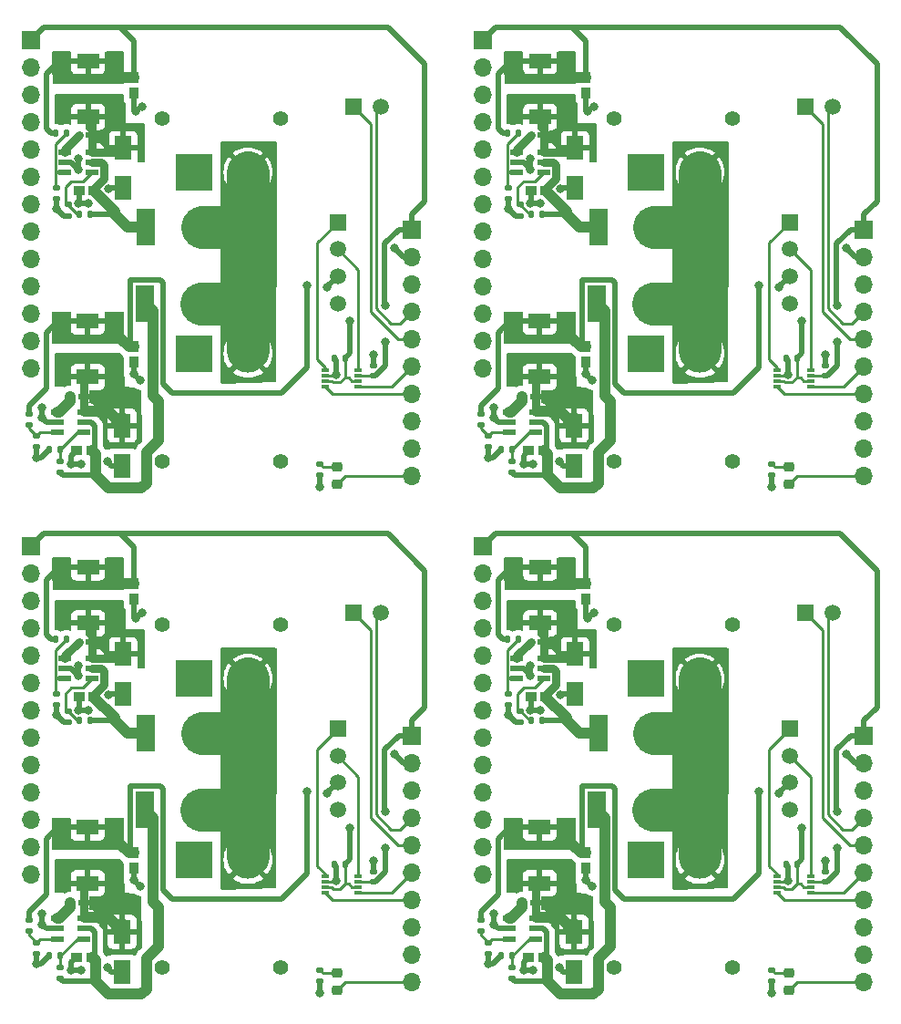
<source format=gbr>
%TF.GenerationSoftware,KiCad,Pcbnew,(6.0.11)*%
%TF.CreationDate,2023-02-14T10:41:56+13:00*%
%TF.ProjectId,shield_panel,73686965-6c64-45f7-9061-6e656c2e6b69,rev?*%
%TF.SameCoordinates,Original*%
%TF.FileFunction,Copper,L1,Top*%
%TF.FilePolarity,Positive*%
%FSLAX46Y46*%
G04 Gerber Fmt 4.6, Leading zero omitted, Abs format (unit mm)*
G04 Created by KiCad (PCBNEW (6.0.11)) date 2023-02-14 10:41:56*
%MOMM*%
%LPD*%
G01*
G04 APERTURE LIST*
G04 Aperture macros list*
%AMRoundRect*
0 Rectangle with rounded corners*
0 $1 Rounding radius*
0 $2 $3 $4 $5 $6 $7 $8 $9 X,Y pos of 4 corners*
0 Add a 4 corners polygon primitive as box body*
4,1,4,$2,$3,$4,$5,$6,$7,$8,$9,$2,$3,0*
0 Add four circle primitives for the rounded corners*
1,1,$1+$1,$2,$3*
1,1,$1+$1,$4,$5*
1,1,$1+$1,$6,$7*
1,1,$1+$1,$8,$9*
0 Add four rect primitives between the rounded corners*
20,1,$1+$1,$2,$3,$4,$5,0*
20,1,$1+$1,$4,$5,$6,$7,0*
20,1,$1+$1,$6,$7,$8,$9,0*
20,1,$1+$1,$8,$9,$2,$3,0*%
G04 Aperture macros list end*
%TA.AperFunction,SMDPad,CuDef*%
%ADD10R,1.010000X0.930000*%
%TD*%
%TA.AperFunction,SMDPad,CuDef*%
%ADD11R,1.150000X0.600000*%
%TD*%
%TA.AperFunction,SMDPad,CuDef*%
%ADD12R,0.530000X0.600000*%
%TD*%
%TA.AperFunction,SMDPad,CuDef*%
%ADD13RoundRect,0.135000X-0.135000X-0.185000X0.135000X-0.185000X0.135000X0.185000X-0.135000X0.185000X0*%
%TD*%
%TA.AperFunction,SMDPad,CuDef*%
%ADD14RoundRect,0.135000X0.185000X-0.135000X0.185000X0.135000X-0.185000X0.135000X-0.185000X-0.135000X0*%
%TD*%
%TA.AperFunction,SMDPad,CuDef*%
%ADD15R,1.630000X2.169999*%
%TD*%
%TA.AperFunction,ComponentPad*%
%ADD16C,1.400000*%
%TD*%
%TA.AperFunction,ComponentPad*%
%ADD17R,3.500000X3.500000*%
%TD*%
%TA.AperFunction,ComponentPad*%
%ADD18C,3.500000*%
%TD*%
%TA.AperFunction,SMDPad,CuDef*%
%ADD19RoundRect,0.218750X-0.256250X0.218750X-0.256250X-0.218750X0.256250X-0.218750X0.256250X0.218750X0*%
%TD*%
%TA.AperFunction,SMDPad,CuDef*%
%ADD20R,2.108200X1.411999*%
%TD*%
%TA.AperFunction,ComponentPad*%
%ADD21R,1.700000X1.700000*%
%TD*%
%TA.AperFunction,ComponentPad*%
%ADD22O,1.700000X1.700000*%
%TD*%
%TA.AperFunction,SMDPad,CuDef*%
%ADD23RoundRect,0.135000X0.135000X0.185000X-0.135000X0.185000X-0.135000X-0.185000X0.135000X-0.185000X0*%
%TD*%
%TA.AperFunction,SMDPad,CuDef*%
%ADD24RoundRect,0.135000X-0.185000X0.135000X-0.185000X-0.135000X0.185000X-0.135000X0.185000X0.135000X0*%
%TD*%
%TA.AperFunction,SMDPad,CuDef*%
%ADD25R,0.930000X1.010000*%
%TD*%
%TA.AperFunction,SMDPad,CuDef*%
%ADD26R,0.800000X0.300000*%
%TD*%
%TA.AperFunction,ComponentPad*%
%ADD27R,1.508000X1.508000*%
%TD*%
%TA.AperFunction,ComponentPad*%
%ADD28C,1.508000*%
%TD*%
%TA.AperFunction,SMDPad,CuDef*%
%ADD29R,1.778000X3.505200*%
%TD*%
%TA.AperFunction,SMDPad,CuDef*%
%ADD30RoundRect,0.140000X-0.140000X-0.170000X0.140000X-0.170000X0.140000X0.170000X-0.140000X0.170000X0*%
%TD*%
%TA.AperFunction,SMDPad,CuDef*%
%ADD31RoundRect,0.140000X-0.170000X0.140000X-0.170000X-0.140000X0.170000X-0.140000X0.170000X0.140000X0*%
%TD*%
%TA.AperFunction,ViaPad*%
%ADD32C,0.800000*%
%TD*%
%TA.AperFunction,Conductor*%
%ADD33C,0.293370*%
%TD*%
%TA.AperFunction,Conductor*%
%ADD34C,0.500000*%
%TD*%
%TA.AperFunction,Conductor*%
%ADD35C,1.000000*%
%TD*%
%TA.AperFunction,Conductor*%
%ADD36C,0.750000*%
%TD*%
%TA.AperFunction,Conductor*%
%ADD37C,0.250000*%
%TD*%
%TA.AperFunction,Conductor*%
%ADD38C,4.000000*%
%TD*%
G04 APERTURE END LIST*
D10*
%TO.P,C207,1*%
%TO.N,Board_0-GND*%
X30582000Y-55450000D03*
%TO.P,C207,2*%
%TO.N,Board_0-Net-(C207-Pad2)*%
X32000000Y-55450000D03*
%TD*%
D11*
%TO.P,IC202,1,BST*%
%TO.N,Board_0-Net-(C209-Pad1)*%
X29500000Y-27700000D03*
%TO.P,IC202,2,GND*%
%TO.N,Board_0-GND*%
X29500000Y-28650000D03*
%TO.P,IC202,3,FB*%
%TO.N,Board_0-Net-(IC202-Pad3)*%
X29500000Y-29600000D03*
%TO.P,IC202,4,EN*%
%TO.N,Board_0-Net-(IC202-Pad4)*%
X32000000Y-29600000D03*
%TO.P,IC202,5,VIN*%
%TO.N,Board_0-Net-(C211-Pad2)*%
X32000000Y-28650000D03*
%TO.P,IC202,6,SW*%
%TO.N,Board_0-Net-(C209-Pad2)*%
X32000000Y-27700000D03*
%TD*%
D12*
%TO.P,C202,1*%
%TO.N,Board_1-Net-(C202-Pad1)*%
X72100000Y-50400000D03*
%TO.P,C202,2*%
%TO.N,Board_1-Net-(C202-Pad2)*%
X72974000Y-50400000D03*
%TD*%
D13*
%TO.P,R210,1*%
%TO.N,Board_2-+5V*%
X28590000Y-72950000D03*
%TO.P,R210,2*%
%TO.N,Board_2-Net-(IC202-Pad3)*%
X29610000Y-72950000D03*
%TD*%
D14*
%TO.P,R205,1*%
%TO.N,Board_1-Net-(C207-Pad2)*%
X71050000Y-57460000D03*
%TO.P,R205,2*%
%TO.N,Board_1-Net-(IC201-Pad4)*%
X71050000Y-56440000D03*
%TD*%
D15*
%TO.P,D206,1,K*%
%TO.N,Board_1-Net-(C209-Pad2)*%
X76900000Y-27328001D03*
%TO.P,D206,2,A*%
%TO.N,Board_1-GND*%
X76900000Y-31048001D03*
%TD*%
D16*
%TO.P,J202,*%
%TO.N,*%
X49500000Y-56400000D03*
X38500000Y-56400000D03*
D17*
%TO.P,J202,1,Pin_1*%
%TO.N,Board_0-GND*%
X41500000Y-46400000D03*
D18*
%TO.P,J202,2,Pin_2*%
%TO.N,Board_0-VS*%
X46500000Y-46400000D03*
%TD*%
D10*
%TO.P,C207,1*%
%TO.N,Board_3-GND*%
X72582000Y-102450000D03*
%TO.P,C207,2*%
%TO.N,Board_3-Net-(C207-Pad2)*%
X74000000Y-102450000D03*
%TD*%
D19*
%TO.P,D501,1,K*%
%TO.N,Board_0-Net-(D501-Pad1)*%
X54742500Y-56962500D03*
%TO.P,D501,2,A*%
%TO.N,Board_0-Net-(D501-Pad2)*%
X54742500Y-58537500D03*
%TD*%
D20*
%TO.P,L201,1,1*%
%TO.N,Board_3-Net-(C202-Pad2)*%
X73600000Y-95585598D03*
%TO.P,L201,2,2*%
%TO.N,Board_3-Vdrive*%
X73600000Y-90414402D03*
%TD*%
D11*
%TO.P,IC202,1,BST*%
%TO.N,Board_3-Net-(C209-Pad1)*%
X71500000Y-74700000D03*
%TO.P,IC202,2,GND*%
%TO.N,Board_3-GND*%
X71500000Y-75650000D03*
%TO.P,IC202,3,FB*%
%TO.N,Board_3-Net-(IC202-Pad3)*%
X71500000Y-76600000D03*
%TO.P,IC202,4,EN*%
%TO.N,Board_3-Net-(IC202-Pad4)*%
X74000000Y-76600000D03*
%TO.P,IC202,5,VIN*%
%TO.N,Board_3-Net-(C211-Pad2)*%
X74000000Y-75650000D03*
%TO.P,IC202,6,SW*%
%TO.N,Board_3-Net-(C209-Pad2)*%
X74000000Y-74700000D03*
%TD*%
D14*
%TO.P,R205,1*%
%TO.N,Board_3-Net-(C207-Pad2)*%
X71050000Y-104460000D03*
%TO.P,R205,2*%
%TO.N,Board_3-Net-(IC201-Pad4)*%
X71050000Y-103440000D03*
%TD*%
D11*
%TO.P,IC202,1,BST*%
%TO.N,Board_2-Net-(C209-Pad1)*%
X29500000Y-74700000D03*
%TO.P,IC202,2,GND*%
%TO.N,Board_2-GND*%
X29500000Y-75650000D03*
%TO.P,IC202,3,FB*%
%TO.N,Board_2-Net-(IC202-Pad3)*%
X29500000Y-76600000D03*
%TO.P,IC202,4,EN*%
%TO.N,Board_2-Net-(IC202-Pad4)*%
X32000000Y-76600000D03*
%TO.P,IC202,5,VIN*%
%TO.N,Board_2-Net-(C211-Pad2)*%
X32000000Y-75650000D03*
%TO.P,IC202,6,SW*%
%TO.N,Board_2-Net-(C209-Pad2)*%
X32000000Y-74700000D03*
%TD*%
D21*
%TO.P,J504,1,Pin_1*%
%TO.N,Board_2-+5V*%
X61717000Y-81890000D03*
D22*
%TO.P,J504,2,Pin_2*%
%TO.N,Board_2-+3V3*%
X61717000Y-84430000D03*
%TO.P,J504,3,Pin_3*%
%TO.N,Board_2-GND*%
X61717000Y-86970000D03*
%TO.P,J504,4,Pin_4*%
%TO.N,Board_2-SHIELD_CAN2H*%
X61717000Y-89510000D03*
%TO.P,J504,5,Pin_5*%
%TO.N,Board_2-SHIELD_CAN2L*%
X61717000Y-92050000D03*
%TO.P,J504,6,Pin_6*%
%TO.N,Board_2-SHIELD_UART4_TX*%
X61717000Y-94590000D03*
%TO.P,J504,7,Pin_7*%
%TO.N,Board_2-SHIELD_UART4_RX*%
X61717000Y-97130000D03*
%TO.P,J504,8,Pin_8*%
%TO.N,Board_2-unconnected-(J504-Pad8)*%
X61717000Y-99670000D03*
%TO.P,J504,9,Pin_9*%
%TO.N,Board_2-unconnected-(J504-Pad9)*%
X61717000Y-102210000D03*
%TO.P,J504,10,Pin_10*%
%TO.N,Board_2-Net-(D501-Pad2)*%
X61717000Y-104750000D03*
%TD*%
D10*
%TO.P,C211,1*%
%TO.N,Board_2-GND*%
X30791000Y-78250000D03*
%TO.P,C211,2*%
%TO.N,Board_2-Net-(C211-Pad2)*%
X32209000Y-78250000D03*
%TD*%
D23*
%TO.P,R206,1*%
%TO.N,Board_2-Net-(IC201-Pad4)*%
X29050000Y-102350000D03*
%TO.P,R206,2*%
%TO.N,Board_2-GND*%
X28030000Y-102350000D03*
%TD*%
D24*
%TO.P,R213,1*%
%TO.N,Board_2-Net-(IC202-Pad4)*%
X29800000Y-79590000D03*
%TO.P,R213,2*%
%TO.N,Board_2-GND*%
X29800000Y-80610000D03*
%TD*%
%TO.P,R202,1*%
%TO.N,Board_3-Net-(IC201-Pad3)*%
X68850000Y-101090000D03*
%TO.P,R202,2*%
%TO.N,Board_3-GND*%
X68850000Y-102110000D03*
%TD*%
D16*
%TO.P,J201,*%
%TO.N,*%
X91500000Y-24550000D03*
X80500000Y-24550000D03*
D17*
%TO.P,J201,1,Pin_1*%
%TO.N,Board_1-GND*%
X83500000Y-29550000D03*
D18*
%TO.P,J201,2,Pin_2*%
%TO.N,Board_1-VS*%
X88500000Y-29550000D03*
%TD*%
D12*
%TO.P,C209,1*%
%TO.N,Board_2-Net-(C209-Pad1)*%
X30813000Y-73150000D03*
%TO.P,C209,2*%
%TO.N,Board_2-Net-(C209-Pad2)*%
X31687000Y-73150000D03*
%TD*%
%TO.P,C202,1*%
%TO.N,Board_3-Net-(C202-Pad1)*%
X72100000Y-97400000D03*
%TO.P,C202,2*%
%TO.N,Board_3-Net-(C202-Pad2)*%
X72974000Y-97400000D03*
%TD*%
D14*
%TO.P,R205,1*%
%TO.N,Board_0-Net-(C207-Pad2)*%
X29050000Y-57460000D03*
%TO.P,R205,2*%
%TO.N,Board_0-Net-(IC201-Pad4)*%
X29050000Y-56440000D03*
%TD*%
D24*
%TO.P,R213,1*%
%TO.N,Board_3-Net-(IC202-Pad4)*%
X71800000Y-79590000D03*
%TO.P,R213,2*%
%TO.N,Board_3-GND*%
X71800000Y-80610000D03*
%TD*%
D10*
%TO.P,C211,1*%
%TO.N,Board_0-GND*%
X30791000Y-31250000D03*
%TO.P,C211,2*%
%TO.N,Board_0-Net-(C211-Pad2)*%
X32209000Y-31250000D03*
%TD*%
D25*
%TO.P,C210,1*%
%TO.N,Board_0-GND*%
X35917000Y-22200000D03*
%TO.P,C210,2*%
%TO.N,Board_0-+5V*%
X35917000Y-20782000D03*
%TD*%
D19*
%TO.P,D501,1,K*%
%TO.N,Board_3-Net-(D501-Pad1)*%
X96742500Y-103962500D03*
%TO.P,D501,2,A*%
%TO.N,Board_3-Net-(D501-Pad2)*%
X96742500Y-105537500D03*
%TD*%
D26*
%TO.P,U502,1,B2*%
%TO.N,Board_2-Servo_RXD*%
X53670000Y-94945000D03*
%TO.P,U502,2,GND*%
%TO.N,Board_2-GND*%
X53670000Y-95445000D03*
%TO.P,U502,3,VCCA*%
%TO.N,Board_2-+3V3*%
X53670000Y-95945000D03*
%TO.P,U502,4,A2*%
%TO.N,Board_2-SHIELD_UART4_RX*%
X53670000Y-96445000D03*
%TO.P,U502,5,A1*%
%TO.N,Board_2-SHIELD_UART4_TX*%
X56770000Y-96445000D03*
%TO.P,U502,6,OE*%
%TO.N,Board_2-+3V3*%
X56770000Y-95945000D03*
%TO.P,U502,7,VCCB*%
%TO.N,Board_2-+5V*%
X56770000Y-95445000D03*
%TO.P,U502,8,B1*%
%TO.N,Board_2-Servo_TXD*%
X56770000Y-94945000D03*
%TD*%
D16*
%TO.P,J201,*%
%TO.N,*%
X38500000Y-71550000D03*
X49500000Y-71550000D03*
D17*
%TO.P,J201,1,Pin_1*%
%TO.N,Board_2-GND*%
X41500000Y-76550000D03*
D18*
%TO.P,J201,2,Pin_2*%
%TO.N,Board_2-VS*%
X46500000Y-76550000D03*
%TD*%
D24*
%TO.P,R201,1*%
%TO.N,Board_1-Vdrive*%
X68150000Y-52030000D03*
%TO.P,R201,2*%
%TO.N,Board_1-Net-(IC201-Pad3)*%
X68150000Y-53050000D03*
%TD*%
D11*
%TO.P,IC201,1,BST*%
%TO.N,Board_1-Net-(C202-Pad1)*%
X70750000Y-51850000D03*
%TO.P,IC201,2,GND*%
%TO.N,Board_1-GND*%
X70750000Y-52800000D03*
%TO.P,IC201,3,FB*%
%TO.N,Board_1-Net-(IC201-Pad3)*%
X70750000Y-53750000D03*
%TO.P,IC201,4,EN*%
%TO.N,Board_1-Net-(IC201-Pad4)*%
X73250000Y-53750000D03*
%TO.P,IC201,5,VIN*%
%TO.N,Board_1-Net-(C207-Pad2)*%
X73250000Y-52800000D03*
%TO.P,IC201,6,SW*%
%TO.N,Board_1-Net-(C202-Pad2)*%
X73250000Y-51850000D03*
%TD*%
D27*
%TO.P,J501,1,Pin_1*%
%TO.N,Board_0-Servo_RXD*%
X54825000Y-34237500D03*
D28*
%TO.P,J501,2,Pin_2*%
%TO.N,Board_0-Servo_TXD*%
X54825000Y-36737500D03*
%TO.P,J501,3,Pin_3*%
%TO.N,Board_0-Vdrive*%
X54825000Y-39237500D03*
%TO.P,J501,4,Pin_4*%
%TO.N,Board_0-GND*%
X54825000Y-41737500D03*
%TD*%
D19*
%TO.P,D501,1,K*%
%TO.N,Board_2-Net-(D501-Pad1)*%
X54742500Y-103962500D03*
%TO.P,D501,2,A*%
%TO.N,Board_2-Net-(D501-Pad2)*%
X54742500Y-105537500D03*
%TD*%
D29*
%TO.P,F202,1,1*%
%TO.N,Board_1-Net-(C211-Pad2)*%
X79043400Y-34650000D03*
%TO.P,F202,2,2*%
%TO.N,Board_1-VS*%
X84275800Y-34650000D03*
%TD*%
D23*
%TO.P,R206,1*%
%TO.N,Board_0-Net-(IC201-Pad4)*%
X29050000Y-55350000D03*
%TO.P,R206,2*%
%TO.N,Board_0-GND*%
X28030000Y-55350000D03*
%TD*%
D16*
%TO.P,J201,*%
%TO.N,*%
X91500000Y-71550000D03*
X80500000Y-71550000D03*
D17*
%TO.P,J201,1,Pin_1*%
%TO.N,Board_3-GND*%
X83500000Y-76550000D03*
D18*
%TO.P,J201,2,Pin_2*%
%TO.N,Board_3-VS*%
X88500000Y-76550000D03*
%TD*%
D16*
%TO.P,J202,*%
%TO.N,*%
X91500000Y-103400000D03*
X80500000Y-103400000D03*
D17*
%TO.P,J202,1,Pin_1*%
%TO.N,Board_3-GND*%
X83500000Y-93400000D03*
D18*
%TO.P,J202,2,Pin_2*%
%TO.N,Board_3-VS*%
X88500000Y-93400000D03*
%TD*%
D23*
%TO.P,R212,1*%
%TO.N,Board_3-Net-(C211-Pad2)*%
X73860000Y-80500000D03*
%TO.P,R212,2*%
%TO.N,Board_3-Net-(IC202-Pad4)*%
X72840000Y-80500000D03*
%TD*%
D10*
%TO.P,C211,1*%
%TO.N,Board_3-GND*%
X72791000Y-78250000D03*
%TO.P,C211,2*%
%TO.N,Board_3-Net-(C211-Pad2)*%
X74209000Y-78250000D03*
%TD*%
D30*
%TO.P,C502,1*%
%TO.N,Board_3-GND*%
X96545000Y-93825000D03*
%TO.P,C502,2*%
%TO.N,Board_3-+3V3*%
X97505000Y-93825000D03*
%TD*%
D12*
%TO.P,C209,1*%
%TO.N,Board_3-Net-(C209-Pad1)*%
X72813000Y-73150000D03*
%TO.P,C209,2*%
%TO.N,Board_3-Net-(C209-Pad2)*%
X73687000Y-73150000D03*
%TD*%
D25*
%TO.P,C210,1*%
%TO.N,Board_1-GND*%
X77917000Y-22200000D03*
%TO.P,C210,2*%
%TO.N,Board_1-+5V*%
X77917000Y-20782000D03*
%TD*%
D29*
%TO.P,F202,1,1*%
%TO.N,Board_0-Net-(C211-Pad2)*%
X37043400Y-34650000D03*
%TO.P,F202,2,2*%
%TO.N,Board_0-VS*%
X42275800Y-34650000D03*
%TD*%
D27*
%TO.P,J502,1,Pin_1*%
%TO.N,Board_2-SHIELD_CAN2L*%
X56325000Y-70500000D03*
D28*
%TO.P,J502,2,Pin_2*%
%TO.N,Board_2-SHIELD_CAN2H*%
X58825000Y-70500000D03*
%TD*%
D15*
%TO.P,D202,1,K*%
%TO.N,Board_0-Net-(C202-Pad2)*%
X34800000Y-53090000D03*
%TO.P,D202,2,A*%
%TO.N,Board_0-GND*%
X34800000Y-56810000D03*
%TD*%
D23*
%TO.P,R212,1*%
%TO.N,Board_2-Net-(C211-Pad2)*%
X31860000Y-80500000D03*
%TO.P,R212,2*%
%TO.N,Board_2-Net-(IC202-Pad4)*%
X30840000Y-80500000D03*
%TD*%
D16*
%TO.P,J202,*%
%TO.N,*%
X49500000Y-103400000D03*
X38500000Y-103400000D03*
D17*
%TO.P,J202,1,Pin_1*%
%TO.N,Board_2-GND*%
X41500000Y-93400000D03*
D18*
%TO.P,J202,2,Pin_2*%
%TO.N,Board_2-VS*%
X46500000Y-93400000D03*
%TD*%
D26*
%TO.P,U502,1,B2*%
%TO.N,Board_0-Servo_RXD*%
X53670000Y-47945000D03*
%TO.P,U502,2,GND*%
%TO.N,Board_0-GND*%
X53670000Y-48445000D03*
%TO.P,U502,3,VCCA*%
%TO.N,Board_0-+3V3*%
X53670000Y-48945000D03*
%TO.P,U502,4,A2*%
%TO.N,Board_0-SHIELD_UART4_RX*%
X53670000Y-49445000D03*
%TO.P,U502,5,A1*%
%TO.N,Board_0-SHIELD_UART4_TX*%
X56770000Y-49445000D03*
%TO.P,U502,6,OE*%
%TO.N,Board_0-+3V3*%
X56770000Y-48945000D03*
%TO.P,U502,7,VCCB*%
%TO.N,Board_0-+5V*%
X56770000Y-48445000D03*
%TO.P,U502,8,B1*%
%TO.N,Board_0-Servo_TXD*%
X56770000Y-47945000D03*
%TD*%
D16*
%TO.P,J201,*%
%TO.N,*%
X38500000Y-24550000D03*
X49500000Y-24550000D03*
D17*
%TO.P,J201,1,Pin_1*%
%TO.N,Board_0-GND*%
X41500000Y-29550000D03*
D18*
%TO.P,J201,2,Pin_2*%
%TO.N,Board_0-VS*%
X46500000Y-29550000D03*
%TD*%
D20*
%TO.P,L201,1,1*%
%TO.N,Board_1-Net-(C202-Pad2)*%
X73600000Y-48585598D03*
%TO.P,L201,2,2*%
%TO.N,Board_1-Vdrive*%
X73600000Y-43414402D03*
%TD*%
D13*
%TO.P,R210,1*%
%TO.N,Board_3-+5V*%
X70590000Y-72950000D03*
%TO.P,R210,2*%
%TO.N,Board_3-Net-(IC202-Pad3)*%
X71610000Y-72950000D03*
%TD*%
D29*
%TO.P,F201,1,1*%
%TO.N,Board_3-Net-(C207-Pad2)*%
X78933800Y-88750000D03*
%TO.P,F201,2,2*%
%TO.N,Board_3-VS*%
X84166200Y-88750000D03*
%TD*%
D15*
%TO.P,D206,1,K*%
%TO.N,Board_3-Net-(C209-Pad2)*%
X76900000Y-74328001D03*
%TO.P,D206,2,A*%
%TO.N,Board_3-GND*%
X76900000Y-78048001D03*
%TD*%
D30*
%TO.P,C502,1*%
%TO.N,Board_1-GND*%
X96545000Y-46825000D03*
%TO.P,C502,2*%
%TO.N,Board_1-+3V3*%
X97505000Y-46825000D03*
%TD*%
D12*
%TO.P,C209,1*%
%TO.N,Board_1-Net-(C209-Pad1)*%
X72813000Y-26150000D03*
%TO.P,C209,2*%
%TO.N,Board_1-Net-(C209-Pad2)*%
X73687000Y-26150000D03*
%TD*%
D21*
%TO.P,J504,1,Pin_1*%
%TO.N,Board_3-+5V*%
X103717000Y-81890000D03*
D22*
%TO.P,J504,2,Pin_2*%
%TO.N,Board_3-+3V3*%
X103717000Y-84430000D03*
%TO.P,J504,3,Pin_3*%
%TO.N,Board_3-GND*%
X103717000Y-86970000D03*
%TO.P,J504,4,Pin_4*%
%TO.N,Board_3-SHIELD_CAN2H*%
X103717000Y-89510000D03*
%TO.P,J504,5,Pin_5*%
%TO.N,Board_3-SHIELD_CAN2L*%
X103717000Y-92050000D03*
%TO.P,J504,6,Pin_6*%
%TO.N,Board_3-SHIELD_UART4_TX*%
X103717000Y-94590000D03*
%TO.P,J504,7,Pin_7*%
%TO.N,Board_3-SHIELD_UART4_RX*%
X103717000Y-97130000D03*
%TO.P,J504,8,Pin_8*%
%TO.N,Board_3-unconnected-(J504-Pad8)*%
X103717000Y-99670000D03*
%TO.P,J504,9,Pin_9*%
%TO.N,Board_3-unconnected-(J504-Pad9)*%
X103717000Y-102210000D03*
%TO.P,J504,10,Pin_10*%
%TO.N,Board_3-Net-(D501-Pad2)*%
X103717000Y-104750000D03*
%TD*%
D23*
%TO.P,R212,1*%
%TO.N,Board_1-Net-(C211-Pad2)*%
X73860000Y-33500000D03*
%TO.P,R212,2*%
%TO.N,Board_1-Net-(IC202-Pad4)*%
X72840000Y-33500000D03*
%TD*%
D10*
%TO.P,C211,1*%
%TO.N,Board_1-GND*%
X72791000Y-31250000D03*
%TO.P,C211,2*%
%TO.N,Board_1-Net-(C211-Pad2)*%
X74209000Y-31250000D03*
%TD*%
D24*
%TO.P,R211,1*%
%TO.N,Board_2-Net-(IC202-Pad3)*%
X28700000Y-77990000D03*
%TO.P,R211,2*%
%TO.N,Board_2-GND*%
X28700000Y-79010000D03*
%TD*%
D20*
%TO.P,L201,1,1*%
%TO.N,Board_2-Net-(C202-Pad2)*%
X31600000Y-95585598D03*
%TO.P,L201,2,2*%
%TO.N,Board_2-Vdrive*%
X31600000Y-90414402D03*
%TD*%
D24*
%TO.P,R501,1*%
%TO.N,Board_3-Net-(D501-Pad1)*%
X95172500Y-103665000D03*
%TO.P,R501,2*%
%TO.N,Board_3-GND*%
X95172500Y-104685000D03*
%TD*%
D31*
%TO.P,C503,1*%
%TO.N,Board_2-GND*%
X58140000Y-94510000D03*
%TO.P,C503,2*%
%TO.N,Board_2-+5V*%
X58140000Y-95470000D03*
%TD*%
D13*
%TO.P,R210,1*%
%TO.N,Board_0-+5V*%
X28590000Y-25950000D03*
%TO.P,R210,2*%
%TO.N,Board_0-Net-(IC202-Pad3)*%
X29610000Y-25950000D03*
%TD*%
D27*
%TO.P,J501,1,Pin_1*%
%TO.N,Board_1-Servo_RXD*%
X96825000Y-34237500D03*
D28*
%TO.P,J501,2,Pin_2*%
%TO.N,Board_1-Servo_TXD*%
X96825000Y-36737500D03*
%TO.P,J501,3,Pin_3*%
%TO.N,Board_1-Vdrive*%
X96825000Y-39237500D03*
%TO.P,J501,4,Pin_4*%
%TO.N,Board_1-GND*%
X96825000Y-41737500D03*
%TD*%
D25*
%TO.P,C204,1*%
%TO.N,Board_0-GND*%
X35917000Y-47204500D03*
%TO.P,C204,2*%
%TO.N,Board_0-Vdrive*%
X35917000Y-45786500D03*
%TD*%
D24*
%TO.P,R213,1*%
%TO.N,Board_0-Net-(IC202-Pad4)*%
X29800000Y-32590000D03*
%TO.P,R213,2*%
%TO.N,Board_0-GND*%
X29800000Y-33610000D03*
%TD*%
%TO.P,R501,1*%
%TO.N,Board_2-Net-(D501-Pad1)*%
X53172500Y-103665000D03*
%TO.P,R501,2*%
%TO.N,Board_2-GND*%
X53172500Y-104685000D03*
%TD*%
D12*
%TO.P,C209,1*%
%TO.N,Board_0-Net-(C209-Pad1)*%
X30813000Y-26150000D03*
%TO.P,C209,2*%
%TO.N,Board_0-Net-(C209-Pad2)*%
X31687000Y-26150000D03*
%TD*%
D31*
%TO.P,C503,1*%
%TO.N,Board_1-GND*%
X100140000Y-47510000D03*
%TO.P,C503,2*%
%TO.N,Board_1-+5V*%
X100140000Y-48470000D03*
%TD*%
D27*
%TO.P,J502,1,Pin_1*%
%TO.N,Board_1-SHIELD_CAN2L*%
X98325000Y-23500000D03*
D28*
%TO.P,J502,2,Pin_2*%
%TO.N,Board_1-SHIELD_CAN2H*%
X100825000Y-23500000D03*
%TD*%
D20*
%TO.P,L203,1,1*%
%TO.N,Board_2-Net-(C209-Pad2)*%
X31650000Y-71435598D03*
%TO.P,L203,2,2*%
%TO.N,Board_2-+5V*%
X31650000Y-66264402D03*
%TD*%
%TO.P,L201,1,1*%
%TO.N,Board_0-Net-(C202-Pad2)*%
X31600000Y-48585598D03*
%TO.P,L201,2,2*%
%TO.N,Board_0-Vdrive*%
X31600000Y-43414402D03*
%TD*%
D15*
%TO.P,D202,1,K*%
%TO.N,Board_1-Net-(C202-Pad2)*%
X76800000Y-53090000D03*
%TO.P,D202,2,A*%
%TO.N,Board_1-GND*%
X76800000Y-56810000D03*
%TD*%
D23*
%TO.P,R212,1*%
%TO.N,Board_0-Net-(C211-Pad2)*%
X31860000Y-33500000D03*
%TO.P,R212,2*%
%TO.N,Board_0-Net-(IC202-Pad4)*%
X30840000Y-33500000D03*
%TD*%
D25*
%TO.P,C204,1*%
%TO.N,Board_1-GND*%
X77917000Y-47204500D03*
%TO.P,C204,2*%
%TO.N,Board_1-Vdrive*%
X77917000Y-45786500D03*
%TD*%
D14*
%TO.P,R205,1*%
%TO.N,Board_2-Net-(C207-Pad2)*%
X29050000Y-104460000D03*
%TO.P,R205,2*%
%TO.N,Board_2-Net-(IC201-Pad4)*%
X29050000Y-103440000D03*
%TD*%
D29*
%TO.P,F202,1,1*%
%TO.N,Board_3-Net-(C211-Pad2)*%
X79043400Y-81650000D03*
%TO.P,F202,2,2*%
%TO.N,Board_3-VS*%
X84275800Y-81650000D03*
%TD*%
D19*
%TO.P,D501,1,K*%
%TO.N,Board_1-Net-(D501-Pad1)*%
X96742500Y-56962500D03*
%TO.P,D501,2,A*%
%TO.N,Board_1-Net-(D501-Pad2)*%
X96742500Y-58537500D03*
%TD*%
D15*
%TO.P,D202,1,K*%
%TO.N,Board_2-Net-(C202-Pad2)*%
X34800000Y-100090000D03*
%TO.P,D202,2,A*%
%TO.N,Board_2-GND*%
X34800000Y-103810000D03*
%TD*%
D21*
%TO.P,J504,1,Pin_1*%
%TO.N,Board_0-+5V*%
X61717000Y-34890000D03*
D22*
%TO.P,J504,2,Pin_2*%
%TO.N,Board_0-+3V3*%
X61717000Y-37430000D03*
%TO.P,J504,3,Pin_3*%
%TO.N,Board_0-GND*%
X61717000Y-39970000D03*
%TO.P,J504,4,Pin_4*%
%TO.N,Board_0-SHIELD_CAN2H*%
X61717000Y-42510000D03*
%TO.P,J504,5,Pin_5*%
%TO.N,Board_0-SHIELD_CAN2L*%
X61717000Y-45050000D03*
%TO.P,J504,6,Pin_6*%
%TO.N,Board_0-SHIELD_UART4_TX*%
X61717000Y-47590000D03*
%TO.P,J504,7,Pin_7*%
%TO.N,Board_0-SHIELD_UART4_RX*%
X61717000Y-50130000D03*
%TO.P,J504,8,Pin_8*%
%TO.N,Board_0-unconnected-(J504-Pad8)*%
X61717000Y-52670000D03*
%TO.P,J504,9,Pin_9*%
%TO.N,Board_0-unconnected-(J504-Pad9)*%
X61717000Y-55210000D03*
%TO.P,J504,10,Pin_10*%
%TO.N,Board_0-Net-(D501-Pad2)*%
X61717000Y-57750000D03*
%TD*%
D23*
%TO.P,R206,1*%
%TO.N,Board_3-Net-(IC201-Pad4)*%
X71050000Y-102350000D03*
%TO.P,R206,2*%
%TO.N,Board_3-GND*%
X70030000Y-102350000D03*
%TD*%
D21*
%TO.P,J506,1,Pin_1*%
%TO.N,Board_2-+5V*%
X26300000Y-64308000D03*
D22*
%TO.P,J506,2,Pin_2*%
%TO.N,Board_2-unconnected-(J506-Pad2)*%
X26300000Y-66848000D03*
%TO.P,J506,3,Pin_3*%
%TO.N,Board_2-GND*%
X26300000Y-69388000D03*
%TO.P,J506,4,Pin_4*%
%TO.N,Board_2-unconnected-(J506-Pad4)*%
X26300000Y-71928000D03*
%TO.P,J506,5,Pin_5*%
%TO.N,Board_2-unconnected-(J506-Pad5)*%
X26300000Y-74468000D03*
%TO.P,J506,6,Pin_6*%
%TO.N,Board_2-unconnected-(J506-Pad6)*%
X26300000Y-77008000D03*
%TO.P,J506,7,Pin_7*%
%TO.N,Board_2-unconnected-(J506-Pad7)*%
X26300000Y-79548000D03*
%TO.P,J506,8,Pin_8*%
%TO.N,Board_2-unconnected-(J506-Pad8)*%
X26300000Y-82088000D03*
%TO.P,J506,9,Pin_9*%
%TO.N,Board_2-unconnected-(J506-Pad9)*%
X26300000Y-84628000D03*
%TO.P,J506,10,Pin_10*%
%TO.N,Board_2-unconnected-(J506-Pad10)*%
X26300000Y-87168000D03*
%TO.P,J506,11,Pin_11*%
%TO.N,Board_2-unconnected-(J506-Pad11)*%
X26300000Y-89708000D03*
%TO.P,J506,12,Pin_12*%
%TO.N,Board_2-unconnected-(J506-Pad12)*%
X26300000Y-92248000D03*
%TO.P,J506,13,Pin_13*%
%TO.N,Board_2-unconnected-(J506-Pad13)*%
X26300000Y-94788000D03*
%TD*%
D27*
%TO.P,J501,1,Pin_1*%
%TO.N,Board_3-Servo_RXD*%
X96825000Y-81237500D03*
D28*
%TO.P,J501,2,Pin_2*%
%TO.N,Board_3-Servo_TXD*%
X96825000Y-83737500D03*
%TO.P,J501,3,Pin_3*%
%TO.N,Board_3-Vdrive*%
X96825000Y-86237500D03*
%TO.P,J501,4,Pin_4*%
%TO.N,Board_3-GND*%
X96825000Y-88737500D03*
%TD*%
D21*
%TO.P,J506,1,Pin_1*%
%TO.N,Board_0-+5V*%
X26300000Y-17308000D03*
D22*
%TO.P,J506,2,Pin_2*%
%TO.N,Board_0-unconnected-(J506-Pad2)*%
X26300000Y-19848000D03*
%TO.P,J506,3,Pin_3*%
%TO.N,Board_0-GND*%
X26300000Y-22388000D03*
%TO.P,J506,4,Pin_4*%
%TO.N,Board_0-unconnected-(J506-Pad4)*%
X26300000Y-24928000D03*
%TO.P,J506,5,Pin_5*%
%TO.N,Board_0-unconnected-(J506-Pad5)*%
X26300000Y-27468000D03*
%TO.P,J506,6,Pin_6*%
%TO.N,Board_0-unconnected-(J506-Pad6)*%
X26300000Y-30008000D03*
%TO.P,J506,7,Pin_7*%
%TO.N,Board_0-unconnected-(J506-Pad7)*%
X26300000Y-32548000D03*
%TO.P,J506,8,Pin_8*%
%TO.N,Board_0-unconnected-(J506-Pad8)*%
X26300000Y-35088000D03*
%TO.P,J506,9,Pin_9*%
%TO.N,Board_0-unconnected-(J506-Pad9)*%
X26300000Y-37628000D03*
%TO.P,J506,10,Pin_10*%
%TO.N,Board_0-unconnected-(J506-Pad10)*%
X26300000Y-40168000D03*
%TO.P,J506,11,Pin_11*%
%TO.N,Board_0-unconnected-(J506-Pad11)*%
X26300000Y-42708000D03*
%TO.P,J506,12,Pin_12*%
%TO.N,Board_0-unconnected-(J506-Pad12)*%
X26300000Y-45248000D03*
%TO.P,J506,13,Pin_13*%
%TO.N,Board_0-unconnected-(J506-Pad13)*%
X26300000Y-47788000D03*
%TD*%
D10*
%TO.P,C207,1*%
%TO.N,Board_1-GND*%
X72582000Y-55450000D03*
%TO.P,C207,2*%
%TO.N,Board_1-Net-(C207-Pad2)*%
X74000000Y-55450000D03*
%TD*%
D24*
%TO.P,R211,1*%
%TO.N,Board_1-Net-(IC202-Pad3)*%
X70700000Y-30990000D03*
%TO.P,R211,2*%
%TO.N,Board_1-GND*%
X70700000Y-32010000D03*
%TD*%
D11*
%TO.P,IC202,1,BST*%
%TO.N,Board_1-Net-(C209-Pad1)*%
X71500000Y-27700000D03*
%TO.P,IC202,2,GND*%
%TO.N,Board_1-GND*%
X71500000Y-28650000D03*
%TO.P,IC202,3,FB*%
%TO.N,Board_1-Net-(IC202-Pad3)*%
X71500000Y-29600000D03*
%TO.P,IC202,4,EN*%
%TO.N,Board_1-Net-(IC202-Pad4)*%
X74000000Y-29600000D03*
%TO.P,IC202,5,VIN*%
%TO.N,Board_1-Net-(C211-Pad2)*%
X74000000Y-28650000D03*
%TO.P,IC202,6,SW*%
%TO.N,Board_1-Net-(C209-Pad2)*%
X74000000Y-27700000D03*
%TD*%
D27*
%TO.P,J502,1,Pin_1*%
%TO.N,Board_3-SHIELD_CAN2L*%
X98325000Y-70500000D03*
D28*
%TO.P,J502,2,Pin_2*%
%TO.N,Board_3-SHIELD_CAN2H*%
X100825000Y-70500000D03*
%TD*%
D31*
%TO.P,C503,1*%
%TO.N,Board_0-GND*%
X58140000Y-47510000D03*
%TO.P,C503,2*%
%TO.N,Board_0-+5V*%
X58140000Y-48470000D03*
%TD*%
D25*
%TO.P,C204,1*%
%TO.N,Board_2-GND*%
X35917000Y-94204500D03*
%TO.P,C204,2*%
%TO.N,Board_2-Vdrive*%
X35917000Y-92786500D03*
%TD*%
%TO.P,C210,1*%
%TO.N,Board_2-GND*%
X35917000Y-69200000D03*
%TO.P,C210,2*%
%TO.N,Board_2-+5V*%
X35917000Y-67782000D03*
%TD*%
D31*
%TO.P,C503,1*%
%TO.N,Board_3-GND*%
X100140000Y-94510000D03*
%TO.P,C503,2*%
%TO.N,Board_3-+5V*%
X100140000Y-95470000D03*
%TD*%
D21*
%TO.P,J506,1,Pin_1*%
%TO.N,Board_1-+5V*%
X68300000Y-17308000D03*
D22*
%TO.P,J506,2,Pin_2*%
%TO.N,Board_1-unconnected-(J506-Pad2)*%
X68300000Y-19848000D03*
%TO.P,J506,3,Pin_3*%
%TO.N,Board_1-GND*%
X68300000Y-22388000D03*
%TO.P,J506,4,Pin_4*%
%TO.N,Board_1-unconnected-(J506-Pad4)*%
X68300000Y-24928000D03*
%TO.P,J506,5,Pin_5*%
%TO.N,Board_1-unconnected-(J506-Pad5)*%
X68300000Y-27468000D03*
%TO.P,J506,6,Pin_6*%
%TO.N,Board_1-unconnected-(J506-Pad6)*%
X68300000Y-30008000D03*
%TO.P,J506,7,Pin_7*%
%TO.N,Board_1-unconnected-(J506-Pad7)*%
X68300000Y-32548000D03*
%TO.P,J506,8,Pin_8*%
%TO.N,Board_1-unconnected-(J506-Pad8)*%
X68300000Y-35088000D03*
%TO.P,J506,9,Pin_9*%
%TO.N,Board_1-unconnected-(J506-Pad9)*%
X68300000Y-37628000D03*
%TO.P,J506,10,Pin_10*%
%TO.N,Board_1-unconnected-(J506-Pad10)*%
X68300000Y-40168000D03*
%TO.P,J506,11,Pin_11*%
%TO.N,Board_1-unconnected-(J506-Pad11)*%
X68300000Y-42708000D03*
%TO.P,J506,12,Pin_12*%
%TO.N,Board_1-unconnected-(J506-Pad12)*%
X68300000Y-45248000D03*
%TO.P,J506,13,Pin_13*%
%TO.N,Board_1-unconnected-(J506-Pad13)*%
X68300000Y-47788000D03*
%TD*%
D13*
%TO.P,R210,1*%
%TO.N,Board_1-+5V*%
X70590000Y-25950000D03*
%TO.P,R210,2*%
%TO.N,Board_1-Net-(IC202-Pad3)*%
X71610000Y-25950000D03*
%TD*%
D12*
%TO.P,C202,1*%
%TO.N,Board_0-Net-(C202-Pad1)*%
X30100000Y-50400000D03*
%TO.P,C202,2*%
%TO.N,Board_0-Net-(C202-Pad2)*%
X30974000Y-50400000D03*
%TD*%
D24*
%TO.P,R202,1*%
%TO.N,Board_2-Net-(IC201-Pad3)*%
X26850000Y-101090000D03*
%TO.P,R202,2*%
%TO.N,Board_2-GND*%
X26850000Y-102110000D03*
%TD*%
D20*
%TO.P,L203,1,1*%
%TO.N,Board_1-Net-(C209-Pad2)*%
X73650000Y-24435598D03*
%TO.P,L203,2,2*%
%TO.N,Board_1-+5V*%
X73650000Y-19264402D03*
%TD*%
D24*
%TO.P,R211,1*%
%TO.N,Board_0-Net-(IC202-Pad3)*%
X28700000Y-30990000D03*
%TO.P,R211,2*%
%TO.N,Board_0-GND*%
X28700000Y-32010000D03*
%TD*%
D21*
%TO.P,J504,1,Pin_1*%
%TO.N,Board_1-+5V*%
X103717000Y-34890000D03*
D22*
%TO.P,J504,2,Pin_2*%
%TO.N,Board_1-+3V3*%
X103717000Y-37430000D03*
%TO.P,J504,3,Pin_3*%
%TO.N,Board_1-GND*%
X103717000Y-39970000D03*
%TO.P,J504,4,Pin_4*%
%TO.N,Board_1-SHIELD_CAN2H*%
X103717000Y-42510000D03*
%TO.P,J504,5,Pin_5*%
%TO.N,Board_1-SHIELD_CAN2L*%
X103717000Y-45050000D03*
%TO.P,J504,6,Pin_6*%
%TO.N,Board_1-SHIELD_UART4_TX*%
X103717000Y-47590000D03*
%TO.P,J504,7,Pin_7*%
%TO.N,Board_1-SHIELD_UART4_RX*%
X103717000Y-50130000D03*
%TO.P,J504,8,Pin_8*%
%TO.N,Board_1-unconnected-(J504-Pad8)*%
X103717000Y-52670000D03*
%TO.P,J504,9,Pin_9*%
%TO.N,Board_1-unconnected-(J504-Pad9)*%
X103717000Y-55210000D03*
%TO.P,J504,10,Pin_10*%
%TO.N,Board_1-Net-(D501-Pad2)*%
X103717000Y-57750000D03*
%TD*%
D24*
%TO.P,R213,1*%
%TO.N,Board_1-Net-(IC202-Pad4)*%
X71800000Y-32590000D03*
%TO.P,R213,2*%
%TO.N,Board_1-GND*%
X71800000Y-33610000D03*
%TD*%
D26*
%TO.P,U502,1,B2*%
%TO.N,Board_1-Servo_RXD*%
X95670000Y-47945000D03*
%TO.P,U502,2,GND*%
%TO.N,Board_1-GND*%
X95670000Y-48445000D03*
%TO.P,U502,3,VCCA*%
%TO.N,Board_1-+3V3*%
X95670000Y-48945000D03*
%TO.P,U502,4,A2*%
%TO.N,Board_1-SHIELD_UART4_RX*%
X95670000Y-49445000D03*
%TO.P,U502,5,A1*%
%TO.N,Board_1-SHIELD_UART4_TX*%
X98770000Y-49445000D03*
%TO.P,U502,6,OE*%
%TO.N,Board_1-+3V3*%
X98770000Y-48945000D03*
%TO.P,U502,7,VCCB*%
%TO.N,Board_1-+5V*%
X98770000Y-48445000D03*
%TO.P,U502,8,B1*%
%TO.N,Board_1-Servo_TXD*%
X98770000Y-47945000D03*
%TD*%
%TO.P,U502,1,B2*%
%TO.N,Board_3-Servo_RXD*%
X95670000Y-94945000D03*
%TO.P,U502,2,GND*%
%TO.N,Board_3-GND*%
X95670000Y-95445000D03*
%TO.P,U502,3,VCCA*%
%TO.N,Board_3-+3V3*%
X95670000Y-95945000D03*
%TO.P,U502,4,A2*%
%TO.N,Board_3-SHIELD_UART4_RX*%
X95670000Y-96445000D03*
%TO.P,U502,5,A1*%
%TO.N,Board_3-SHIELD_UART4_TX*%
X98770000Y-96445000D03*
%TO.P,U502,6,OE*%
%TO.N,Board_3-+3V3*%
X98770000Y-95945000D03*
%TO.P,U502,7,VCCB*%
%TO.N,Board_3-+5V*%
X98770000Y-95445000D03*
%TO.P,U502,8,B1*%
%TO.N,Board_3-Servo_TXD*%
X98770000Y-94945000D03*
%TD*%
D24*
%TO.P,R501,1*%
%TO.N,Board_1-Net-(D501-Pad1)*%
X95172500Y-56665000D03*
%TO.P,R501,2*%
%TO.N,Board_1-GND*%
X95172500Y-57685000D03*
%TD*%
D10*
%TO.P,C207,1*%
%TO.N,Board_2-GND*%
X30582000Y-102450000D03*
%TO.P,C207,2*%
%TO.N,Board_2-Net-(C207-Pad2)*%
X32000000Y-102450000D03*
%TD*%
D25*
%TO.P,C210,1*%
%TO.N,Board_3-GND*%
X77917000Y-69200000D03*
%TO.P,C210,2*%
%TO.N,Board_3-+5V*%
X77917000Y-67782000D03*
%TD*%
D24*
%TO.P,R201,1*%
%TO.N,Board_2-Vdrive*%
X26150000Y-99030000D03*
%TO.P,R201,2*%
%TO.N,Board_2-Net-(IC201-Pad3)*%
X26150000Y-100050000D03*
%TD*%
D29*
%TO.P,F201,1,1*%
%TO.N,Board_1-Net-(C207-Pad2)*%
X78933800Y-41750000D03*
%TO.P,F201,2,2*%
%TO.N,Board_1-VS*%
X84166200Y-41750000D03*
%TD*%
D25*
%TO.P,C204,1*%
%TO.N,Board_3-GND*%
X77917000Y-94204500D03*
%TO.P,C204,2*%
%TO.N,Board_3-Vdrive*%
X77917000Y-92786500D03*
%TD*%
D27*
%TO.P,J502,1,Pin_1*%
%TO.N,Board_0-SHIELD_CAN2L*%
X56325000Y-23500000D03*
D28*
%TO.P,J502,2,Pin_2*%
%TO.N,Board_0-SHIELD_CAN2H*%
X58825000Y-23500000D03*
%TD*%
D24*
%TO.P,R501,1*%
%TO.N,Board_0-Net-(D501-Pad1)*%
X53172500Y-56665000D03*
%TO.P,R501,2*%
%TO.N,Board_0-GND*%
X53172500Y-57685000D03*
%TD*%
%TO.P,R211,1*%
%TO.N,Board_3-Net-(IC202-Pad3)*%
X70700000Y-77990000D03*
%TO.P,R211,2*%
%TO.N,Board_3-GND*%
X70700000Y-79010000D03*
%TD*%
D11*
%TO.P,IC201,1,BST*%
%TO.N,Board_2-Net-(C202-Pad1)*%
X28750000Y-98850000D03*
%TO.P,IC201,2,GND*%
%TO.N,Board_2-GND*%
X28750000Y-99800000D03*
%TO.P,IC201,3,FB*%
%TO.N,Board_2-Net-(IC201-Pad3)*%
X28750000Y-100750000D03*
%TO.P,IC201,4,EN*%
%TO.N,Board_2-Net-(IC201-Pad4)*%
X31250000Y-100750000D03*
%TO.P,IC201,5,VIN*%
%TO.N,Board_2-Net-(C207-Pad2)*%
X31250000Y-99800000D03*
%TO.P,IC201,6,SW*%
%TO.N,Board_2-Net-(C202-Pad2)*%
X31250000Y-98850000D03*
%TD*%
D30*
%TO.P,C502,1*%
%TO.N,Board_2-GND*%
X54545000Y-93825000D03*
%TO.P,C502,2*%
%TO.N,Board_2-+3V3*%
X55505000Y-93825000D03*
%TD*%
D29*
%TO.P,F202,1,1*%
%TO.N,Board_2-Net-(C211-Pad2)*%
X37043400Y-81650000D03*
%TO.P,F202,2,2*%
%TO.N,Board_2-VS*%
X42275800Y-81650000D03*
%TD*%
D23*
%TO.P,R206,1*%
%TO.N,Board_1-Net-(IC201-Pad4)*%
X71050000Y-55350000D03*
%TO.P,R206,2*%
%TO.N,Board_1-GND*%
X70030000Y-55350000D03*
%TD*%
D15*
%TO.P,D206,1,K*%
%TO.N,Board_0-Net-(C209-Pad2)*%
X34900000Y-27328001D03*
%TO.P,D206,2,A*%
%TO.N,Board_0-GND*%
X34900000Y-31048001D03*
%TD*%
D30*
%TO.P,C502,1*%
%TO.N,Board_0-GND*%
X54545000Y-46825000D03*
%TO.P,C502,2*%
%TO.N,Board_0-+3V3*%
X55505000Y-46825000D03*
%TD*%
D29*
%TO.P,F201,1,1*%
%TO.N,Board_0-Net-(C207-Pad2)*%
X36933800Y-41750000D03*
%TO.P,F201,2,2*%
%TO.N,Board_0-VS*%
X42166200Y-41750000D03*
%TD*%
D12*
%TO.P,C202,1*%
%TO.N,Board_2-Net-(C202-Pad1)*%
X30100000Y-97400000D03*
%TO.P,C202,2*%
%TO.N,Board_2-Net-(C202-Pad2)*%
X30974000Y-97400000D03*
%TD*%
D24*
%TO.P,R202,1*%
%TO.N,Board_1-Net-(IC201-Pad3)*%
X68850000Y-54090000D03*
%TO.P,R202,2*%
%TO.N,Board_1-GND*%
X68850000Y-55110000D03*
%TD*%
D16*
%TO.P,J202,*%
%TO.N,*%
X80500000Y-56400000D03*
X91500000Y-56400000D03*
D17*
%TO.P,J202,1,Pin_1*%
%TO.N,Board_1-GND*%
X83500000Y-46400000D03*
D18*
%TO.P,J202,2,Pin_2*%
%TO.N,Board_1-VS*%
X88500000Y-46400000D03*
%TD*%
D20*
%TO.P,L203,1,1*%
%TO.N,Board_0-Net-(C209-Pad2)*%
X31650000Y-24435598D03*
%TO.P,L203,2,2*%
%TO.N,Board_0-+5V*%
X31650000Y-19264402D03*
%TD*%
D15*
%TO.P,D206,1,K*%
%TO.N,Board_2-Net-(C209-Pad2)*%
X34900000Y-74328001D03*
%TO.P,D206,2,A*%
%TO.N,Board_2-GND*%
X34900000Y-78048001D03*
%TD*%
D20*
%TO.P,L203,1,1*%
%TO.N,Board_3-Net-(C209-Pad2)*%
X73650000Y-71435598D03*
%TO.P,L203,2,2*%
%TO.N,Board_3-+5V*%
X73650000Y-66264402D03*
%TD*%
D24*
%TO.P,R201,1*%
%TO.N,Board_3-Vdrive*%
X68150000Y-99030000D03*
%TO.P,R201,2*%
%TO.N,Board_3-Net-(IC201-Pad3)*%
X68150000Y-100050000D03*
%TD*%
D15*
%TO.P,D202,1,K*%
%TO.N,Board_3-Net-(C202-Pad2)*%
X76800000Y-100090000D03*
%TO.P,D202,2,A*%
%TO.N,Board_3-GND*%
X76800000Y-103810000D03*
%TD*%
D27*
%TO.P,J501,1,Pin_1*%
%TO.N,Board_2-Servo_RXD*%
X54825000Y-81237500D03*
D28*
%TO.P,J501,2,Pin_2*%
%TO.N,Board_2-Servo_TXD*%
X54825000Y-83737500D03*
%TO.P,J501,3,Pin_3*%
%TO.N,Board_2-Vdrive*%
X54825000Y-86237500D03*
%TO.P,J501,4,Pin_4*%
%TO.N,Board_2-GND*%
X54825000Y-88737500D03*
%TD*%
D24*
%TO.P,R202,1*%
%TO.N,Board_0-Net-(IC201-Pad3)*%
X26850000Y-54090000D03*
%TO.P,R202,2*%
%TO.N,Board_0-GND*%
X26850000Y-55110000D03*
%TD*%
D11*
%TO.P,IC201,1,BST*%
%TO.N,Board_3-Net-(C202-Pad1)*%
X70750000Y-98850000D03*
%TO.P,IC201,2,GND*%
%TO.N,Board_3-GND*%
X70750000Y-99800000D03*
%TO.P,IC201,3,FB*%
%TO.N,Board_3-Net-(IC201-Pad3)*%
X70750000Y-100750000D03*
%TO.P,IC201,4,EN*%
%TO.N,Board_3-Net-(IC201-Pad4)*%
X73250000Y-100750000D03*
%TO.P,IC201,5,VIN*%
%TO.N,Board_3-Net-(C207-Pad2)*%
X73250000Y-99800000D03*
%TO.P,IC201,6,SW*%
%TO.N,Board_3-Net-(C202-Pad2)*%
X73250000Y-98850000D03*
%TD*%
%TO.P,IC201,1,BST*%
%TO.N,Board_0-Net-(C202-Pad1)*%
X28750000Y-51850000D03*
%TO.P,IC201,2,GND*%
%TO.N,Board_0-GND*%
X28750000Y-52800000D03*
%TO.P,IC201,3,FB*%
%TO.N,Board_0-Net-(IC201-Pad3)*%
X28750000Y-53750000D03*
%TO.P,IC201,4,EN*%
%TO.N,Board_0-Net-(IC201-Pad4)*%
X31250000Y-53750000D03*
%TO.P,IC201,5,VIN*%
%TO.N,Board_0-Net-(C207-Pad2)*%
X31250000Y-52800000D03*
%TO.P,IC201,6,SW*%
%TO.N,Board_0-Net-(C202-Pad2)*%
X31250000Y-51850000D03*
%TD*%
D29*
%TO.P,F201,1,1*%
%TO.N,Board_2-Net-(C207-Pad2)*%
X36933800Y-88750000D03*
%TO.P,F201,2,2*%
%TO.N,Board_2-VS*%
X42166200Y-88750000D03*
%TD*%
D21*
%TO.P,J506,1,Pin_1*%
%TO.N,Board_3-+5V*%
X68300000Y-64308000D03*
D22*
%TO.P,J506,2,Pin_2*%
%TO.N,Board_3-unconnected-(J506-Pad2)*%
X68300000Y-66848000D03*
%TO.P,J506,3,Pin_3*%
%TO.N,Board_3-GND*%
X68300000Y-69388000D03*
%TO.P,J506,4,Pin_4*%
%TO.N,Board_3-unconnected-(J506-Pad4)*%
X68300000Y-71928000D03*
%TO.P,J506,5,Pin_5*%
%TO.N,Board_3-unconnected-(J506-Pad5)*%
X68300000Y-74468000D03*
%TO.P,J506,6,Pin_6*%
%TO.N,Board_3-unconnected-(J506-Pad6)*%
X68300000Y-77008000D03*
%TO.P,J506,7,Pin_7*%
%TO.N,Board_3-unconnected-(J506-Pad7)*%
X68300000Y-79548000D03*
%TO.P,J506,8,Pin_8*%
%TO.N,Board_3-unconnected-(J506-Pad8)*%
X68300000Y-82088000D03*
%TO.P,J506,9,Pin_9*%
%TO.N,Board_3-unconnected-(J506-Pad9)*%
X68300000Y-84628000D03*
%TO.P,J506,10,Pin_10*%
%TO.N,Board_3-unconnected-(J506-Pad10)*%
X68300000Y-87168000D03*
%TO.P,J506,11,Pin_11*%
%TO.N,Board_3-unconnected-(J506-Pad11)*%
X68300000Y-89708000D03*
%TO.P,J506,12,Pin_12*%
%TO.N,Board_3-unconnected-(J506-Pad12)*%
X68300000Y-92248000D03*
%TO.P,J506,13,Pin_13*%
%TO.N,Board_3-unconnected-(J506-Pad13)*%
X68300000Y-94788000D03*
%TD*%
D24*
%TO.P,R201,1*%
%TO.N,Board_0-Vdrive*%
X26150000Y-52030000D03*
%TO.P,R201,2*%
%TO.N,Board_0-Net-(IC201-Pad3)*%
X26150000Y-53050000D03*
%TD*%
D32*
%TO.N,Board_0-+3V3*%
X60101500Y-36600000D03*
X56000000Y-43425000D03*
%TO.N,Board_0-+5V*%
X59281486Y-41956486D03*
X59281486Y-45318514D03*
%TO.N,Board_0-GND*%
X36692000Y-23450000D03*
X26850000Y-56100000D03*
X30750000Y-28350000D03*
X30750000Y-32500000D03*
X30100000Y-56700000D03*
X36042000Y-23950000D03*
X30750000Y-29300000D03*
X28700000Y-32950000D03*
X33556518Y-31103152D03*
X58150000Y-46485000D03*
X36517000Y-48850000D03*
X27350000Y-51450000D03*
X33422500Y-56450000D03*
X31000000Y-56700000D03*
X27350000Y-52400000D03*
X31650000Y-32500000D03*
X35867000Y-48300000D03*
X53162500Y-58820000D03*
X54727901Y-48339183D03*
%TO.N,Board_0-Vdrive*%
X51975000Y-40100000D03*
X53873185Y-40250000D03*
%TO.N,Board_1-+3V3*%
X102101500Y-36600000D03*
X98000000Y-43425000D03*
%TO.N,Board_1-+5V*%
X101281486Y-41956486D03*
X101281486Y-45318514D03*
%TO.N,Board_1-GND*%
X78692000Y-23450000D03*
X68850000Y-56100000D03*
X72750000Y-28350000D03*
X72750000Y-32500000D03*
X72100000Y-56700000D03*
X78042000Y-23950000D03*
X72750000Y-29300000D03*
X70700000Y-32950000D03*
X75556518Y-31103152D03*
X100150000Y-46485000D03*
X78517000Y-48850000D03*
X69350000Y-51450000D03*
X75422500Y-56450000D03*
X73000000Y-56700000D03*
X69350000Y-52400000D03*
X73650000Y-32500000D03*
X77867000Y-48300000D03*
X95162500Y-58820000D03*
X96727901Y-48339183D03*
%TO.N,Board_1-Vdrive*%
X93975000Y-40100000D03*
X95873185Y-40250000D03*
%TO.N,Board_2-+3V3*%
X60101500Y-83600000D03*
X56000000Y-90425000D03*
%TO.N,Board_2-+5V*%
X59281486Y-88956486D03*
X59281486Y-92318514D03*
%TO.N,Board_2-GND*%
X36692000Y-70450000D03*
X26850000Y-103100000D03*
X30750000Y-75350000D03*
X30750000Y-79500000D03*
X30100000Y-103700000D03*
X36042000Y-70950000D03*
X30750000Y-76300000D03*
X28700000Y-79950000D03*
X33556518Y-78103152D03*
X58150000Y-93485000D03*
X36517000Y-95850000D03*
X27350000Y-98450000D03*
X33422500Y-103450000D03*
X31000000Y-103700000D03*
X27350000Y-99400000D03*
X31650000Y-79500000D03*
X35867000Y-95300000D03*
X53162500Y-105820000D03*
X54727901Y-95339183D03*
%TO.N,Board_2-Vdrive*%
X51975000Y-87100000D03*
X53873185Y-87250000D03*
%TO.N,Board_3-+3V3*%
X102101500Y-83600000D03*
X98000000Y-90425000D03*
%TO.N,Board_3-+5V*%
X101281486Y-88956486D03*
X101281486Y-92318514D03*
%TO.N,Board_3-GND*%
X78692000Y-70450000D03*
X68850000Y-103100000D03*
X72750000Y-75350000D03*
X72750000Y-79500000D03*
X72100000Y-103700000D03*
X78042000Y-70950000D03*
X72750000Y-76300000D03*
X70700000Y-79950000D03*
X75556518Y-78103152D03*
X100150000Y-93485000D03*
X78517000Y-95850000D03*
X69350000Y-98450000D03*
X75422500Y-103450000D03*
X73000000Y-103700000D03*
X69350000Y-99400000D03*
X73650000Y-79500000D03*
X77867000Y-95300000D03*
X95162500Y-105820000D03*
X96727901Y-95339183D03*
%TO.N,Board_3-Vdrive*%
X93975000Y-87100000D03*
X95873185Y-87250000D03*
%TD*%
D33*
%TO.N,Board_0-+3V3*%
X55505000Y-48620000D02*
X55505000Y-46825000D01*
X54445950Y-49098685D02*
X55026315Y-49098685D01*
D34*
X60931500Y-37430000D02*
X61717000Y-37430000D01*
D33*
X55026315Y-49098685D02*
X55505000Y-48620000D01*
X55847630Y-48620000D02*
X55505000Y-48620000D01*
D34*
X56000000Y-46330000D02*
X55505000Y-46825000D01*
D33*
X54292265Y-48945000D02*
X54445950Y-49098685D01*
D34*
X60101500Y-36600000D02*
X60931500Y-37430000D01*
D33*
X56172630Y-48945000D02*
X55847630Y-48620000D01*
D34*
X56000000Y-43425000D02*
X56000000Y-46330000D01*
D33*
X56770000Y-48945000D02*
X56172630Y-48945000D01*
X53670000Y-48945000D02*
X54292265Y-48945000D01*
D34*
%TO.N,Board_0-+5V*%
X27493000Y-16115000D02*
X26300000Y-17308000D01*
X62950000Y-32265000D02*
X62950000Y-19550000D01*
X28590000Y-25950000D02*
X28200000Y-25950000D01*
D33*
X56770000Y-48445000D02*
X58115000Y-48445000D01*
D34*
X28935598Y-19264402D02*
X31650000Y-19264402D01*
X27750000Y-20450000D02*
X28935598Y-19264402D01*
X59515000Y-16115000D02*
X34652000Y-16115000D01*
X61717000Y-33498000D02*
X62950000Y-32265000D01*
D35*
X35917000Y-20782000D02*
X34199000Y-20782000D01*
D34*
X59281486Y-45318514D02*
X59281486Y-47512900D01*
X31635000Y-16115000D02*
X27493000Y-16115000D01*
X59200000Y-36200000D02*
X60510000Y-34890000D01*
X58324386Y-48470000D02*
X58140000Y-48470000D01*
D33*
X58115000Y-48445000D02*
X58140000Y-48470000D01*
D34*
X34652000Y-16115000D02*
X31635000Y-16115000D01*
X60510000Y-34890000D02*
X61717000Y-34890000D01*
X34652000Y-16115000D02*
X35917000Y-17380000D01*
X35917000Y-17380000D02*
X35917000Y-20782000D01*
X61717000Y-34890000D02*
X61717000Y-33498000D01*
X27750000Y-25500000D02*
X27750000Y-20450000D01*
X59281486Y-41956486D02*
X59200000Y-41875000D01*
X59281486Y-47512900D02*
X58324386Y-48470000D01*
X28200000Y-25950000D02*
X27750000Y-25500000D01*
X62950000Y-19550000D02*
X59515000Y-16115000D01*
X59200000Y-41875000D02*
X59200000Y-36200000D01*
%TO.N,Board_0-GND*%
X28700000Y-32010000D02*
X28700000Y-32950000D01*
D33*
X54550000Y-46830000D02*
X54545000Y-46825000D01*
D34*
X30100000Y-56700000D02*
X31000000Y-56700000D01*
X53172500Y-58810000D02*
X53162500Y-58820000D01*
X30791000Y-31250000D02*
X30791000Y-32459000D01*
X35917000Y-23825000D02*
X35917000Y-22200000D01*
X29500000Y-28650000D02*
X30100000Y-28650000D01*
X33422500Y-56450000D02*
X33782500Y-56810000D01*
X54727901Y-48339183D02*
X54727901Y-47007901D01*
X30100000Y-56700000D02*
X30100000Y-55932000D01*
X58150000Y-47500000D02*
X58140000Y-47510000D01*
X36042000Y-23950000D02*
X35917000Y-23825000D01*
X27750000Y-52800000D02*
X27350000Y-52400000D01*
X36417000Y-48850000D02*
X35867000Y-48300000D01*
X26850000Y-55110000D02*
X26850000Y-56100000D01*
D33*
X54622084Y-48445000D02*
X53670000Y-48445000D01*
D34*
X36517000Y-48850000D02*
X36417000Y-48850000D01*
X26850000Y-56100000D02*
X27280000Y-56100000D01*
X36542000Y-23450000D02*
X36692000Y-23450000D01*
X30791000Y-32459000D02*
X30750000Y-32500000D01*
X33556518Y-31103152D02*
X33611669Y-31048001D01*
X27350000Y-52400000D02*
X27350000Y-51450000D01*
X33782500Y-56810000D02*
X34800000Y-56810000D01*
X30750000Y-32500000D02*
X31650000Y-32500000D01*
X28700000Y-32950000D02*
X29360000Y-33610000D01*
X30100000Y-28650000D02*
X30750000Y-29300000D01*
X30100000Y-55932000D02*
X30582000Y-55450000D01*
X35867000Y-48300000D02*
X35917000Y-48250000D01*
X58150000Y-46485000D02*
X58150000Y-47500000D01*
X53172500Y-57685000D02*
X53172500Y-58810000D01*
X33611669Y-31048001D02*
X34900000Y-31048001D01*
X28750000Y-52800000D02*
X27750000Y-52800000D01*
X27280000Y-56100000D02*
X28030000Y-55350000D01*
X30750000Y-29300000D02*
X30750000Y-28350000D01*
D33*
X54727901Y-48339183D02*
X54622084Y-48445000D01*
D34*
X35917000Y-48250000D02*
X35917000Y-47204500D01*
X29360000Y-33610000D02*
X29800000Y-33610000D01*
X36042000Y-23950000D02*
X36542000Y-23450000D01*
X54727901Y-47007901D02*
X54545000Y-46825000D01*
D35*
%TO.N,Board_0-Net-(C202-Pad1)*%
X28950000Y-51850000D02*
X29972000Y-50828000D01*
X29972000Y-50828000D02*
X29972000Y-50400000D01*
X28750000Y-51850000D02*
X28950000Y-51850000D01*
%TO.N,Board_0-Net-(C202-Pad2)*%
X34800000Y-53090000D02*
X34800000Y-52350000D01*
X31300000Y-51800000D02*
X33510000Y-51800000D01*
X33510000Y-51800000D02*
X34800000Y-53090000D01*
D36*
X31250000Y-51850000D02*
X31250000Y-48935598D01*
X31250000Y-48935598D02*
X31600000Y-48585598D01*
D35*
%TO.N,Board_0-Net-(C207-Pad2)*%
X32323000Y-57123000D02*
X32323000Y-55773000D01*
X37673000Y-42489200D02*
X36933800Y-41750000D01*
X38150000Y-50800000D02*
X37673000Y-50323000D01*
X37673000Y-50323000D02*
X37673000Y-42489200D01*
D34*
X29290000Y-57700000D02*
X29050000Y-57460000D01*
D35*
X37050000Y-55550000D02*
X38150000Y-54450000D01*
D34*
X31250000Y-52800000D02*
X31929000Y-52800000D01*
D35*
X32323000Y-55773000D02*
X32000000Y-55450000D01*
D34*
X32325000Y-57700000D02*
X29290000Y-57700000D01*
X32275000Y-55175000D02*
X32000000Y-55450000D01*
D35*
X36600000Y-58900000D02*
X37050000Y-58450000D01*
D34*
X32275000Y-53146000D02*
X32275000Y-55175000D01*
D35*
X33525000Y-58900000D02*
X36600000Y-58900000D01*
X32325000Y-57125000D02*
X32323000Y-57123000D01*
X38150000Y-54450000D02*
X38150000Y-50800000D01*
D34*
X31929000Y-52800000D02*
X32275000Y-53146000D01*
D35*
X32325000Y-57700000D02*
X33525000Y-58900000D01*
X37050000Y-58450000D02*
X37050000Y-55550000D01*
X32325000Y-57700000D02*
X32325000Y-57125000D01*
D36*
%TO.N,Board_0-Net-(C209-Pad1)*%
X29500000Y-27700000D02*
X29500000Y-27463000D01*
X29500000Y-27463000D02*
X30813000Y-26150000D01*
%TO.N,Board_0-Net-(C209-Pad2)*%
X34528001Y-27700000D02*
X34900000Y-27328001D01*
X31650000Y-24435598D02*
X32000000Y-24785598D01*
X32000000Y-24785598D02*
X32000000Y-27700000D01*
X32000000Y-27700000D02*
X34528001Y-27700000D01*
%TO.N,Board_0-Net-(C211-Pad2)*%
X33100000Y-28938408D02*
X33100000Y-30181517D01*
D35*
X34125000Y-33475000D02*
X34125000Y-33227269D01*
X32209000Y-31311269D02*
X32209000Y-31250000D01*
D36*
X33100000Y-30181517D02*
X32209000Y-31072517D01*
D35*
X35300000Y-34650000D02*
X34125000Y-33475000D01*
D36*
X32209000Y-31072517D02*
X32209000Y-31250000D01*
D35*
X37043400Y-34650000D02*
X35300000Y-34650000D01*
D36*
X32000000Y-28650000D02*
X32811592Y-28650000D01*
D34*
X34100000Y-33500000D02*
X34125000Y-33475000D01*
X31860000Y-33500000D02*
X34100000Y-33500000D01*
D35*
X34125000Y-33227269D02*
X32209000Y-31311269D01*
D36*
X32811592Y-28650000D02*
X33100000Y-28938408D01*
D33*
%TO.N,Board_0-Net-(D501-Pad1)*%
X54742500Y-56962500D02*
X53470000Y-56962500D01*
X53470000Y-56962500D02*
X53172500Y-56665000D01*
%TO.N,Board_0-Net-(D501-Pad2)*%
X55530000Y-57750000D02*
X61717000Y-57750000D01*
X54742500Y-58537500D02*
X55530000Y-57750000D01*
%TO.N,Board_0-Net-(IC201-Pad3)*%
X27190000Y-53750000D02*
X26850000Y-54090000D01*
X28750000Y-53750000D02*
X27190000Y-53750000D01*
X26150000Y-53050000D02*
X26150000Y-53390000D01*
X26150000Y-53390000D02*
X26850000Y-54090000D01*
D37*
%TO.N,Board_0-Net-(IC201-Pad4)*%
X31250000Y-53750000D02*
X30650000Y-53750000D01*
X29050000Y-55350000D02*
X29050000Y-56440000D01*
X30650000Y-53750000D02*
X29050000Y-55350000D01*
D33*
%TO.N,Board_0-Net-(IC202-Pad3)*%
X28651315Y-29401315D02*
X28651315Y-30941315D01*
X28578315Y-29328315D02*
X28651315Y-29401315D01*
X28651315Y-29401315D02*
X28850000Y-29600000D01*
X29610000Y-25950000D02*
X28578315Y-26981685D01*
X28651315Y-30941315D02*
X28700000Y-30990000D01*
X28578315Y-26981685D02*
X28578315Y-29328315D01*
X28850000Y-29600000D02*
X29500000Y-29600000D01*
%TO.N,Board_0-Net-(IC202-Pad4)*%
X32000000Y-29600000D02*
X31175000Y-30425000D01*
X29800000Y-32605973D02*
X30694027Y-33500000D01*
X29550000Y-32340000D02*
X29800000Y-32590000D01*
X30694027Y-33500000D02*
X30840000Y-33500000D01*
X31175000Y-30425000D02*
X30098630Y-30425000D01*
X29800000Y-32590000D02*
X29800000Y-32605973D01*
X30098630Y-30425000D02*
X29550000Y-30973630D01*
X29550000Y-30973630D02*
X29550000Y-32340000D01*
%TO.N,Board_0-SHIELD_CAN2H*%
X58825000Y-23500000D02*
X58420370Y-23904630D01*
X58420370Y-42220370D02*
X59800000Y-43600000D01*
X58420370Y-23904630D02*
X58420370Y-42220370D01*
X59800000Y-43600000D02*
X60627000Y-43600000D01*
X60627000Y-43600000D02*
X61717000Y-42510000D01*
%TO.N,Board_0-SHIELD_CAN2L*%
X57927000Y-25102000D02*
X57927000Y-42527000D01*
X56325000Y-23500000D02*
X56320185Y-23504815D01*
X56325000Y-23500000D02*
X57927000Y-25102000D01*
X60450000Y-45050000D02*
X61717000Y-45050000D01*
X57927000Y-42527000D02*
X60450000Y-45050000D01*
%TO.N,Board_0-SHIELD_UART4_RX*%
X54355000Y-50130000D02*
X61717000Y-50130000D01*
X53670000Y-49445000D02*
X54355000Y-50130000D01*
%TO.N,Board_0-SHIELD_UART4_TX*%
X56770000Y-49445000D02*
X59862000Y-49445000D01*
X59862000Y-49445000D02*
X61717000Y-47590000D01*
%TO.N,Board_0-Servo_RXD*%
X52925000Y-36137500D02*
X52925000Y-46977265D01*
X52925000Y-46977265D02*
X53670000Y-47722265D01*
X54825000Y-34237500D02*
X52925000Y-36137500D01*
X53670000Y-47722265D02*
X53670000Y-47945000D01*
%TO.N,Board_0-Servo_TXD*%
X56770000Y-38682500D02*
X56770000Y-47945000D01*
X54825000Y-36737500D02*
X56770000Y-38682500D01*
D38*
%TO.N,Board_0-VS*%
X42275800Y-34650000D02*
X46450000Y-34650000D01*
X46450000Y-41750000D02*
X46500000Y-41800000D01*
X46500000Y-41800000D02*
X46500000Y-46120000D01*
X46450000Y-34650000D02*
X46500000Y-34600000D01*
X42166200Y-41750000D02*
X46450000Y-41750000D01*
X46500000Y-29550000D02*
X46500000Y-34600000D01*
X46500000Y-34600000D02*
X46500000Y-41800000D01*
D34*
%TO.N,Board_0-Vdrive*%
X35594800Y-45464300D02*
X35917000Y-45786500D01*
X35594800Y-39547400D02*
X35594800Y-45464300D01*
X51975000Y-40100000D02*
X51975000Y-47725000D01*
X39461592Y-50050000D02*
X38623000Y-49211408D01*
D35*
X35917000Y-45786500D02*
X35436500Y-45786500D01*
X35436500Y-45786500D02*
X34625000Y-44975000D01*
D34*
X27750000Y-44450000D02*
X28785598Y-43414402D01*
X53873185Y-40189315D02*
X54825000Y-39237500D01*
D35*
X31691000Y-43323402D02*
X31600000Y-43414402D01*
D34*
X53873185Y-40250000D02*
X53873185Y-40189315D01*
X49650000Y-50050000D02*
X39461592Y-50050000D01*
X38623000Y-39823000D02*
X38347400Y-39547400D01*
X26150000Y-52030000D02*
X26150000Y-51250000D01*
X28785598Y-43414402D02*
X31600000Y-43414402D01*
X38623000Y-49211408D02*
X38623000Y-39823000D01*
X27750000Y-49650000D02*
X27750000Y-44450000D01*
X26150000Y-51250000D02*
X27750000Y-49650000D01*
X38347400Y-39547400D02*
X35594800Y-39547400D01*
X51975000Y-47725000D02*
X49650000Y-50050000D01*
D33*
%TO.N,Board_1-+3V3*%
X97505000Y-48620000D02*
X97505000Y-46825000D01*
X96445950Y-49098685D02*
X97026315Y-49098685D01*
D34*
X102931500Y-37430000D02*
X103717000Y-37430000D01*
D33*
X97026315Y-49098685D02*
X97505000Y-48620000D01*
X97847630Y-48620000D02*
X97505000Y-48620000D01*
D34*
X98000000Y-46330000D02*
X97505000Y-46825000D01*
D33*
X96292265Y-48945000D02*
X96445950Y-49098685D01*
D34*
X102101500Y-36600000D02*
X102931500Y-37430000D01*
D33*
X98172630Y-48945000D02*
X97847630Y-48620000D01*
D34*
X98000000Y-43425000D02*
X98000000Y-46330000D01*
D33*
X98770000Y-48945000D02*
X98172630Y-48945000D01*
X95670000Y-48945000D02*
X96292265Y-48945000D01*
D34*
%TO.N,Board_1-+5V*%
X69493000Y-16115000D02*
X68300000Y-17308000D01*
X104950000Y-32265000D02*
X104950000Y-19550000D01*
X70590000Y-25950000D02*
X70200000Y-25950000D01*
D33*
X98770000Y-48445000D02*
X100115000Y-48445000D01*
D34*
X70935598Y-19264402D02*
X73650000Y-19264402D01*
X69750000Y-20450000D02*
X70935598Y-19264402D01*
X101515000Y-16115000D02*
X76652000Y-16115000D01*
X103717000Y-33498000D02*
X104950000Y-32265000D01*
D35*
X77917000Y-20782000D02*
X76199000Y-20782000D01*
D34*
X101281486Y-45318514D02*
X101281486Y-47512900D01*
X73635000Y-16115000D02*
X69493000Y-16115000D01*
X101200000Y-36200000D02*
X102510000Y-34890000D01*
X100324386Y-48470000D02*
X100140000Y-48470000D01*
D33*
X100115000Y-48445000D02*
X100140000Y-48470000D01*
D34*
X76652000Y-16115000D02*
X73635000Y-16115000D01*
X102510000Y-34890000D02*
X103717000Y-34890000D01*
X76652000Y-16115000D02*
X77917000Y-17380000D01*
X77917000Y-17380000D02*
X77917000Y-20782000D01*
X103717000Y-34890000D02*
X103717000Y-33498000D01*
X69750000Y-25500000D02*
X69750000Y-20450000D01*
X101281486Y-41956486D02*
X101200000Y-41875000D01*
X101281486Y-47512900D02*
X100324386Y-48470000D01*
X70200000Y-25950000D02*
X69750000Y-25500000D01*
X104950000Y-19550000D02*
X101515000Y-16115000D01*
X101200000Y-41875000D02*
X101200000Y-36200000D01*
%TO.N,Board_1-GND*%
X70700000Y-32010000D02*
X70700000Y-32950000D01*
D33*
X96550000Y-46830000D02*
X96545000Y-46825000D01*
D34*
X72100000Y-56700000D02*
X73000000Y-56700000D01*
X95172500Y-58810000D02*
X95162500Y-58820000D01*
X72791000Y-31250000D02*
X72791000Y-32459000D01*
X77917000Y-23825000D02*
X77917000Y-22200000D01*
X71500000Y-28650000D02*
X72100000Y-28650000D01*
X75422500Y-56450000D02*
X75782500Y-56810000D01*
X96727901Y-48339183D02*
X96727901Y-47007901D01*
X72100000Y-56700000D02*
X72100000Y-55932000D01*
X100150000Y-47500000D02*
X100140000Y-47510000D01*
X78042000Y-23950000D02*
X77917000Y-23825000D01*
X69750000Y-52800000D02*
X69350000Y-52400000D01*
X78417000Y-48850000D02*
X77867000Y-48300000D01*
X68850000Y-55110000D02*
X68850000Y-56100000D01*
D33*
X96622084Y-48445000D02*
X95670000Y-48445000D01*
D34*
X78517000Y-48850000D02*
X78417000Y-48850000D01*
X68850000Y-56100000D02*
X69280000Y-56100000D01*
X78542000Y-23450000D02*
X78692000Y-23450000D01*
X72791000Y-32459000D02*
X72750000Y-32500000D01*
X75556518Y-31103152D02*
X75611669Y-31048001D01*
X69350000Y-52400000D02*
X69350000Y-51450000D01*
X75782500Y-56810000D02*
X76800000Y-56810000D01*
X72750000Y-32500000D02*
X73650000Y-32500000D01*
X70700000Y-32950000D02*
X71360000Y-33610000D01*
X72100000Y-28650000D02*
X72750000Y-29300000D01*
X72100000Y-55932000D02*
X72582000Y-55450000D01*
X77867000Y-48300000D02*
X77917000Y-48250000D01*
X100150000Y-46485000D02*
X100150000Y-47500000D01*
X95172500Y-57685000D02*
X95172500Y-58810000D01*
X75611669Y-31048001D02*
X76900000Y-31048001D01*
X70750000Y-52800000D02*
X69750000Y-52800000D01*
X69280000Y-56100000D02*
X70030000Y-55350000D01*
X72750000Y-29300000D02*
X72750000Y-28350000D01*
D33*
X96727901Y-48339183D02*
X96622084Y-48445000D01*
D34*
X77917000Y-48250000D02*
X77917000Y-47204500D01*
X71360000Y-33610000D02*
X71800000Y-33610000D01*
X78042000Y-23950000D02*
X78542000Y-23450000D01*
X96727901Y-47007901D02*
X96545000Y-46825000D01*
D35*
%TO.N,Board_1-Net-(C202-Pad1)*%
X70950000Y-51850000D02*
X71972000Y-50828000D01*
X71972000Y-50828000D02*
X71972000Y-50400000D01*
X70750000Y-51850000D02*
X70950000Y-51850000D01*
%TO.N,Board_1-Net-(C202-Pad2)*%
X76800000Y-53090000D02*
X76800000Y-52350000D01*
X73300000Y-51800000D02*
X75510000Y-51800000D01*
X75510000Y-51800000D02*
X76800000Y-53090000D01*
D36*
X73250000Y-51850000D02*
X73250000Y-48935598D01*
X73250000Y-48935598D02*
X73600000Y-48585598D01*
D35*
%TO.N,Board_1-Net-(C207-Pad2)*%
X74323000Y-57123000D02*
X74323000Y-55773000D01*
X79673000Y-42489200D02*
X78933800Y-41750000D01*
X80150000Y-50800000D02*
X79673000Y-50323000D01*
X79673000Y-50323000D02*
X79673000Y-42489200D01*
D34*
X71290000Y-57700000D02*
X71050000Y-57460000D01*
D35*
X79050000Y-55550000D02*
X80150000Y-54450000D01*
D34*
X73250000Y-52800000D02*
X73929000Y-52800000D01*
D35*
X74323000Y-55773000D02*
X74000000Y-55450000D01*
D34*
X74325000Y-57700000D02*
X71290000Y-57700000D01*
X74275000Y-55175000D02*
X74000000Y-55450000D01*
D35*
X78600000Y-58900000D02*
X79050000Y-58450000D01*
D34*
X74275000Y-53146000D02*
X74275000Y-55175000D01*
D35*
X75525000Y-58900000D02*
X78600000Y-58900000D01*
X74325000Y-57125000D02*
X74323000Y-57123000D01*
X80150000Y-54450000D02*
X80150000Y-50800000D01*
D34*
X73929000Y-52800000D02*
X74275000Y-53146000D01*
D35*
X74325000Y-57700000D02*
X75525000Y-58900000D01*
X79050000Y-58450000D02*
X79050000Y-55550000D01*
X74325000Y-57700000D02*
X74325000Y-57125000D01*
D36*
%TO.N,Board_1-Net-(C209-Pad1)*%
X71500000Y-27700000D02*
X71500000Y-27463000D01*
X71500000Y-27463000D02*
X72813000Y-26150000D01*
%TO.N,Board_1-Net-(C209-Pad2)*%
X76528001Y-27700000D02*
X76900000Y-27328001D01*
X73650000Y-24435598D02*
X74000000Y-24785598D01*
X74000000Y-24785598D02*
X74000000Y-27700000D01*
X74000000Y-27700000D02*
X76528001Y-27700000D01*
%TO.N,Board_1-Net-(C211-Pad2)*%
X75100000Y-28938408D02*
X75100000Y-30181517D01*
D35*
X76125000Y-33475000D02*
X76125000Y-33227269D01*
X74209000Y-31311269D02*
X74209000Y-31250000D01*
D36*
X75100000Y-30181517D02*
X74209000Y-31072517D01*
D35*
X77300000Y-34650000D02*
X76125000Y-33475000D01*
D36*
X74209000Y-31072517D02*
X74209000Y-31250000D01*
D35*
X79043400Y-34650000D02*
X77300000Y-34650000D01*
D36*
X74000000Y-28650000D02*
X74811592Y-28650000D01*
D34*
X76100000Y-33500000D02*
X76125000Y-33475000D01*
X73860000Y-33500000D02*
X76100000Y-33500000D01*
D35*
X76125000Y-33227269D02*
X74209000Y-31311269D01*
D36*
X74811592Y-28650000D02*
X75100000Y-28938408D01*
D33*
%TO.N,Board_1-Net-(D501-Pad1)*%
X96742500Y-56962500D02*
X95470000Y-56962500D01*
X95470000Y-56962500D02*
X95172500Y-56665000D01*
%TO.N,Board_1-Net-(D501-Pad2)*%
X97530000Y-57750000D02*
X103717000Y-57750000D01*
X96742500Y-58537500D02*
X97530000Y-57750000D01*
%TO.N,Board_1-Net-(IC201-Pad3)*%
X69190000Y-53750000D02*
X68850000Y-54090000D01*
X70750000Y-53750000D02*
X69190000Y-53750000D01*
X68150000Y-53050000D02*
X68150000Y-53390000D01*
X68150000Y-53390000D02*
X68850000Y-54090000D01*
D37*
%TO.N,Board_1-Net-(IC201-Pad4)*%
X73250000Y-53750000D02*
X72650000Y-53750000D01*
X71050000Y-55350000D02*
X71050000Y-56440000D01*
X72650000Y-53750000D02*
X71050000Y-55350000D01*
D33*
%TO.N,Board_1-Net-(IC202-Pad3)*%
X70651315Y-29401315D02*
X70651315Y-30941315D01*
X70578315Y-29328315D02*
X70651315Y-29401315D01*
X70651315Y-29401315D02*
X70850000Y-29600000D01*
X71610000Y-25950000D02*
X70578315Y-26981685D01*
X70651315Y-30941315D02*
X70700000Y-30990000D01*
X70578315Y-26981685D02*
X70578315Y-29328315D01*
X70850000Y-29600000D02*
X71500000Y-29600000D01*
%TO.N,Board_1-Net-(IC202-Pad4)*%
X74000000Y-29600000D02*
X73175000Y-30425000D01*
X71800000Y-32605973D02*
X72694027Y-33500000D01*
X71550000Y-32340000D02*
X71800000Y-32590000D01*
X72694027Y-33500000D02*
X72840000Y-33500000D01*
X73175000Y-30425000D02*
X72098630Y-30425000D01*
X71800000Y-32590000D02*
X71800000Y-32605973D01*
X72098630Y-30425000D02*
X71550000Y-30973630D01*
X71550000Y-30973630D02*
X71550000Y-32340000D01*
%TO.N,Board_1-SHIELD_CAN2H*%
X100825000Y-23500000D02*
X100420370Y-23904630D01*
X100420370Y-42220370D02*
X101800000Y-43600000D01*
X100420370Y-23904630D02*
X100420370Y-42220370D01*
X101800000Y-43600000D02*
X102627000Y-43600000D01*
X102627000Y-43600000D02*
X103717000Y-42510000D01*
%TO.N,Board_1-SHIELD_CAN2L*%
X99927000Y-25102000D02*
X99927000Y-42527000D01*
X98325000Y-23500000D02*
X98320185Y-23504815D01*
X98325000Y-23500000D02*
X99927000Y-25102000D01*
X102450000Y-45050000D02*
X103717000Y-45050000D01*
X99927000Y-42527000D02*
X102450000Y-45050000D01*
%TO.N,Board_1-SHIELD_UART4_RX*%
X96355000Y-50130000D02*
X103717000Y-50130000D01*
X95670000Y-49445000D02*
X96355000Y-50130000D01*
%TO.N,Board_1-SHIELD_UART4_TX*%
X98770000Y-49445000D02*
X101862000Y-49445000D01*
X101862000Y-49445000D02*
X103717000Y-47590000D01*
%TO.N,Board_1-Servo_RXD*%
X94925000Y-36137500D02*
X94925000Y-46977265D01*
X94925000Y-46977265D02*
X95670000Y-47722265D01*
X96825000Y-34237500D02*
X94925000Y-36137500D01*
X95670000Y-47722265D02*
X95670000Y-47945000D01*
%TO.N,Board_1-Servo_TXD*%
X98770000Y-38682500D02*
X98770000Y-47945000D01*
X96825000Y-36737500D02*
X98770000Y-38682500D01*
D38*
%TO.N,Board_1-VS*%
X84275800Y-34650000D02*
X88450000Y-34650000D01*
X88450000Y-41750000D02*
X88500000Y-41800000D01*
X88500000Y-41800000D02*
X88500000Y-46120000D01*
X88450000Y-34650000D02*
X88500000Y-34600000D01*
X84166200Y-41750000D02*
X88450000Y-41750000D01*
X88500000Y-29550000D02*
X88500000Y-34600000D01*
X88500000Y-34600000D02*
X88500000Y-41800000D01*
D34*
%TO.N,Board_1-Vdrive*%
X77594800Y-45464300D02*
X77917000Y-45786500D01*
X77594800Y-39547400D02*
X77594800Y-45464300D01*
X93975000Y-40100000D02*
X93975000Y-47725000D01*
X81461592Y-50050000D02*
X80623000Y-49211408D01*
D35*
X77917000Y-45786500D02*
X77436500Y-45786500D01*
X77436500Y-45786500D02*
X76625000Y-44975000D01*
D34*
X69750000Y-44450000D02*
X70785598Y-43414402D01*
X95873185Y-40189315D02*
X96825000Y-39237500D01*
D35*
X73691000Y-43323402D02*
X73600000Y-43414402D01*
D34*
X95873185Y-40250000D02*
X95873185Y-40189315D01*
X91650000Y-50050000D02*
X81461592Y-50050000D01*
X80623000Y-39823000D02*
X80347400Y-39547400D01*
X68150000Y-52030000D02*
X68150000Y-51250000D01*
X70785598Y-43414402D02*
X73600000Y-43414402D01*
X80623000Y-49211408D02*
X80623000Y-39823000D01*
X69750000Y-49650000D02*
X69750000Y-44450000D01*
X68150000Y-51250000D02*
X69750000Y-49650000D01*
X80347400Y-39547400D02*
X77594800Y-39547400D01*
X93975000Y-47725000D02*
X91650000Y-50050000D01*
D33*
%TO.N,Board_2-+3V3*%
X55505000Y-95620000D02*
X55505000Y-93825000D01*
X54445950Y-96098685D02*
X55026315Y-96098685D01*
D34*
X60931500Y-84430000D02*
X61717000Y-84430000D01*
D33*
X55026315Y-96098685D02*
X55505000Y-95620000D01*
X55847630Y-95620000D02*
X55505000Y-95620000D01*
D34*
X56000000Y-93330000D02*
X55505000Y-93825000D01*
D33*
X54292265Y-95945000D02*
X54445950Y-96098685D01*
D34*
X60101500Y-83600000D02*
X60931500Y-84430000D01*
D33*
X56172630Y-95945000D02*
X55847630Y-95620000D01*
D34*
X56000000Y-90425000D02*
X56000000Y-93330000D01*
D33*
X56770000Y-95945000D02*
X56172630Y-95945000D01*
X53670000Y-95945000D02*
X54292265Y-95945000D01*
D34*
%TO.N,Board_2-+5V*%
X27493000Y-63115000D02*
X26300000Y-64308000D01*
X62950000Y-79265000D02*
X62950000Y-66550000D01*
X28590000Y-72950000D02*
X28200000Y-72950000D01*
D33*
X56770000Y-95445000D02*
X58115000Y-95445000D01*
D34*
X28935598Y-66264402D02*
X31650000Y-66264402D01*
X27750000Y-67450000D02*
X28935598Y-66264402D01*
X59515000Y-63115000D02*
X34652000Y-63115000D01*
X61717000Y-80498000D02*
X62950000Y-79265000D01*
D35*
X35917000Y-67782000D02*
X34199000Y-67782000D01*
D34*
X59281486Y-92318514D02*
X59281486Y-94512900D01*
X31635000Y-63115000D02*
X27493000Y-63115000D01*
X59200000Y-83200000D02*
X60510000Y-81890000D01*
X58324386Y-95470000D02*
X58140000Y-95470000D01*
D33*
X58115000Y-95445000D02*
X58140000Y-95470000D01*
D34*
X34652000Y-63115000D02*
X31635000Y-63115000D01*
X60510000Y-81890000D02*
X61717000Y-81890000D01*
X34652000Y-63115000D02*
X35917000Y-64380000D01*
X35917000Y-64380000D02*
X35917000Y-67782000D01*
X61717000Y-81890000D02*
X61717000Y-80498000D01*
X27750000Y-72500000D02*
X27750000Y-67450000D01*
X59281486Y-88956486D02*
X59200000Y-88875000D01*
X59281486Y-94512900D02*
X58324386Y-95470000D01*
X28200000Y-72950000D02*
X27750000Y-72500000D01*
X62950000Y-66550000D02*
X59515000Y-63115000D01*
X59200000Y-88875000D02*
X59200000Y-83200000D01*
%TO.N,Board_2-GND*%
X28700000Y-79010000D02*
X28700000Y-79950000D01*
D33*
X54550000Y-93830000D02*
X54545000Y-93825000D01*
D34*
X30100000Y-103700000D02*
X31000000Y-103700000D01*
X53172500Y-105810000D02*
X53162500Y-105820000D01*
X30791000Y-78250000D02*
X30791000Y-79459000D01*
X35917000Y-70825000D02*
X35917000Y-69200000D01*
X29500000Y-75650000D02*
X30100000Y-75650000D01*
X33422500Y-103450000D02*
X33782500Y-103810000D01*
X54727901Y-95339183D02*
X54727901Y-94007901D01*
X30100000Y-103700000D02*
X30100000Y-102932000D01*
X58150000Y-94500000D02*
X58140000Y-94510000D01*
X36042000Y-70950000D02*
X35917000Y-70825000D01*
X27750000Y-99800000D02*
X27350000Y-99400000D01*
X36417000Y-95850000D02*
X35867000Y-95300000D01*
X26850000Y-102110000D02*
X26850000Y-103100000D01*
D33*
X54622084Y-95445000D02*
X53670000Y-95445000D01*
D34*
X36517000Y-95850000D02*
X36417000Y-95850000D01*
X26850000Y-103100000D02*
X27280000Y-103100000D01*
X36542000Y-70450000D02*
X36692000Y-70450000D01*
X30791000Y-79459000D02*
X30750000Y-79500000D01*
X33556518Y-78103152D02*
X33611669Y-78048001D01*
X27350000Y-99400000D02*
X27350000Y-98450000D01*
X33782500Y-103810000D02*
X34800000Y-103810000D01*
X30750000Y-79500000D02*
X31650000Y-79500000D01*
X28700000Y-79950000D02*
X29360000Y-80610000D01*
X30100000Y-75650000D02*
X30750000Y-76300000D01*
X30100000Y-102932000D02*
X30582000Y-102450000D01*
X35867000Y-95300000D02*
X35917000Y-95250000D01*
X58150000Y-93485000D02*
X58150000Y-94500000D01*
X53172500Y-104685000D02*
X53172500Y-105810000D01*
X33611669Y-78048001D02*
X34900000Y-78048001D01*
X28750000Y-99800000D02*
X27750000Y-99800000D01*
X27280000Y-103100000D02*
X28030000Y-102350000D01*
X30750000Y-76300000D02*
X30750000Y-75350000D01*
D33*
X54727901Y-95339183D02*
X54622084Y-95445000D01*
D34*
X35917000Y-95250000D02*
X35917000Y-94204500D01*
X29360000Y-80610000D02*
X29800000Y-80610000D01*
X36042000Y-70950000D02*
X36542000Y-70450000D01*
X54727901Y-94007901D02*
X54545000Y-93825000D01*
D35*
%TO.N,Board_2-Net-(C202-Pad1)*%
X28950000Y-98850000D02*
X29972000Y-97828000D01*
X29972000Y-97828000D02*
X29972000Y-97400000D01*
X28750000Y-98850000D02*
X28950000Y-98850000D01*
%TO.N,Board_2-Net-(C202-Pad2)*%
X34800000Y-100090000D02*
X34800000Y-99350000D01*
X31300000Y-98800000D02*
X33510000Y-98800000D01*
X33510000Y-98800000D02*
X34800000Y-100090000D01*
D36*
X31250000Y-98850000D02*
X31250000Y-95935598D01*
X31250000Y-95935598D02*
X31600000Y-95585598D01*
D35*
%TO.N,Board_2-Net-(C207-Pad2)*%
X32323000Y-104123000D02*
X32323000Y-102773000D01*
X37673000Y-89489200D02*
X36933800Y-88750000D01*
X38150000Y-97800000D02*
X37673000Y-97323000D01*
X37673000Y-97323000D02*
X37673000Y-89489200D01*
D34*
X29290000Y-104700000D02*
X29050000Y-104460000D01*
D35*
X37050000Y-102550000D02*
X38150000Y-101450000D01*
D34*
X31250000Y-99800000D02*
X31929000Y-99800000D01*
D35*
X32323000Y-102773000D02*
X32000000Y-102450000D01*
D34*
X32325000Y-104700000D02*
X29290000Y-104700000D01*
X32275000Y-102175000D02*
X32000000Y-102450000D01*
D35*
X36600000Y-105900000D02*
X37050000Y-105450000D01*
D34*
X32275000Y-100146000D02*
X32275000Y-102175000D01*
D35*
X33525000Y-105900000D02*
X36600000Y-105900000D01*
X32325000Y-104125000D02*
X32323000Y-104123000D01*
X38150000Y-101450000D02*
X38150000Y-97800000D01*
D34*
X31929000Y-99800000D02*
X32275000Y-100146000D01*
D35*
X32325000Y-104700000D02*
X33525000Y-105900000D01*
X37050000Y-105450000D02*
X37050000Y-102550000D01*
X32325000Y-104700000D02*
X32325000Y-104125000D01*
D36*
%TO.N,Board_2-Net-(C209-Pad1)*%
X29500000Y-74700000D02*
X29500000Y-74463000D01*
X29500000Y-74463000D02*
X30813000Y-73150000D01*
%TO.N,Board_2-Net-(C209-Pad2)*%
X34528001Y-74700000D02*
X34900000Y-74328001D01*
X31650000Y-71435598D02*
X32000000Y-71785598D01*
X32000000Y-71785598D02*
X32000000Y-74700000D01*
X32000000Y-74700000D02*
X34528001Y-74700000D01*
%TO.N,Board_2-Net-(C211-Pad2)*%
X33100000Y-75938408D02*
X33100000Y-77181517D01*
D35*
X34125000Y-80475000D02*
X34125000Y-80227269D01*
X32209000Y-78311269D02*
X32209000Y-78250000D01*
D36*
X33100000Y-77181517D02*
X32209000Y-78072517D01*
D35*
X35300000Y-81650000D02*
X34125000Y-80475000D01*
D36*
X32209000Y-78072517D02*
X32209000Y-78250000D01*
D35*
X37043400Y-81650000D02*
X35300000Y-81650000D01*
D36*
X32000000Y-75650000D02*
X32811592Y-75650000D01*
D34*
X34100000Y-80500000D02*
X34125000Y-80475000D01*
X31860000Y-80500000D02*
X34100000Y-80500000D01*
D35*
X34125000Y-80227269D02*
X32209000Y-78311269D01*
D36*
X32811592Y-75650000D02*
X33100000Y-75938408D01*
D33*
%TO.N,Board_2-Net-(D501-Pad1)*%
X54742500Y-103962500D02*
X53470000Y-103962500D01*
X53470000Y-103962500D02*
X53172500Y-103665000D01*
%TO.N,Board_2-Net-(D501-Pad2)*%
X55530000Y-104750000D02*
X61717000Y-104750000D01*
X54742500Y-105537500D02*
X55530000Y-104750000D01*
%TO.N,Board_2-Net-(IC201-Pad3)*%
X27190000Y-100750000D02*
X26850000Y-101090000D01*
X28750000Y-100750000D02*
X27190000Y-100750000D01*
X26150000Y-100050000D02*
X26150000Y-100390000D01*
X26150000Y-100390000D02*
X26850000Y-101090000D01*
D37*
%TO.N,Board_2-Net-(IC201-Pad4)*%
X31250000Y-100750000D02*
X30650000Y-100750000D01*
X29050000Y-102350000D02*
X29050000Y-103440000D01*
X30650000Y-100750000D02*
X29050000Y-102350000D01*
D33*
%TO.N,Board_2-Net-(IC202-Pad3)*%
X28651315Y-76401315D02*
X28651315Y-77941315D01*
X28578315Y-76328315D02*
X28651315Y-76401315D01*
X28651315Y-76401315D02*
X28850000Y-76600000D01*
X29610000Y-72950000D02*
X28578315Y-73981685D01*
X28651315Y-77941315D02*
X28700000Y-77990000D01*
X28578315Y-73981685D02*
X28578315Y-76328315D01*
X28850000Y-76600000D02*
X29500000Y-76600000D01*
%TO.N,Board_2-Net-(IC202-Pad4)*%
X32000000Y-76600000D02*
X31175000Y-77425000D01*
X29800000Y-79605973D02*
X30694027Y-80500000D01*
X29550000Y-79340000D02*
X29800000Y-79590000D01*
X30694027Y-80500000D02*
X30840000Y-80500000D01*
X31175000Y-77425000D02*
X30098630Y-77425000D01*
X29800000Y-79590000D02*
X29800000Y-79605973D01*
X30098630Y-77425000D02*
X29550000Y-77973630D01*
X29550000Y-77973630D02*
X29550000Y-79340000D01*
%TO.N,Board_2-SHIELD_CAN2H*%
X58825000Y-70500000D02*
X58420370Y-70904630D01*
X58420370Y-89220370D02*
X59800000Y-90600000D01*
X58420370Y-70904630D02*
X58420370Y-89220370D01*
X59800000Y-90600000D02*
X60627000Y-90600000D01*
X60627000Y-90600000D02*
X61717000Y-89510000D01*
%TO.N,Board_2-SHIELD_CAN2L*%
X57927000Y-72102000D02*
X57927000Y-89527000D01*
X56325000Y-70500000D02*
X56320185Y-70504815D01*
X56325000Y-70500000D02*
X57927000Y-72102000D01*
X60450000Y-92050000D02*
X61717000Y-92050000D01*
X57927000Y-89527000D02*
X60450000Y-92050000D01*
%TO.N,Board_2-SHIELD_UART4_RX*%
X54355000Y-97130000D02*
X61717000Y-97130000D01*
X53670000Y-96445000D02*
X54355000Y-97130000D01*
%TO.N,Board_2-SHIELD_UART4_TX*%
X56770000Y-96445000D02*
X59862000Y-96445000D01*
X59862000Y-96445000D02*
X61717000Y-94590000D01*
%TO.N,Board_2-Servo_RXD*%
X52925000Y-83137500D02*
X52925000Y-93977265D01*
X52925000Y-93977265D02*
X53670000Y-94722265D01*
X54825000Y-81237500D02*
X52925000Y-83137500D01*
X53670000Y-94722265D02*
X53670000Y-94945000D01*
%TO.N,Board_2-Servo_TXD*%
X56770000Y-85682500D02*
X56770000Y-94945000D01*
X54825000Y-83737500D02*
X56770000Y-85682500D01*
D38*
%TO.N,Board_2-VS*%
X42275800Y-81650000D02*
X46450000Y-81650000D01*
X46450000Y-88750000D02*
X46500000Y-88800000D01*
X46500000Y-88800000D02*
X46500000Y-93120000D01*
X46450000Y-81650000D02*
X46500000Y-81600000D01*
X42166200Y-88750000D02*
X46450000Y-88750000D01*
X46500000Y-76550000D02*
X46500000Y-81600000D01*
X46500000Y-81600000D02*
X46500000Y-88800000D01*
D34*
%TO.N,Board_2-Vdrive*%
X35594800Y-92464300D02*
X35917000Y-92786500D01*
X35594800Y-86547400D02*
X35594800Y-92464300D01*
X51975000Y-87100000D02*
X51975000Y-94725000D01*
X39461592Y-97050000D02*
X38623000Y-96211408D01*
D35*
X35917000Y-92786500D02*
X35436500Y-92786500D01*
X35436500Y-92786500D02*
X34625000Y-91975000D01*
D34*
X27750000Y-91450000D02*
X28785598Y-90414402D01*
X53873185Y-87189315D02*
X54825000Y-86237500D01*
D35*
X31691000Y-90323402D02*
X31600000Y-90414402D01*
D34*
X53873185Y-87250000D02*
X53873185Y-87189315D01*
X49650000Y-97050000D02*
X39461592Y-97050000D01*
X38623000Y-86823000D02*
X38347400Y-86547400D01*
X26150000Y-99030000D02*
X26150000Y-98250000D01*
X28785598Y-90414402D02*
X31600000Y-90414402D01*
X38623000Y-96211408D02*
X38623000Y-86823000D01*
X27750000Y-96650000D02*
X27750000Y-91450000D01*
X26150000Y-98250000D02*
X27750000Y-96650000D01*
X38347400Y-86547400D02*
X35594800Y-86547400D01*
X51975000Y-94725000D02*
X49650000Y-97050000D01*
D33*
%TO.N,Board_3-+3V3*%
X97505000Y-95620000D02*
X97505000Y-93825000D01*
X96445950Y-96098685D02*
X97026315Y-96098685D01*
D34*
X102931500Y-84430000D02*
X103717000Y-84430000D01*
D33*
X97026315Y-96098685D02*
X97505000Y-95620000D01*
X97847630Y-95620000D02*
X97505000Y-95620000D01*
D34*
X98000000Y-93330000D02*
X97505000Y-93825000D01*
D33*
X96292265Y-95945000D02*
X96445950Y-96098685D01*
D34*
X102101500Y-83600000D02*
X102931500Y-84430000D01*
D33*
X98172630Y-95945000D02*
X97847630Y-95620000D01*
D34*
X98000000Y-90425000D02*
X98000000Y-93330000D01*
D33*
X98770000Y-95945000D02*
X98172630Y-95945000D01*
X95670000Y-95945000D02*
X96292265Y-95945000D01*
D34*
%TO.N,Board_3-+5V*%
X69493000Y-63115000D02*
X68300000Y-64308000D01*
X104950000Y-79265000D02*
X104950000Y-66550000D01*
X70590000Y-72950000D02*
X70200000Y-72950000D01*
D33*
X98770000Y-95445000D02*
X100115000Y-95445000D01*
D34*
X70935598Y-66264402D02*
X73650000Y-66264402D01*
X69750000Y-67450000D02*
X70935598Y-66264402D01*
X101515000Y-63115000D02*
X76652000Y-63115000D01*
X103717000Y-80498000D02*
X104950000Y-79265000D01*
D35*
X77917000Y-67782000D02*
X76199000Y-67782000D01*
D34*
X101281486Y-92318514D02*
X101281486Y-94512900D01*
X73635000Y-63115000D02*
X69493000Y-63115000D01*
X101200000Y-83200000D02*
X102510000Y-81890000D01*
X100324386Y-95470000D02*
X100140000Y-95470000D01*
D33*
X100115000Y-95445000D02*
X100140000Y-95470000D01*
D34*
X76652000Y-63115000D02*
X73635000Y-63115000D01*
X102510000Y-81890000D02*
X103717000Y-81890000D01*
X76652000Y-63115000D02*
X77917000Y-64380000D01*
X77917000Y-64380000D02*
X77917000Y-67782000D01*
X103717000Y-81890000D02*
X103717000Y-80498000D01*
X69750000Y-72500000D02*
X69750000Y-67450000D01*
X101281486Y-88956486D02*
X101200000Y-88875000D01*
X101281486Y-94512900D02*
X100324386Y-95470000D01*
X70200000Y-72950000D02*
X69750000Y-72500000D01*
X104950000Y-66550000D02*
X101515000Y-63115000D01*
X101200000Y-88875000D02*
X101200000Y-83200000D01*
%TO.N,Board_3-GND*%
X70700000Y-79010000D02*
X70700000Y-79950000D01*
D33*
X96550000Y-93830000D02*
X96545000Y-93825000D01*
D34*
X72100000Y-103700000D02*
X73000000Y-103700000D01*
X95172500Y-105810000D02*
X95162500Y-105820000D01*
X72791000Y-78250000D02*
X72791000Y-79459000D01*
X77917000Y-70825000D02*
X77917000Y-69200000D01*
X71500000Y-75650000D02*
X72100000Y-75650000D01*
X75422500Y-103450000D02*
X75782500Y-103810000D01*
X96727901Y-95339183D02*
X96727901Y-94007901D01*
X72100000Y-103700000D02*
X72100000Y-102932000D01*
X100150000Y-94500000D02*
X100140000Y-94510000D01*
X78042000Y-70950000D02*
X77917000Y-70825000D01*
X69750000Y-99800000D02*
X69350000Y-99400000D01*
X78417000Y-95850000D02*
X77867000Y-95300000D01*
X68850000Y-102110000D02*
X68850000Y-103100000D01*
D33*
X96622084Y-95445000D02*
X95670000Y-95445000D01*
D34*
X78517000Y-95850000D02*
X78417000Y-95850000D01*
X68850000Y-103100000D02*
X69280000Y-103100000D01*
X78542000Y-70450000D02*
X78692000Y-70450000D01*
X72791000Y-79459000D02*
X72750000Y-79500000D01*
X75556518Y-78103152D02*
X75611669Y-78048001D01*
X69350000Y-99400000D02*
X69350000Y-98450000D01*
X75782500Y-103810000D02*
X76800000Y-103810000D01*
X72750000Y-79500000D02*
X73650000Y-79500000D01*
X70700000Y-79950000D02*
X71360000Y-80610000D01*
X72100000Y-75650000D02*
X72750000Y-76300000D01*
X72100000Y-102932000D02*
X72582000Y-102450000D01*
X77867000Y-95300000D02*
X77917000Y-95250000D01*
X100150000Y-93485000D02*
X100150000Y-94500000D01*
X95172500Y-104685000D02*
X95172500Y-105810000D01*
X75611669Y-78048001D02*
X76900000Y-78048001D01*
X70750000Y-99800000D02*
X69750000Y-99800000D01*
X69280000Y-103100000D02*
X70030000Y-102350000D01*
X72750000Y-76300000D02*
X72750000Y-75350000D01*
D33*
X96727901Y-95339183D02*
X96622084Y-95445000D01*
D34*
X77917000Y-95250000D02*
X77917000Y-94204500D01*
X71360000Y-80610000D02*
X71800000Y-80610000D01*
X78042000Y-70950000D02*
X78542000Y-70450000D01*
X96727901Y-94007901D02*
X96545000Y-93825000D01*
D35*
%TO.N,Board_3-Net-(C202-Pad1)*%
X70950000Y-98850000D02*
X71972000Y-97828000D01*
X71972000Y-97828000D02*
X71972000Y-97400000D01*
X70750000Y-98850000D02*
X70950000Y-98850000D01*
%TO.N,Board_3-Net-(C202-Pad2)*%
X76800000Y-100090000D02*
X76800000Y-99350000D01*
X73300000Y-98800000D02*
X75510000Y-98800000D01*
X75510000Y-98800000D02*
X76800000Y-100090000D01*
D36*
X73250000Y-98850000D02*
X73250000Y-95935598D01*
X73250000Y-95935598D02*
X73600000Y-95585598D01*
D35*
%TO.N,Board_3-Net-(C207-Pad2)*%
X74323000Y-104123000D02*
X74323000Y-102773000D01*
X79673000Y-89489200D02*
X78933800Y-88750000D01*
X80150000Y-97800000D02*
X79673000Y-97323000D01*
X79673000Y-97323000D02*
X79673000Y-89489200D01*
D34*
X71290000Y-104700000D02*
X71050000Y-104460000D01*
D35*
X79050000Y-102550000D02*
X80150000Y-101450000D01*
D34*
X73250000Y-99800000D02*
X73929000Y-99800000D01*
D35*
X74323000Y-102773000D02*
X74000000Y-102450000D01*
D34*
X74325000Y-104700000D02*
X71290000Y-104700000D01*
X74275000Y-102175000D02*
X74000000Y-102450000D01*
D35*
X78600000Y-105900000D02*
X79050000Y-105450000D01*
D34*
X74275000Y-100146000D02*
X74275000Y-102175000D01*
D35*
X75525000Y-105900000D02*
X78600000Y-105900000D01*
X74325000Y-104125000D02*
X74323000Y-104123000D01*
X80150000Y-101450000D02*
X80150000Y-97800000D01*
D34*
X73929000Y-99800000D02*
X74275000Y-100146000D01*
D35*
X74325000Y-104700000D02*
X75525000Y-105900000D01*
X79050000Y-105450000D02*
X79050000Y-102550000D01*
X74325000Y-104700000D02*
X74325000Y-104125000D01*
D36*
%TO.N,Board_3-Net-(C209-Pad1)*%
X71500000Y-74700000D02*
X71500000Y-74463000D01*
X71500000Y-74463000D02*
X72813000Y-73150000D01*
%TO.N,Board_3-Net-(C209-Pad2)*%
X76528001Y-74700000D02*
X76900000Y-74328001D01*
X73650000Y-71435598D02*
X74000000Y-71785598D01*
X74000000Y-71785598D02*
X74000000Y-74700000D01*
X74000000Y-74700000D02*
X76528001Y-74700000D01*
%TO.N,Board_3-Net-(C211-Pad2)*%
X75100000Y-75938408D02*
X75100000Y-77181517D01*
D35*
X76125000Y-80475000D02*
X76125000Y-80227269D01*
X74209000Y-78311269D02*
X74209000Y-78250000D01*
D36*
X75100000Y-77181517D02*
X74209000Y-78072517D01*
D35*
X77300000Y-81650000D02*
X76125000Y-80475000D01*
D36*
X74209000Y-78072517D02*
X74209000Y-78250000D01*
D35*
X79043400Y-81650000D02*
X77300000Y-81650000D01*
D36*
X74000000Y-75650000D02*
X74811592Y-75650000D01*
D34*
X76100000Y-80500000D02*
X76125000Y-80475000D01*
X73860000Y-80500000D02*
X76100000Y-80500000D01*
D35*
X76125000Y-80227269D02*
X74209000Y-78311269D01*
D36*
X74811592Y-75650000D02*
X75100000Y-75938408D01*
D33*
%TO.N,Board_3-Net-(D501-Pad1)*%
X96742500Y-103962500D02*
X95470000Y-103962500D01*
X95470000Y-103962500D02*
X95172500Y-103665000D01*
%TO.N,Board_3-Net-(D501-Pad2)*%
X97530000Y-104750000D02*
X103717000Y-104750000D01*
X96742500Y-105537500D02*
X97530000Y-104750000D01*
%TO.N,Board_3-Net-(IC201-Pad3)*%
X69190000Y-100750000D02*
X68850000Y-101090000D01*
X70750000Y-100750000D02*
X69190000Y-100750000D01*
X68150000Y-100050000D02*
X68150000Y-100390000D01*
X68150000Y-100390000D02*
X68850000Y-101090000D01*
D37*
%TO.N,Board_3-Net-(IC201-Pad4)*%
X73250000Y-100750000D02*
X72650000Y-100750000D01*
X71050000Y-102350000D02*
X71050000Y-103440000D01*
X72650000Y-100750000D02*
X71050000Y-102350000D01*
D33*
%TO.N,Board_3-Net-(IC202-Pad3)*%
X70651315Y-76401315D02*
X70651315Y-77941315D01*
X70578315Y-76328315D02*
X70651315Y-76401315D01*
X70651315Y-76401315D02*
X70850000Y-76600000D01*
X71610000Y-72950000D02*
X70578315Y-73981685D01*
X70651315Y-77941315D02*
X70700000Y-77990000D01*
X70578315Y-73981685D02*
X70578315Y-76328315D01*
X70850000Y-76600000D02*
X71500000Y-76600000D01*
%TO.N,Board_3-Net-(IC202-Pad4)*%
X74000000Y-76600000D02*
X73175000Y-77425000D01*
X71800000Y-79605973D02*
X72694027Y-80500000D01*
X71550000Y-79340000D02*
X71800000Y-79590000D01*
X72694027Y-80500000D02*
X72840000Y-80500000D01*
X73175000Y-77425000D02*
X72098630Y-77425000D01*
X71800000Y-79590000D02*
X71800000Y-79605973D01*
X72098630Y-77425000D02*
X71550000Y-77973630D01*
X71550000Y-77973630D02*
X71550000Y-79340000D01*
%TO.N,Board_3-SHIELD_CAN2H*%
X100825000Y-70500000D02*
X100420370Y-70904630D01*
X100420370Y-89220370D02*
X101800000Y-90600000D01*
X100420370Y-70904630D02*
X100420370Y-89220370D01*
X101800000Y-90600000D02*
X102627000Y-90600000D01*
X102627000Y-90600000D02*
X103717000Y-89510000D01*
%TO.N,Board_3-SHIELD_CAN2L*%
X99927000Y-72102000D02*
X99927000Y-89527000D01*
X98325000Y-70500000D02*
X98320185Y-70504815D01*
X98325000Y-70500000D02*
X99927000Y-72102000D01*
X102450000Y-92050000D02*
X103717000Y-92050000D01*
X99927000Y-89527000D02*
X102450000Y-92050000D01*
%TO.N,Board_3-SHIELD_UART4_RX*%
X96355000Y-97130000D02*
X103717000Y-97130000D01*
X95670000Y-96445000D02*
X96355000Y-97130000D01*
%TO.N,Board_3-SHIELD_UART4_TX*%
X98770000Y-96445000D02*
X101862000Y-96445000D01*
X101862000Y-96445000D02*
X103717000Y-94590000D01*
%TO.N,Board_3-Servo_RXD*%
X94925000Y-83137500D02*
X94925000Y-93977265D01*
X94925000Y-93977265D02*
X95670000Y-94722265D01*
X96825000Y-81237500D02*
X94925000Y-83137500D01*
X95670000Y-94722265D02*
X95670000Y-94945000D01*
%TO.N,Board_3-Servo_TXD*%
X98770000Y-85682500D02*
X98770000Y-94945000D01*
X96825000Y-83737500D02*
X98770000Y-85682500D01*
D38*
%TO.N,Board_3-VS*%
X84275800Y-81650000D02*
X88450000Y-81650000D01*
X88450000Y-88750000D02*
X88500000Y-88800000D01*
X88500000Y-88800000D02*
X88500000Y-93120000D01*
X88450000Y-81650000D02*
X88500000Y-81600000D01*
X84166200Y-88750000D02*
X88450000Y-88750000D01*
X88500000Y-76550000D02*
X88500000Y-81600000D01*
X88500000Y-81600000D02*
X88500000Y-88800000D01*
D34*
%TO.N,Board_3-Vdrive*%
X77594800Y-92464300D02*
X77917000Y-92786500D01*
X77594800Y-86547400D02*
X77594800Y-92464300D01*
X93975000Y-87100000D02*
X93975000Y-94725000D01*
X81461592Y-97050000D02*
X80623000Y-96211408D01*
D35*
X77917000Y-92786500D02*
X77436500Y-92786500D01*
X77436500Y-92786500D02*
X76625000Y-91975000D01*
D34*
X69750000Y-91450000D02*
X70785598Y-90414402D01*
X95873185Y-87189315D02*
X96825000Y-86237500D01*
D35*
X73691000Y-90323402D02*
X73600000Y-90414402D01*
D34*
X95873185Y-87250000D02*
X95873185Y-87189315D01*
X91650000Y-97050000D02*
X81461592Y-97050000D01*
X80623000Y-86823000D02*
X80347400Y-86547400D01*
X68150000Y-99030000D02*
X68150000Y-98250000D01*
X70785598Y-90414402D02*
X73600000Y-90414402D01*
X80623000Y-96211408D02*
X80623000Y-86823000D01*
X69750000Y-96650000D02*
X69750000Y-91450000D01*
X68150000Y-98250000D02*
X69750000Y-96650000D01*
X80347400Y-86547400D02*
X77594800Y-86547400D01*
X93975000Y-94725000D02*
X91650000Y-97050000D01*
%TD*%
%TA.AperFunction,Conductor*%
%TO.N,Board_0-Net-(C209-Pad2)*%
G36*
X31904000Y-25283885D02*
G01*
X31912561Y-25313042D01*
X31935896Y-25349352D01*
X31941000Y-25384850D01*
X31941000Y-25877885D01*
X31945475Y-25893124D01*
X31946865Y-25894329D01*
X31954548Y-25896000D01*
X32441884Y-25896000D01*
X32457123Y-25891525D01*
X32458328Y-25890135D01*
X32459999Y-25882452D01*
X32459999Y-25805331D01*
X32459630Y-25798520D01*
X32458618Y-25789205D01*
X32471145Y-25719323D01*
X32519465Y-25667306D01*
X32583881Y-25649596D01*
X32748769Y-25649596D01*
X32755590Y-25649226D01*
X32806452Y-25643702D01*
X32821704Y-25640076D01*
X32942154Y-25594921D01*
X32957749Y-25586383D01*
X33059824Y-25509882D01*
X33072385Y-25497321D01*
X33148886Y-25395246D01*
X33157424Y-25379651D01*
X33202578Y-25259203D01*
X33206205Y-25243948D01*
X33211731Y-25193083D01*
X33212100Y-25186269D01*
X33212100Y-25000000D01*
X36774000Y-25000000D01*
X36842121Y-25020002D01*
X36888614Y-25073658D01*
X36900000Y-25126000D01*
X36900000Y-28524000D01*
X36879998Y-28592121D01*
X36826342Y-28638614D01*
X36774000Y-28650000D01*
X36342907Y-28650000D01*
X36274786Y-28629998D01*
X36228293Y-28576342D01*
X36217644Y-28510392D01*
X36222631Y-28464486D01*
X36223000Y-28457672D01*
X36223000Y-27600116D01*
X36218525Y-27584877D01*
X36217135Y-27583672D01*
X36209452Y-27582001D01*
X33595116Y-27582001D01*
X33579877Y-27586476D01*
X33578672Y-27587866D01*
X33577001Y-27595549D01*
X33577001Y-27867310D01*
X33556999Y-27935431D01*
X33503343Y-27981924D01*
X33433069Y-27992028D01*
X33366690Y-27960945D01*
X33338672Y-27935717D01*
X33338667Y-27935713D01*
X33333761Y-27931296D01*
X33322144Y-27924589D01*
X33305851Y-27913391D01*
X33300563Y-27909109D01*
X33295431Y-27904953D01*
X33236229Y-27874787D01*
X33230459Y-27871654D01*
X33178647Y-27841740D01*
X33178642Y-27841738D01*
X33172923Y-27838436D01*
X33166643Y-27836395D01*
X33166635Y-27836392D01*
X33160171Y-27834292D01*
X33141909Y-27826728D01*
X33135843Y-27823637D01*
X33135834Y-27823634D01*
X33129955Y-27820638D01*
X33101659Y-27813056D01*
X33065788Y-27803444D01*
X33059486Y-27801578D01*
X32996294Y-27781046D01*
X32982964Y-27779645D01*
X32963521Y-27776042D01*
X32950563Y-27772570D01*
X32943973Y-27772225D01*
X32943969Y-27772224D01*
X32900019Y-27769921D01*
X32884220Y-27769093D01*
X32877661Y-27768577D01*
X32857898Y-27766500D01*
X32838037Y-27766500D01*
X32831442Y-27766327D01*
X32771690Y-27763195D01*
X32771686Y-27763195D01*
X32765099Y-27762850D01*
X32751845Y-27764949D01*
X32732136Y-27766500D01*
X31953694Y-27766500D01*
X31913816Y-27770691D01*
X31885170Y-27773702D01*
X31815332Y-27760930D01*
X31763485Y-27712428D01*
X31746000Y-27648392D01*
X31746000Y-27572000D01*
X31766002Y-27503879D01*
X31819658Y-27457386D01*
X31872000Y-27446000D01*
X33064884Y-27446000D01*
X33080123Y-27441525D01*
X33081328Y-27440135D01*
X33082999Y-27432452D01*
X33082999Y-27355331D01*
X33082629Y-27348510D01*
X33077105Y-27297648D01*
X33073479Y-27282396D01*
X33028324Y-27161946D01*
X33019786Y-27146351D01*
X32951986Y-27055886D01*
X33577000Y-27055886D01*
X33581475Y-27071125D01*
X33582865Y-27072330D01*
X33590548Y-27074001D01*
X34627885Y-27074001D01*
X34643124Y-27069526D01*
X34644329Y-27068136D01*
X34646000Y-27060453D01*
X34646000Y-27055886D01*
X35154000Y-27055886D01*
X35158475Y-27071125D01*
X35159865Y-27072330D01*
X35167548Y-27074001D01*
X36204884Y-27074001D01*
X36220123Y-27069526D01*
X36221328Y-27068136D01*
X36222999Y-27060453D01*
X36222999Y-26198333D01*
X36222629Y-26191512D01*
X36217105Y-26140650D01*
X36213479Y-26125398D01*
X36168324Y-26004948D01*
X36159786Y-25989353D01*
X36083285Y-25887278D01*
X36070724Y-25874717D01*
X35968649Y-25798216D01*
X35953054Y-25789678D01*
X35832606Y-25744524D01*
X35817351Y-25740897D01*
X35766486Y-25735371D01*
X35759672Y-25735002D01*
X35172115Y-25735002D01*
X35156876Y-25739477D01*
X35155671Y-25740867D01*
X35154000Y-25748550D01*
X35154000Y-27055886D01*
X34646000Y-27055886D01*
X34646000Y-25753118D01*
X34641525Y-25737879D01*
X34640135Y-25736674D01*
X34632452Y-25735003D01*
X34040331Y-25735003D01*
X34033510Y-25735373D01*
X33982648Y-25740897D01*
X33967396Y-25744523D01*
X33846946Y-25789678D01*
X33831351Y-25798216D01*
X33729276Y-25874717D01*
X33716715Y-25887278D01*
X33640214Y-25989353D01*
X33631676Y-26004948D01*
X33586522Y-26125396D01*
X33582895Y-26140651D01*
X33577369Y-26191516D01*
X33577000Y-26198330D01*
X33577000Y-27055886D01*
X32951986Y-27055886D01*
X32943285Y-27044276D01*
X32930724Y-27031715D01*
X32828649Y-26955214D01*
X32813054Y-26946676D01*
X32692606Y-26901522D01*
X32677351Y-26897895D01*
X32626486Y-26892369D01*
X32619672Y-26892000D01*
X32506298Y-26892000D01*
X32438177Y-26871998D01*
X32391684Y-26818342D01*
X32381580Y-26748068D01*
X32395778Y-26705491D01*
X32405323Y-26688058D01*
X32450478Y-26567606D01*
X32454105Y-26552351D01*
X32459631Y-26501486D01*
X32460000Y-26494672D01*
X32460000Y-26422115D01*
X32455525Y-26406876D01*
X32454135Y-26405671D01*
X32446452Y-26404000D01*
X31817177Y-26404000D01*
X31749056Y-26383998D01*
X31702563Y-26330342D01*
X31691350Y-26271406D01*
X31699804Y-26110099D01*
X31699804Y-26110094D01*
X31700149Y-26103507D01*
X31671096Y-25920075D01*
X31627051Y-25805331D01*
X31606909Y-25752860D01*
X31604541Y-25746691D01*
X31559584Y-25677464D01*
X31547274Y-25653068D01*
X31531765Y-25611699D01*
X31528615Y-25603295D01*
X31523235Y-25596116D01*
X31523233Y-25596113D01*
X31446642Y-25493919D01*
X31441261Y-25486739D01*
X31434081Y-25481358D01*
X31432905Y-25480182D01*
X31398879Y-25417870D01*
X31396000Y-25391087D01*
X31396000Y-25000000D01*
X31904000Y-25000000D01*
X31904000Y-25283885D01*
G37*
%TD.AperFunction*%
%TD*%
%TA.AperFunction,Conductor*%
%TO.N,Board_1-Net-(C209-Pad2)*%
G36*
X73904000Y-25283885D02*
G01*
X73912561Y-25313042D01*
X73935896Y-25349352D01*
X73941000Y-25384850D01*
X73941000Y-25877885D01*
X73945475Y-25893124D01*
X73946865Y-25894329D01*
X73954548Y-25896000D01*
X74441884Y-25896000D01*
X74457123Y-25891525D01*
X74458328Y-25890135D01*
X74459999Y-25882452D01*
X74459999Y-25805331D01*
X74459630Y-25798520D01*
X74458618Y-25789205D01*
X74471145Y-25719323D01*
X74519465Y-25667306D01*
X74583881Y-25649596D01*
X74748769Y-25649596D01*
X74755590Y-25649226D01*
X74806452Y-25643702D01*
X74821704Y-25640076D01*
X74942154Y-25594921D01*
X74957749Y-25586383D01*
X75059824Y-25509882D01*
X75072385Y-25497321D01*
X75148886Y-25395246D01*
X75157424Y-25379651D01*
X75202578Y-25259203D01*
X75206205Y-25243948D01*
X75211731Y-25193083D01*
X75212100Y-25186269D01*
X75212100Y-25000000D01*
X78774000Y-25000000D01*
X78842121Y-25020002D01*
X78888614Y-25073658D01*
X78900000Y-25126000D01*
X78900000Y-28524000D01*
X78879998Y-28592121D01*
X78826342Y-28638614D01*
X78774000Y-28650000D01*
X78342907Y-28650000D01*
X78274786Y-28629998D01*
X78228293Y-28576342D01*
X78217644Y-28510392D01*
X78222631Y-28464486D01*
X78223000Y-28457672D01*
X78223000Y-27600116D01*
X78218525Y-27584877D01*
X78217135Y-27583672D01*
X78209452Y-27582001D01*
X75595116Y-27582001D01*
X75579877Y-27586476D01*
X75578672Y-27587866D01*
X75577001Y-27595549D01*
X75577001Y-27867310D01*
X75556999Y-27935431D01*
X75503343Y-27981924D01*
X75433069Y-27992028D01*
X75366690Y-27960945D01*
X75338672Y-27935717D01*
X75338667Y-27935713D01*
X75333761Y-27931296D01*
X75322144Y-27924589D01*
X75305851Y-27913391D01*
X75300563Y-27909109D01*
X75295431Y-27904953D01*
X75236229Y-27874787D01*
X75230459Y-27871654D01*
X75178647Y-27841740D01*
X75178642Y-27841738D01*
X75172923Y-27838436D01*
X75166643Y-27836395D01*
X75166635Y-27836392D01*
X75160171Y-27834292D01*
X75141909Y-27826728D01*
X75135843Y-27823637D01*
X75135834Y-27823634D01*
X75129955Y-27820638D01*
X75101659Y-27813056D01*
X75065788Y-27803444D01*
X75059486Y-27801578D01*
X74996294Y-27781046D01*
X74982964Y-27779645D01*
X74963521Y-27776042D01*
X74950563Y-27772570D01*
X74943973Y-27772225D01*
X74943969Y-27772224D01*
X74900019Y-27769921D01*
X74884220Y-27769093D01*
X74877661Y-27768577D01*
X74857898Y-27766500D01*
X74838037Y-27766500D01*
X74831442Y-27766327D01*
X74771690Y-27763195D01*
X74771686Y-27763195D01*
X74765099Y-27762850D01*
X74751845Y-27764949D01*
X74732136Y-27766500D01*
X73953694Y-27766500D01*
X73913816Y-27770691D01*
X73885170Y-27773702D01*
X73815332Y-27760930D01*
X73763485Y-27712428D01*
X73746000Y-27648392D01*
X73746000Y-27572000D01*
X73766002Y-27503879D01*
X73819658Y-27457386D01*
X73872000Y-27446000D01*
X75064884Y-27446000D01*
X75080123Y-27441525D01*
X75081328Y-27440135D01*
X75082999Y-27432452D01*
X75082999Y-27355331D01*
X75082629Y-27348510D01*
X75077105Y-27297648D01*
X75073479Y-27282396D01*
X75028324Y-27161946D01*
X75019786Y-27146351D01*
X74951986Y-27055886D01*
X75577000Y-27055886D01*
X75581475Y-27071125D01*
X75582865Y-27072330D01*
X75590548Y-27074001D01*
X76627885Y-27074001D01*
X76643124Y-27069526D01*
X76644329Y-27068136D01*
X76646000Y-27060453D01*
X76646000Y-27055886D01*
X77154000Y-27055886D01*
X77158475Y-27071125D01*
X77159865Y-27072330D01*
X77167548Y-27074001D01*
X78204884Y-27074001D01*
X78220123Y-27069526D01*
X78221328Y-27068136D01*
X78222999Y-27060453D01*
X78222999Y-26198333D01*
X78222629Y-26191512D01*
X78217105Y-26140650D01*
X78213479Y-26125398D01*
X78168324Y-26004948D01*
X78159786Y-25989353D01*
X78083285Y-25887278D01*
X78070724Y-25874717D01*
X77968649Y-25798216D01*
X77953054Y-25789678D01*
X77832606Y-25744524D01*
X77817351Y-25740897D01*
X77766486Y-25735371D01*
X77759672Y-25735002D01*
X77172115Y-25735002D01*
X77156876Y-25739477D01*
X77155671Y-25740867D01*
X77154000Y-25748550D01*
X77154000Y-27055886D01*
X76646000Y-27055886D01*
X76646000Y-25753118D01*
X76641525Y-25737879D01*
X76640135Y-25736674D01*
X76632452Y-25735003D01*
X76040331Y-25735003D01*
X76033510Y-25735373D01*
X75982648Y-25740897D01*
X75967396Y-25744523D01*
X75846946Y-25789678D01*
X75831351Y-25798216D01*
X75729276Y-25874717D01*
X75716715Y-25887278D01*
X75640214Y-25989353D01*
X75631676Y-26004948D01*
X75586522Y-26125396D01*
X75582895Y-26140651D01*
X75577369Y-26191516D01*
X75577000Y-26198330D01*
X75577000Y-27055886D01*
X74951986Y-27055886D01*
X74943285Y-27044276D01*
X74930724Y-27031715D01*
X74828649Y-26955214D01*
X74813054Y-26946676D01*
X74692606Y-26901522D01*
X74677351Y-26897895D01*
X74626486Y-26892369D01*
X74619672Y-26892000D01*
X74506298Y-26892000D01*
X74438177Y-26871998D01*
X74391684Y-26818342D01*
X74381580Y-26748068D01*
X74395778Y-26705491D01*
X74405323Y-26688058D01*
X74450478Y-26567606D01*
X74454105Y-26552351D01*
X74459631Y-26501486D01*
X74460000Y-26494672D01*
X74460000Y-26422115D01*
X74455525Y-26406876D01*
X74454135Y-26405671D01*
X74446452Y-26404000D01*
X73817177Y-26404000D01*
X73749056Y-26383998D01*
X73702563Y-26330342D01*
X73691350Y-26271406D01*
X73699804Y-26110099D01*
X73699804Y-26110094D01*
X73700149Y-26103507D01*
X73671096Y-25920075D01*
X73627051Y-25805331D01*
X73606909Y-25752860D01*
X73604541Y-25746691D01*
X73559584Y-25677464D01*
X73547274Y-25653068D01*
X73531765Y-25611699D01*
X73528615Y-25603295D01*
X73523235Y-25596116D01*
X73523233Y-25596113D01*
X73446642Y-25493919D01*
X73441261Y-25486739D01*
X73434081Y-25481358D01*
X73432905Y-25480182D01*
X73398879Y-25417870D01*
X73396000Y-25391087D01*
X73396000Y-25000000D01*
X73904000Y-25000000D01*
X73904000Y-25283885D01*
G37*
%TD.AperFunction*%
%TD*%
%TA.AperFunction,Conductor*%
%TO.N,Board_2-Net-(C209-Pad2)*%
G36*
X31904000Y-72283885D02*
G01*
X31912561Y-72313042D01*
X31935896Y-72349352D01*
X31941000Y-72384850D01*
X31941000Y-72877885D01*
X31945475Y-72893124D01*
X31946865Y-72894329D01*
X31954548Y-72896000D01*
X32441884Y-72896000D01*
X32457123Y-72891525D01*
X32458328Y-72890135D01*
X32459999Y-72882452D01*
X32459999Y-72805331D01*
X32459630Y-72798520D01*
X32458618Y-72789205D01*
X32471145Y-72719323D01*
X32519465Y-72667306D01*
X32583881Y-72649596D01*
X32748769Y-72649596D01*
X32755590Y-72649226D01*
X32806452Y-72643702D01*
X32821704Y-72640076D01*
X32942154Y-72594921D01*
X32957749Y-72586383D01*
X33059824Y-72509882D01*
X33072385Y-72497321D01*
X33148886Y-72395246D01*
X33157424Y-72379651D01*
X33202578Y-72259203D01*
X33206205Y-72243948D01*
X33211731Y-72193083D01*
X33212100Y-72186269D01*
X33212100Y-72000000D01*
X36774000Y-72000000D01*
X36842121Y-72020002D01*
X36888614Y-72073658D01*
X36900000Y-72126000D01*
X36900000Y-75524000D01*
X36879998Y-75592121D01*
X36826342Y-75638614D01*
X36774000Y-75650000D01*
X36342907Y-75650000D01*
X36274786Y-75629998D01*
X36228293Y-75576342D01*
X36217644Y-75510392D01*
X36222631Y-75464486D01*
X36223000Y-75457672D01*
X36223000Y-74600116D01*
X36218525Y-74584877D01*
X36217135Y-74583672D01*
X36209452Y-74582001D01*
X33595116Y-74582001D01*
X33579877Y-74586476D01*
X33578672Y-74587866D01*
X33577001Y-74595549D01*
X33577001Y-74867310D01*
X33556999Y-74935431D01*
X33503343Y-74981924D01*
X33433069Y-74992028D01*
X33366690Y-74960945D01*
X33338672Y-74935717D01*
X33338667Y-74935713D01*
X33333761Y-74931296D01*
X33322144Y-74924589D01*
X33305851Y-74913391D01*
X33300563Y-74909109D01*
X33295431Y-74904953D01*
X33236229Y-74874787D01*
X33230459Y-74871654D01*
X33178647Y-74841740D01*
X33178642Y-74841738D01*
X33172923Y-74838436D01*
X33166643Y-74836395D01*
X33166635Y-74836392D01*
X33160171Y-74834292D01*
X33141909Y-74826728D01*
X33135843Y-74823637D01*
X33135834Y-74823634D01*
X33129955Y-74820638D01*
X33101659Y-74813056D01*
X33065788Y-74803444D01*
X33059486Y-74801578D01*
X32996294Y-74781046D01*
X32982964Y-74779645D01*
X32963521Y-74776042D01*
X32950563Y-74772570D01*
X32943973Y-74772225D01*
X32943969Y-74772224D01*
X32900019Y-74769921D01*
X32884220Y-74769093D01*
X32877661Y-74768577D01*
X32857898Y-74766500D01*
X32838037Y-74766500D01*
X32831442Y-74766327D01*
X32771690Y-74763195D01*
X32771686Y-74763195D01*
X32765099Y-74762850D01*
X32751845Y-74764949D01*
X32732136Y-74766500D01*
X31953694Y-74766500D01*
X31913816Y-74770691D01*
X31885170Y-74773702D01*
X31815332Y-74760930D01*
X31763485Y-74712428D01*
X31746000Y-74648392D01*
X31746000Y-74572000D01*
X31766002Y-74503879D01*
X31819658Y-74457386D01*
X31872000Y-74446000D01*
X33064884Y-74446000D01*
X33080123Y-74441525D01*
X33081328Y-74440135D01*
X33082999Y-74432452D01*
X33082999Y-74355331D01*
X33082629Y-74348510D01*
X33077105Y-74297648D01*
X33073479Y-74282396D01*
X33028324Y-74161946D01*
X33019786Y-74146351D01*
X32951986Y-74055886D01*
X33577000Y-74055886D01*
X33581475Y-74071125D01*
X33582865Y-74072330D01*
X33590548Y-74074001D01*
X34627885Y-74074001D01*
X34643124Y-74069526D01*
X34644329Y-74068136D01*
X34646000Y-74060453D01*
X34646000Y-74055886D01*
X35154000Y-74055886D01*
X35158475Y-74071125D01*
X35159865Y-74072330D01*
X35167548Y-74074001D01*
X36204884Y-74074001D01*
X36220123Y-74069526D01*
X36221328Y-74068136D01*
X36222999Y-74060453D01*
X36222999Y-73198333D01*
X36222629Y-73191512D01*
X36217105Y-73140650D01*
X36213479Y-73125398D01*
X36168324Y-73004948D01*
X36159786Y-72989353D01*
X36083285Y-72887278D01*
X36070724Y-72874717D01*
X35968649Y-72798216D01*
X35953054Y-72789678D01*
X35832606Y-72744524D01*
X35817351Y-72740897D01*
X35766486Y-72735371D01*
X35759672Y-72735002D01*
X35172115Y-72735002D01*
X35156876Y-72739477D01*
X35155671Y-72740867D01*
X35154000Y-72748550D01*
X35154000Y-74055886D01*
X34646000Y-74055886D01*
X34646000Y-72753118D01*
X34641525Y-72737879D01*
X34640135Y-72736674D01*
X34632452Y-72735003D01*
X34040331Y-72735003D01*
X34033510Y-72735373D01*
X33982648Y-72740897D01*
X33967396Y-72744523D01*
X33846946Y-72789678D01*
X33831351Y-72798216D01*
X33729276Y-72874717D01*
X33716715Y-72887278D01*
X33640214Y-72989353D01*
X33631676Y-73004948D01*
X33586522Y-73125396D01*
X33582895Y-73140651D01*
X33577369Y-73191516D01*
X33577000Y-73198330D01*
X33577000Y-74055886D01*
X32951986Y-74055886D01*
X32943285Y-74044276D01*
X32930724Y-74031715D01*
X32828649Y-73955214D01*
X32813054Y-73946676D01*
X32692606Y-73901522D01*
X32677351Y-73897895D01*
X32626486Y-73892369D01*
X32619672Y-73892000D01*
X32506298Y-73892000D01*
X32438177Y-73871998D01*
X32391684Y-73818342D01*
X32381580Y-73748068D01*
X32395778Y-73705491D01*
X32405323Y-73688058D01*
X32450478Y-73567606D01*
X32454105Y-73552351D01*
X32459631Y-73501486D01*
X32460000Y-73494672D01*
X32460000Y-73422115D01*
X32455525Y-73406876D01*
X32454135Y-73405671D01*
X32446452Y-73404000D01*
X31817177Y-73404000D01*
X31749056Y-73383998D01*
X31702563Y-73330342D01*
X31691350Y-73271406D01*
X31699804Y-73110099D01*
X31699804Y-73110094D01*
X31700149Y-73103507D01*
X31671096Y-72920075D01*
X31627051Y-72805331D01*
X31606909Y-72752860D01*
X31604541Y-72746691D01*
X31559584Y-72677464D01*
X31547274Y-72653068D01*
X31531765Y-72611699D01*
X31528615Y-72603295D01*
X31523235Y-72596116D01*
X31523233Y-72596113D01*
X31446642Y-72493919D01*
X31441261Y-72486739D01*
X31434081Y-72481358D01*
X31432905Y-72480182D01*
X31398879Y-72417870D01*
X31396000Y-72391087D01*
X31396000Y-72000000D01*
X31904000Y-72000000D01*
X31904000Y-72283885D01*
G37*
%TD.AperFunction*%
%TD*%
%TA.AperFunction,Conductor*%
%TO.N,Board_3-Net-(C209-Pad2)*%
G36*
X73904000Y-72283885D02*
G01*
X73912561Y-72313042D01*
X73935896Y-72349352D01*
X73941000Y-72384850D01*
X73941000Y-72877885D01*
X73945475Y-72893124D01*
X73946865Y-72894329D01*
X73954548Y-72896000D01*
X74441884Y-72896000D01*
X74457123Y-72891525D01*
X74458328Y-72890135D01*
X74459999Y-72882452D01*
X74459999Y-72805331D01*
X74459630Y-72798520D01*
X74458618Y-72789205D01*
X74471145Y-72719323D01*
X74519465Y-72667306D01*
X74583881Y-72649596D01*
X74748769Y-72649596D01*
X74755590Y-72649226D01*
X74806452Y-72643702D01*
X74821704Y-72640076D01*
X74942154Y-72594921D01*
X74957749Y-72586383D01*
X75059824Y-72509882D01*
X75072385Y-72497321D01*
X75148886Y-72395246D01*
X75157424Y-72379651D01*
X75202578Y-72259203D01*
X75206205Y-72243948D01*
X75211731Y-72193083D01*
X75212100Y-72186269D01*
X75212100Y-72000000D01*
X78774000Y-72000000D01*
X78842121Y-72020002D01*
X78888614Y-72073658D01*
X78900000Y-72126000D01*
X78900000Y-75524000D01*
X78879998Y-75592121D01*
X78826342Y-75638614D01*
X78774000Y-75650000D01*
X78342907Y-75650000D01*
X78274786Y-75629998D01*
X78228293Y-75576342D01*
X78217644Y-75510392D01*
X78222631Y-75464486D01*
X78223000Y-75457672D01*
X78223000Y-74600116D01*
X78218525Y-74584877D01*
X78217135Y-74583672D01*
X78209452Y-74582001D01*
X75595116Y-74582001D01*
X75579877Y-74586476D01*
X75578672Y-74587866D01*
X75577001Y-74595549D01*
X75577001Y-74867310D01*
X75556999Y-74935431D01*
X75503343Y-74981924D01*
X75433069Y-74992028D01*
X75366690Y-74960945D01*
X75338672Y-74935717D01*
X75338667Y-74935713D01*
X75333761Y-74931296D01*
X75322144Y-74924589D01*
X75305851Y-74913391D01*
X75300563Y-74909109D01*
X75295431Y-74904953D01*
X75236229Y-74874787D01*
X75230459Y-74871654D01*
X75178647Y-74841740D01*
X75178642Y-74841738D01*
X75172923Y-74838436D01*
X75166643Y-74836395D01*
X75166635Y-74836392D01*
X75160171Y-74834292D01*
X75141909Y-74826728D01*
X75135843Y-74823637D01*
X75135834Y-74823634D01*
X75129955Y-74820638D01*
X75101659Y-74813056D01*
X75065788Y-74803444D01*
X75059486Y-74801578D01*
X74996294Y-74781046D01*
X74982964Y-74779645D01*
X74963521Y-74776042D01*
X74950563Y-74772570D01*
X74943973Y-74772225D01*
X74943969Y-74772224D01*
X74900019Y-74769921D01*
X74884220Y-74769093D01*
X74877661Y-74768577D01*
X74857898Y-74766500D01*
X74838037Y-74766500D01*
X74831442Y-74766327D01*
X74771690Y-74763195D01*
X74771686Y-74763195D01*
X74765099Y-74762850D01*
X74751845Y-74764949D01*
X74732136Y-74766500D01*
X73953694Y-74766500D01*
X73913816Y-74770691D01*
X73885170Y-74773702D01*
X73815332Y-74760930D01*
X73763485Y-74712428D01*
X73746000Y-74648392D01*
X73746000Y-74572000D01*
X73766002Y-74503879D01*
X73819658Y-74457386D01*
X73872000Y-74446000D01*
X75064884Y-74446000D01*
X75080123Y-74441525D01*
X75081328Y-74440135D01*
X75082999Y-74432452D01*
X75082999Y-74355331D01*
X75082629Y-74348510D01*
X75077105Y-74297648D01*
X75073479Y-74282396D01*
X75028324Y-74161946D01*
X75019786Y-74146351D01*
X74951986Y-74055886D01*
X75577000Y-74055886D01*
X75581475Y-74071125D01*
X75582865Y-74072330D01*
X75590548Y-74074001D01*
X76627885Y-74074001D01*
X76643124Y-74069526D01*
X76644329Y-74068136D01*
X76646000Y-74060453D01*
X76646000Y-74055886D01*
X77154000Y-74055886D01*
X77158475Y-74071125D01*
X77159865Y-74072330D01*
X77167548Y-74074001D01*
X78204884Y-74074001D01*
X78220123Y-74069526D01*
X78221328Y-74068136D01*
X78222999Y-74060453D01*
X78222999Y-73198333D01*
X78222629Y-73191512D01*
X78217105Y-73140650D01*
X78213479Y-73125398D01*
X78168324Y-73004948D01*
X78159786Y-72989353D01*
X78083285Y-72887278D01*
X78070724Y-72874717D01*
X77968649Y-72798216D01*
X77953054Y-72789678D01*
X77832606Y-72744524D01*
X77817351Y-72740897D01*
X77766486Y-72735371D01*
X77759672Y-72735002D01*
X77172115Y-72735002D01*
X77156876Y-72739477D01*
X77155671Y-72740867D01*
X77154000Y-72748550D01*
X77154000Y-74055886D01*
X76646000Y-74055886D01*
X76646000Y-72753118D01*
X76641525Y-72737879D01*
X76640135Y-72736674D01*
X76632452Y-72735003D01*
X76040331Y-72735003D01*
X76033510Y-72735373D01*
X75982648Y-72740897D01*
X75967396Y-72744523D01*
X75846946Y-72789678D01*
X75831351Y-72798216D01*
X75729276Y-72874717D01*
X75716715Y-72887278D01*
X75640214Y-72989353D01*
X75631676Y-73004948D01*
X75586522Y-73125396D01*
X75582895Y-73140651D01*
X75577369Y-73191516D01*
X75577000Y-73198330D01*
X75577000Y-74055886D01*
X74951986Y-74055886D01*
X74943285Y-74044276D01*
X74930724Y-74031715D01*
X74828649Y-73955214D01*
X74813054Y-73946676D01*
X74692606Y-73901522D01*
X74677351Y-73897895D01*
X74626486Y-73892369D01*
X74619672Y-73892000D01*
X74506298Y-73892000D01*
X74438177Y-73871998D01*
X74391684Y-73818342D01*
X74381580Y-73748068D01*
X74395778Y-73705491D01*
X74405323Y-73688058D01*
X74450478Y-73567606D01*
X74454105Y-73552351D01*
X74459631Y-73501486D01*
X74460000Y-73494672D01*
X74460000Y-73422115D01*
X74455525Y-73406876D01*
X74454135Y-73405671D01*
X74446452Y-73404000D01*
X73817177Y-73404000D01*
X73749056Y-73383998D01*
X73702563Y-73330342D01*
X73691350Y-73271406D01*
X73699804Y-73110099D01*
X73699804Y-73110094D01*
X73700149Y-73103507D01*
X73671096Y-72920075D01*
X73627051Y-72805331D01*
X73606909Y-72752860D01*
X73604541Y-72746691D01*
X73559584Y-72677464D01*
X73547274Y-72653068D01*
X73531765Y-72611699D01*
X73528615Y-72603295D01*
X73523235Y-72596116D01*
X73523233Y-72596113D01*
X73446642Y-72493919D01*
X73441261Y-72486739D01*
X73434081Y-72481358D01*
X73432905Y-72480182D01*
X73398879Y-72417870D01*
X73396000Y-72391087D01*
X73396000Y-72000000D01*
X73904000Y-72000000D01*
X73904000Y-72283885D01*
G37*
%TD.AperFunction*%
%TD*%
%TA.AperFunction,Conductor*%
%TO.N,Board_0-VS*%
G36*
X46892673Y-26720255D02*
G01*
X49058760Y-26722527D01*
X49126860Y-26742601D01*
X49173296Y-26796305D01*
X49184628Y-26848861D01*
X49171605Y-31734412D01*
X49125787Y-48923130D01*
X49105603Y-48991197D01*
X49051824Y-49037547D01*
X49003418Y-49048742D01*
X44089123Y-49190389D01*
X44020454Y-49172358D01*
X43972435Y-49120064D01*
X43959493Y-49064618D01*
X43959456Y-49037547D01*
X43958238Y-48168856D01*
X45096601Y-48168856D01*
X45103059Y-48178216D01*
X45119361Y-48192512D01*
X45125901Y-48197530D01*
X45365144Y-48357387D01*
X45372281Y-48361508D01*
X45630349Y-48488772D01*
X45637953Y-48491922D01*
X45910420Y-48584412D01*
X45918383Y-48586546D01*
X46200600Y-48642683D01*
X46208751Y-48643756D01*
X46495881Y-48662575D01*
X46504119Y-48662575D01*
X46791249Y-48643756D01*
X46799400Y-48642683D01*
X47081617Y-48586546D01*
X47089580Y-48584412D01*
X47362047Y-48491922D01*
X47369651Y-48488772D01*
X47627719Y-48361508D01*
X47634856Y-48357387D01*
X47874099Y-48197530D01*
X47880639Y-48192512D01*
X47895074Y-48179853D01*
X47903472Y-48166614D01*
X47897638Y-48156849D01*
X46512810Y-46772020D01*
X46498869Y-46764408D01*
X46497034Y-46764539D01*
X46490420Y-46768790D01*
X45104116Y-48155095D01*
X45096601Y-48168856D01*
X43958238Y-48168856D01*
X43955765Y-46404119D01*
X44237425Y-46404119D01*
X44256244Y-46691249D01*
X44257317Y-46699400D01*
X44313454Y-46981617D01*
X44315588Y-46989580D01*
X44408078Y-47262047D01*
X44411228Y-47269651D01*
X44538492Y-47527718D01*
X44542613Y-47534855D01*
X44702470Y-47774099D01*
X44707488Y-47780639D01*
X44720147Y-47795074D01*
X44733386Y-47803472D01*
X44743151Y-47797638D01*
X46127980Y-46412810D01*
X46134357Y-46401131D01*
X46864408Y-46401131D01*
X46864539Y-46402966D01*
X46868790Y-46409580D01*
X48255095Y-47795884D01*
X48268856Y-47803399D01*
X48278216Y-47796941D01*
X48292512Y-47780639D01*
X48297530Y-47774099D01*
X48457387Y-47534855D01*
X48461508Y-47527718D01*
X48588772Y-47269651D01*
X48591922Y-47262047D01*
X48684412Y-46989580D01*
X48686546Y-46981617D01*
X48742683Y-46699400D01*
X48743756Y-46691249D01*
X48762575Y-46404119D01*
X48762575Y-46395881D01*
X48743756Y-46108751D01*
X48742683Y-46100600D01*
X48686546Y-45818383D01*
X48684412Y-45810420D01*
X48591922Y-45537953D01*
X48588772Y-45530349D01*
X48461508Y-45272282D01*
X48457387Y-45265145D01*
X48297530Y-45025901D01*
X48292512Y-45019361D01*
X48279853Y-45004926D01*
X48266614Y-44996528D01*
X48256849Y-45002362D01*
X46872020Y-46387190D01*
X46864408Y-46401131D01*
X46134357Y-46401131D01*
X46135592Y-46398869D01*
X46135461Y-46397034D01*
X46131210Y-46390420D01*
X44744905Y-45004116D01*
X44731144Y-44996601D01*
X44721784Y-45003059D01*
X44707488Y-45019361D01*
X44702470Y-45025901D01*
X44542613Y-45265145D01*
X44538492Y-45272282D01*
X44411228Y-45530349D01*
X44408078Y-45537953D01*
X44315588Y-45810420D01*
X44313454Y-45818383D01*
X44257317Y-46100600D01*
X44256244Y-46108751D01*
X44237425Y-46395881D01*
X44237425Y-46404119D01*
X43955765Y-46404119D01*
X43953283Y-44633386D01*
X45096528Y-44633386D01*
X45102362Y-44643151D01*
X46487190Y-46027980D01*
X46501131Y-46035592D01*
X46502966Y-46035461D01*
X46509580Y-46031210D01*
X47895884Y-44644905D01*
X47903399Y-44631144D01*
X47896941Y-44621784D01*
X47880639Y-44607488D01*
X47874099Y-44602470D01*
X47634856Y-44442613D01*
X47627719Y-44438492D01*
X47369651Y-44311228D01*
X47362047Y-44308078D01*
X47089580Y-44215588D01*
X47081617Y-44213454D01*
X46799400Y-44157317D01*
X46791249Y-44156244D01*
X46504119Y-44137425D01*
X46495881Y-44137425D01*
X46208751Y-44156244D01*
X46200600Y-44157317D01*
X45918383Y-44213454D01*
X45910420Y-44215588D01*
X45637953Y-44308078D01*
X45630349Y-44311228D01*
X45372282Y-44438492D01*
X45365145Y-44442613D01*
X45125901Y-44602470D01*
X45119361Y-44607488D01*
X45104926Y-44620147D01*
X45096528Y-44633386D01*
X43953283Y-44633386D01*
X43934619Y-31318856D01*
X45096601Y-31318856D01*
X45103059Y-31328216D01*
X45119361Y-31342512D01*
X45125901Y-31347530D01*
X45365144Y-31507387D01*
X45372281Y-31511508D01*
X45630349Y-31638772D01*
X45637953Y-31641922D01*
X45910420Y-31734412D01*
X45918383Y-31736546D01*
X46200600Y-31792683D01*
X46208751Y-31793756D01*
X46495881Y-31812575D01*
X46504119Y-31812575D01*
X46791249Y-31793756D01*
X46799400Y-31792683D01*
X47081617Y-31736546D01*
X47089580Y-31734412D01*
X47362047Y-31641922D01*
X47369651Y-31638772D01*
X47627719Y-31511508D01*
X47634856Y-31507387D01*
X47874099Y-31347530D01*
X47880639Y-31342512D01*
X47895074Y-31329853D01*
X47903472Y-31316614D01*
X47897638Y-31306849D01*
X46512810Y-29922020D01*
X46498869Y-29914408D01*
X46497034Y-29914539D01*
X46490420Y-29918790D01*
X45104116Y-31305095D01*
X45096601Y-31318856D01*
X43934619Y-31318856D01*
X43932145Y-29554119D01*
X44237425Y-29554119D01*
X44256244Y-29841249D01*
X44257317Y-29849400D01*
X44313454Y-30131617D01*
X44315588Y-30139580D01*
X44408078Y-30412047D01*
X44411228Y-30419651D01*
X44538492Y-30677718D01*
X44542613Y-30684855D01*
X44702470Y-30924099D01*
X44707488Y-30930639D01*
X44720147Y-30945074D01*
X44733386Y-30953472D01*
X44743151Y-30947638D01*
X46127980Y-29562810D01*
X46134357Y-29551131D01*
X46864408Y-29551131D01*
X46864539Y-29552966D01*
X46868790Y-29559580D01*
X48255095Y-30945884D01*
X48268856Y-30953399D01*
X48278216Y-30946941D01*
X48292512Y-30930639D01*
X48297530Y-30924099D01*
X48457387Y-30684855D01*
X48461508Y-30677718D01*
X48588772Y-30419651D01*
X48591922Y-30412047D01*
X48684412Y-30139580D01*
X48686546Y-30131617D01*
X48742683Y-29849400D01*
X48743756Y-29841249D01*
X48762575Y-29554119D01*
X48762575Y-29545881D01*
X48743756Y-29258751D01*
X48742683Y-29250600D01*
X48686546Y-28968383D01*
X48684412Y-28960420D01*
X48591922Y-28687953D01*
X48588772Y-28680349D01*
X48461508Y-28422282D01*
X48457387Y-28415145D01*
X48297530Y-28175901D01*
X48292512Y-28169361D01*
X48279853Y-28154926D01*
X48266614Y-28146528D01*
X48256849Y-28152362D01*
X46872020Y-29537190D01*
X46864408Y-29551131D01*
X46134357Y-29551131D01*
X46135592Y-29548869D01*
X46135461Y-29547034D01*
X46131210Y-29540420D01*
X44744905Y-28154116D01*
X44731144Y-28146601D01*
X44721784Y-28153059D01*
X44707488Y-28169361D01*
X44702470Y-28175901D01*
X44542613Y-28415145D01*
X44538492Y-28422282D01*
X44411228Y-28680349D01*
X44408078Y-28687953D01*
X44315588Y-28960420D01*
X44313454Y-28968383D01*
X44257317Y-29250600D01*
X44256244Y-29258751D01*
X44237425Y-29545881D01*
X44237425Y-29554119D01*
X43932145Y-29554119D01*
X43929663Y-27783386D01*
X45096528Y-27783386D01*
X45102362Y-27793151D01*
X46487190Y-29177980D01*
X46501131Y-29185592D01*
X46502966Y-29185461D01*
X46509580Y-29181210D01*
X47895884Y-27794905D01*
X47903399Y-27781144D01*
X47896941Y-27771784D01*
X47880639Y-27757488D01*
X47874099Y-27752470D01*
X47634856Y-27592613D01*
X47627719Y-27588492D01*
X47369651Y-27461228D01*
X47362047Y-27458078D01*
X47089580Y-27365588D01*
X47081617Y-27363454D01*
X46799400Y-27307317D01*
X46791249Y-27306244D01*
X46504119Y-27287425D01*
X46495881Y-27287425D01*
X46208751Y-27306244D01*
X46200600Y-27307317D01*
X45918383Y-27363454D01*
X45910420Y-27365588D01*
X45637953Y-27458078D01*
X45630349Y-27461228D01*
X45372282Y-27588492D01*
X45365145Y-27592613D01*
X45125901Y-27752470D01*
X45119361Y-27757488D01*
X45104926Y-27770147D01*
X45096528Y-27783386D01*
X43929663Y-27783386D01*
X43928345Y-26843455D01*
X43948252Y-26775306D01*
X44001842Y-26728738D01*
X44054475Y-26717278D01*
X46892673Y-26720255D01*
G37*
%TD.AperFunction*%
%TD*%
%TA.AperFunction,Conductor*%
%TO.N,Board_1-VS*%
G36*
X88892673Y-26720255D02*
G01*
X91058760Y-26722527D01*
X91126860Y-26742601D01*
X91173296Y-26796305D01*
X91184628Y-26848861D01*
X91171605Y-31734412D01*
X91125787Y-48923130D01*
X91105603Y-48991197D01*
X91051824Y-49037547D01*
X91003418Y-49048742D01*
X86089123Y-49190389D01*
X86020454Y-49172358D01*
X85972435Y-49120064D01*
X85959493Y-49064618D01*
X85959456Y-49037547D01*
X85958238Y-48168856D01*
X87096601Y-48168856D01*
X87103059Y-48178216D01*
X87119361Y-48192512D01*
X87125901Y-48197530D01*
X87365144Y-48357387D01*
X87372281Y-48361508D01*
X87630349Y-48488772D01*
X87637953Y-48491922D01*
X87910420Y-48584412D01*
X87918383Y-48586546D01*
X88200600Y-48642683D01*
X88208751Y-48643756D01*
X88495881Y-48662575D01*
X88504119Y-48662575D01*
X88791249Y-48643756D01*
X88799400Y-48642683D01*
X89081617Y-48586546D01*
X89089580Y-48584412D01*
X89362047Y-48491922D01*
X89369651Y-48488772D01*
X89627719Y-48361508D01*
X89634856Y-48357387D01*
X89874099Y-48197530D01*
X89880639Y-48192512D01*
X89895074Y-48179853D01*
X89903472Y-48166614D01*
X89897638Y-48156849D01*
X88512810Y-46772020D01*
X88498869Y-46764408D01*
X88497034Y-46764539D01*
X88490420Y-46768790D01*
X87104116Y-48155095D01*
X87096601Y-48168856D01*
X85958238Y-48168856D01*
X85955765Y-46404119D01*
X86237425Y-46404119D01*
X86256244Y-46691249D01*
X86257317Y-46699400D01*
X86313454Y-46981617D01*
X86315588Y-46989580D01*
X86408078Y-47262047D01*
X86411228Y-47269651D01*
X86538492Y-47527718D01*
X86542613Y-47534855D01*
X86702470Y-47774099D01*
X86707488Y-47780639D01*
X86720147Y-47795074D01*
X86733386Y-47803472D01*
X86743151Y-47797638D01*
X88127980Y-46412810D01*
X88134357Y-46401131D01*
X88864408Y-46401131D01*
X88864539Y-46402966D01*
X88868790Y-46409580D01*
X90255095Y-47795884D01*
X90268856Y-47803399D01*
X90278216Y-47796941D01*
X90292512Y-47780639D01*
X90297530Y-47774099D01*
X90457387Y-47534855D01*
X90461508Y-47527718D01*
X90588772Y-47269651D01*
X90591922Y-47262047D01*
X90684412Y-46989580D01*
X90686546Y-46981617D01*
X90742683Y-46699400D01*
X90743756Y-46691249D01*
X90762575Y-46404119D01*
X90762575Y-46395881D01*
X90743756Y-46108751D01*
X90742683Y-46100600D01*
X90686546Y-45818383D01*
X90684412Y-45810420D01*
X90591922Y-45537953D01*
X90588772Y-45530349D01*
X90461508Y-45272282D01*
X90457387Y-45265145D01*
X90297530Y-45025901D01*
X90292512Y-45019361D01*
X90279853Y-45004926D01*
X90266614Y-44996528D01*
X90256849Y-45002362D01*
X88872020Y-46387190D01*
X88864408Y-46401131D01*
X88134357Y-46401131D01*
X88135592Y-46398869D01*
X88135461Y-46397034D01*
X88131210Y-46390420D01*
X86744905Y-45004116D01*
X86731144Y-44996601D01*
X86721784Y-45003059D01*
X86707488Y-45019361D01*
X86702470Y-45025901D01*
X86542613Y-45265145D01*
X86538492Y-45272282D01*
X86411228Y-45530349D01*
X86408078Y-45537953D01*
X86315588Y-45810420D01*
X86313454Y-45818383D01*
X86257317Y-46100600D01*
X86256244Y-46108751D01*
X86237425Y-46395881D01*
X86237425Y-46404119D01*
X85955765Y-46404119D01*
X85953283Y-44633386D01*
X87096528Y-44633386D01*
X87102362Y-44643151D01*
X88487190Y-46027980D01*
X88501131Y-46035592D01*
X88502966Y-46035461D01*
X88509580Y-46031210D01*
X89895884Y-44644905D01*
X89903399Y-44631144D01*
X89896941Y-44621784D01*
X89880639Y-44607488D01*
X89874099Y-44602470D01*
X89634856Y-44442613D01*
X89627719Y-44438492D01*
X89369651Y-44311228D01*
X89362047Y-44308078D01*
X89089580Y-44215588D01*
X89081617Y-44213454D01*
X88799400Y-44157317D01*
X88791249Y-44156244D01*
X88504119Y-44137425D01*
X88495881Y-44137425D01*
X88208751Y-44156244D01*
X88200600Y-44157317D01*
X87918383Y-44213454D01*
X87910420Y-44215588D01*
X87637953Y-44308078D01*
X87630349Y-44311228D01*
X87372282Y-44438492D01*
X87365145Y-44442613D01*
X87125901Y-44602470D01*
X87119361Y-44607488D01*
X87104926Y-44620147D01*
X87096528Y-44633386D01*
X85953283Y-44633386D01*
X85934619Y-31318856D01*
X87096601Y-31318856D01*
X87103059Y-31328216D01*
X87119361Y-31342512D01*
X87125901Y-31347530D01*
X87365144Y-31507387D01*
X87372281Y-31511508D01*
X87630349Y-31638772D01*
X87637953Y-31641922D01*
X87910420Y-31734412D01*
X87918383Y-31736546D01*
X88200600Y-31792683D01*
X88208751Y-31793756D01*
X88495881Y-31812575D01*
X88504119Y-31812575D01*
X88791249Y-31793756D01*
X88799400Y-31792683D01*
X89081617Y-31736546D01*
X89089580Y-31734412D01*
X89362047Y-31641922D01*
X89369651Y-31638772D01*
X89627719Y-31511508D01*
X89634856Y-31507387D01*
X89874099Y-31347530D01*
X89880639Y-31342512D01*
X89895074Y-31329853D01*
X89903472Y-31316614D01*
X89897638Y-31306849D01*
X88512810Y-29922020D01*
X88498869Y-29914408D01*
X88497034Y-29914539D01*
X88490420Y-29918790D01*
X87104116Y-31305095D01*
X87096601Y-31318856D01*
X85934619Y-31318856D01*
X85932145Y-29554119D01*
X86237425Y-29554119D01*
X86256244Y-29841249D01*
X86257317Y-29849400D01*
X86313454Y-30131617D01*
X86315588Y-30139580D01*
X86408078Y-30412047D01*
X86411228Y-30419651D01*
X86538492Y-30677718D01*
X86542613Y-30684855D01*
X86702470Y-30924099D01*
X86707488Y-30930639D01*
X86720147Y-30945074D01*
X86733386Y-30953472D01*
X86743151Y-30947638D01*
X88127980Y-29562810D01*
X88134357Y-29551131D01*
X88864408Y-29551131D01*
X88864539Y-29552966D01*
X88868790Y-29559580D01*
X90255095Y-30945884D01*
X90268856Y-30953399D01*
X90278216Y-30946941D01*
X90292512Y-30930639D01*
X90297530Y-30924099D01*
X90457387Y-30684855D01*
X90461508Y-30677718D01*
X90588772Y-30419651D01*
X90591922Y-30412047D01*
X90684412Y-30139580D01*
X90686546Y-30131617D01*
X90742683Y-29849400D01*
X90743756Y-29841249D01*
X90762575Y-29554119D01*
X90762575Y-29545881D01*
X90743756Y-29258751D01*
X90742683Y-29250600D01*
X90686546Y-28968383D01*
X90684412Y-28960420D01*
X90591922Y-28687953D01*
X90588772Y-28680349D01*
X90461508Y-28422282D01*
X90457387Y-28415145D01*
X90297530Y-28175901D01*
X90292512Y-28169361D01*
X90279853Y-28154926D01*
X90266614Y-28146528D01*
X90256849Y-28152362D01*
X88872020Y-29537190D01*
X88864408Y-29551131D01*
X88134357Y-29551131D01*
X88135592Y-29548869D01*
X88135461Y-29547034D01*
X88131210Y-29540420D01*
X86744905Y-28154116D01*
X86731144Y-28146601D01*
X86721784Y-28153059D01*
X86707488Y-28169361D01*
X86702470Y-28175901D01*
X86542613Y-28415145D01*
X86538492Y-28422282D01*
X86411228Y-28680349D01*
X86408078Y-28687953D01*
X86315588Y-28960420D01*
X86313454Y-28968383D01*
X86257317Y-29250600D01*
X86256244Y-29258751D01*
X86237425Y-29545881D01*
X86237425Y-29554119D01*
X85932145Y-29554119D01*
X85929663Y-27783386D01*
X87096528Y-27783386D01*
X87102362Y-27793151D01*
X88487190Y-29177980D01*
X88501131Y-29185592D01*
X88502966Y-29185461D01*
X88509580Y-29181210D01*
X89895884Y-27794905D01*
X89903399Y-27781144D01*
X89896941Y-27771784D01*
X89880639Y-27757488D01*
X89874099Y-27752470D01*
X89634856Y-27592613D01*
X89627719Y-27588492D01*
X89369651Y-27461228D01*
X89362047Y-27458078D01*
X89089580Y-27365588D01*
X89081617Y-27363454D01*
X88799400Y-27307317D01*
X88791249Y-27306244D01*
X88504119Y-27287425D01*
X88495881Y-27287425D01*
X88208751Y-27306244D01*
X88200600Y-27307317D01*
X87918383Y-27363454D01*
X87910420Y-27365588D01*
X87637953Y-27458078D01*
X87630349Y-27461228D01*
X87372282Y-27588492D01*
X87365145Y-27592613D01*
X87125901Y-27752470D01*
X87119361Y-27757488D01*
X87104926Y-27770147D01*
X87096528Y-27783386D01*
X85929663Y-27783386D01*
X85928345Y-26843455D01*
X85948252Y-26775306D01*
X86001842Y-26728738D01*
X86054475Y-26717278D01*
X88892673Y-26720255D01*
G37*
%TD.AperFunction*%
%TD*%
%TA.AperFunction,Conductor*%
%TO.N,Board_2-VS*%
G36*
X46892673Y-73720255D02*
G01*
X49058760Y-73722527D01*
X49126860Y-73742601D01*
X49173296Y-73796305D01*
X49184628Y-73848861D01*
X49171605Y-78734412D01*
X49125787Y-95923130D01*
X49105603Y-95991197D01*
X49051824Y-96037547D01*
X49003418Y-96048742D01*
X44089123Y-96190389D01*
X44020454Y-96172358D01*
X43972435Y-96120064D01*
X43959493Y-96064618D01*
X43959456Y-96037547D01*
X43958238Y-95168856D01*
X45096601Y-95168856D01*
X45103059Y-95178216D01*
X45119361Y-95192512D01*
X45125901Y-95197530D01*
X45365144Y-95357387D01*
X45372281Y-95361508D01*
X45630349Y-95488772D01*
X45637953Y-95491922D01*
X45910420Y-95584412D01*
X45918383Y-95586546D01*
X46200600Y-95642683D01*
X46208751Y-95643756D01*
X46495881Y-95662575D01*
X46504119Y-95662575D01*
X46791249Y-95643756D01*
X46799400Y-95642683D01*
X47081617Y-95586546D01*
X47089580Y-95584412D01*
X47362047Y-95491922D01*
X47369651Y-95488772D01*
X47627719Y-95361508D01*
X47634856Y-95357387D01*
X47874099Y-95197530D01*
X47880639Y-95192512D01*
X47895074Y-95179853D01*
X47903472Y-95166614D01*
X47897638Y-95156849D01*
X46512810Y-93772020D01*
X46498869Y-93764408D01*
X46497034Y-93764539D01*
X46490420Y-93768790D01*
X45104116Y-95155095D01*
X45096601Y-95168856D01*
X43958238Y-95168856D01*
X43955765Y-93404119D01*
X44237425Y-93404119D01*
X44256244Y-93691249D01*
X44257317Y-93699400D01*
X44313454Y-93981617D01*
X44315588Y-93989580D01*
X44408078Y-94262047D01*
X44411228Y-94269651D01*
X44538492Y-94527718D01*
X44542613Y-94534855D01*
X44702470Y-94774099D01*
X44707488Y-94780639D01*
X44720147Y-94795074D01*
X44733386Y-94803472D01*
X44743151Y-94797638D01*
X46127980Y-93412810D01*
X46134357Y-93401131D01*
X46864408Y-93401131D01*
X46864539Y-93402966D01*
X46868790Y-93409580D01*
X48255095Y-94795884D01*
X48268856Y-94803399D01*
X48278216Y-94796941D01*
X48292512Y-94780639D01*
X48297530Y-94774099D01*
X48457387Y-94534855D01*
X48461508Y-94527718D01*
X48588772Y-94269651D01*
X48591922Y-94262047D01*
X48684412Y-93989580D01*
X48686546Y-93981617D01*
X48742683Y-93699400D01*
X48743756Y-93691249D01*
X48762575Y-93404119D01*
X48762575Y-93395881D01*
X48743756Y-93108751D01*
X48742683Y-93100600D01*
X48686546Y-92818383D01*
X48684412Y-92810420D01*
X48591922Y-92537953D01*
X48588772Y-92530349D01*
X48461508Y-92272282D01*
X48457387Y-92265145D01*
X48297530Y-92025901D01*
X48292512Y-92019361D01*
X48279853Y-92004926D01*
X48266614Y-91996528D01*
X48256849Y-92002362D01*
X46872020Y-93387190D01*
X46864408Y-93401131D01*
X46134357Y-93401131D01*
X46135592Y-93398869D01*
X46135461Y-93397034D01*
X46131210Y-93390420D01*
X44744905Y-92004116D01*
X44731144Y-91996601D01*
X44721784Y-92003059D01*
X44707488Y-92019361D01*
X44702470Y-92025901D01*
X44542613Y-92265145D01*
X44538492Y-92272282D01*
X44411228Y-92530349D01*
X44408078Y-92537953D01*
X44315588Y-92810420D01*
X44313454Y-92818383D01*
X44257317Y-93100600D01*
X44256244Y-93108751D01*
X44237425Y-93395881D01*
X44237425Y-93404119D01*
X43955765Y-93404119D01*
X43953283Y-91633386D01*
X45096528Y-91633386D01*
X45102362Y-91643151D01*
X46487190Y-93027980D01*
X46501131Y-93035592D01*
X46502966Y-93035461D01*
X46509580Y-93031210D01*
X47895884Y-91644905D01*
X47903399Y-91631144D01*
X47896941Y-91621784D01*
X47880639Y-91607488D01*
X47874099Y-91602470D01*
X47634856Y-91442613D01*
X47627719Y-91438492D01*
X47369651Y-91311228D01*
X47362047Y-91308078D01*
X47089580Y-91215588D01*
X47081617Y-91213454D01*
X46799400Y-91157317D01*
X46791249Y-91156244D01*
X46504119Y-91137425D01*
X46495881Y-91137425D01*
X46208751Y-91156244D01*
X46200600Y-91157317D01*
X45918383Y-91213454D01*
X45910420Y-91215588D01*
X45637953Y-91308078D01*
X45630349Y-91311228D01*
X45372282Y-91438492D01*
X45365145Y-91442613D01*
X45125901Y-91602470D01*
X45119361Y-91607488D01*
X45104926Y-91620147D01*
X45096528Y-91633386D01*
X43953283Y-91633386D01*
X43934619Y-78318856D01*
X45096601Y-78318856D01*
X45103059Y-78328216D01*
X45119361Y-78342512D01*
X45125901Y-78347530D01*
X45365144Y-78507387D01*
X45372281Y-78511508D01*
X45630349Y-78638772D01*
X45637953Y-78641922D01*
X45910420Y-78734412D01*
X45918383Y-78736546D01*
X46200600Y-78792683D01*
X46208751Y-78793756D01*
X46495881Y-78812575D01*
X46504119Y-78812575D01*
X46791249Y-78793756D01*
X46799400Y-78792683D01*
X47081617Y-78736546D01*
X47089580Y-78734412D01*
X47362047Y-78641922D01*
X47369651Y-78638772D01*
X47627719Y-78511508D01*
X47634856Y-78507387D01*
X47874099Y-78347530D01*
X47880639Y-78342512D01*
X47895074Y-78329853D01*
X47903472Y-78316614D01*
X47897638Y-78306849D01*
X46512810Y-76922020D01*
X46498869Y-76914408D01*
X46497034Y-76914539D01*
X46490420Y-76918790D01*
X45104116Y-78305095D01*
X45096601Y-78318856D01*
X43934619Y-78318856D01*
X43932145Y-76554119D01*
X44237425Y-76554119D01*
X44256244Y-76841249D01*
X44257317Y-76849400D01*
X44313454Y-77131617D01*
X44315588Y-77139580D01*
X44408078Y-77412047D01*
X44411228Y-77419651D01*
X44538492Y-77677718D01*
X44542613Y-77684855D01*
X44702470Y-77924099D01*
X44707488Y-77930639D01*
X44720147Y-77945074D01*
X44733386Y-77953472D01*
X44743151Y-77947638D01*
X46127980Y-76562810D01*
X46134357Y-76551131D01*
X46864408Y-76551131D01*
X46864539Y-76552966D01*
X46868790Y-76559580D01*
X48255095Y-77945884D01*
X48268856Y-77953399D01*
X48278216Y-77946941D01*
X48292512Y-77930639D01*
X48297530Y-77924099D01*
X48457387Y-77684855D01*
X48461508Y-77677718D01*
X48588772Y-77419651D01*
X48591922Y-77412047D01*
X48684412Y-77139580D01*
X48686546Y-77131617D01*
X48742683Y-76849400D01*
X48743756Y-76841249D01*
X48762575Y-76554119D01*
X48762575Y-76545881D01*
X48743756Y-76258751D01*
X48742683Y-76250600D01*
X48686546Y-75968383D01*
X48684412Y-75960420D01*
X48591922Y-75687953D01*
X48588772Y-75680349D01*
X48461508Y-75422282D01*
X48457387Y-75415145D01*
X48297530Y-75175901D01*
X48292512Y-75169361D01*
X48279853Y-75154926D01*
X48266614Y-75146528D01*
X48256849Y-75152362D01*
X46872020Y-76537190D01*
X46864408Y-76551131D01*
X46134357Y-76551131D01*
X46135592Y-76548869D01*
X46135461Y-76547034D01*
X46131210Y-76540420D01*
X44744905Y-75154116D01*
X44731144Y-75146601D01*
X44721784Y-75153059D01*
X44707488Y-75169361D01*
X44702470Y-75175901D01*
X44542613Y-75415145D01*
X44538492Y-75422282D01*
X44411228Y-75680349D01*
X44408078Y-75687953D01*
X44315588Y-75960420D01*
X44313454Y-75968383D01*
X44257317Y-76250600D01*
X44256244Y-76258751D01*
X44237425Y-76545881D01*
X44237425Y-76554119D01*
X43932145Y-76554119D01*
X43929663Y-74783386D01*
X45096528Y-74783386D01*
X45102362Y-74793151D01*
X46487190Y-76177980D01*
X46501131Y-76185592D01*
X46502966Y-76185461D01*
X46509580Y-76181210D01*
X47895884Y-74794905D01*
X47903399Y-74781144D01*
X47896941Y-74771784D01*
X47880639Y-74757488D01*
X47874099Y-74752470D01*
X47634856Y-74592613D01*
X47627719Y-74588492D01*
X47369651Y-74461228D01*
X47362047Y-74458078D01*
X47089580Y-74365588D01*
X47081617Y-74363454D01*
X46799400Y-74307317D01*
X46791249Y-74306244D01*
X46504119Y-74287425D01*
X46495881Y-74287425D01*
X46208751Y-74306244D01*
X46200600Y-74307317D01*
X45918383Y-74363454D01*
X45910420Y-74365588D01*
X45637953Y-74458078D01*
X45630349Y-74461228D01*
X45372282Y-74588492D01*
X45365145Y-74592613D01*
X45125901Y-74752470D01*
X45119361Y-74757488D01*
X45104926Y-74770147D01*
X45096528Y-74783386D01*
X43929663Y-74783386D01*
X43928345Y-73843455D01*
X43948252Y-73775306D01*
X44001842Y-73728738D01*
X44054475Y-73717278D01*
X46892673Y-73720255D01*
G37*
%TD.AperFunction*%
%TD*%
%TA.AperFunction,Conductor*%
%TO.N,Board_3-VS*%
G36*
X88892673Y-73720255D02*
G01*
X91058760Y-73722527D01*
X91126860Y-73742601D01*
X91173296Y-73796305D01*
X91184628Y-73848861D01*
X91171605Y-78734412D01*
X91125787Y-95923130D01*
X91105603Y-95991197D01*
X91051824Y-96037547D01*
X91003418Y-96048742D01*
X86089123Y-96190389D01*
X86020454Y-96172358D01*
X85972435Y-96120064D01*
X85959493Y-96064618D01*
X85959456Y-96037547D01*
X85958238Y-95168856D01*
X87096601Y-95168856D01*
X87103059Y-95178216D01*
X87119361Y-95192512D01*
X87125901Y-95197530D01*
X87365144Y-95357387D01*
X87372281Y-95361508D01*
X87630349Y-95488772D01*
X87637953Y-95491922D01*
X87910420Y-95584412D01*
X87918383Y-95586546D01*
X88200600Y-95642683D01*
X88208751Y-95643756D01*
X88495881Y-95662575D01*
X88504119Y-95662575D01*
X88791249Y-95643756D01*
X88799400Y-95642683D01*
X89081617Y-95586546D01*
X89089580Y-95584412D01*
X89362047Y-95491922D01*
X89369651Y-95488772D01*
X89627719Y-95361508D01*
X89634856Y-95357387D01*
X89874099Y-95197530D01*
X89880639Y-95192512D01*
X89895074Y-95179853D01*
X89903472Y-95166614D01*
X89897638Y-95156849D01*
X88512810Y-93772020D01*
X88498869Y-93764408D01*
X88497034Y-93764539D01*
X88490420Y-93768790D01*
X87104116Y-95155095D01*
X87096601Y-95168856D01*
X85958238Y-95168856D01*
X85955765Y-93404119D01*
X86237425Y-93404119D01*
X86256244Y-93691249D01*
X86257317Y-93699400D01*
X86313454Y-93981617D01*
X86315588Y-93989580D01*
X86408078Y-94262047D01*
X86411228Y-94269651D01*
X86538492Y-94527718D01*
X86542613Y-94534855D01*
X86702470Y-94774099D01*
X86707488Y-94780639D01*
X86720147Y-94795074D01*
X86733386Y-94803472D01*
X86743151Y-94797638D01*
X88127980Y-93412810D01*
X88134357Y-93401131D01*
X88864408Y-93401131D01*
X88864539Y-93402966D01*
X88868790Y-93409580D01*
X90255095Y-94795884D01*
X90268856Y-94803399D01*
X90278216Y-94796941D01*
X90292512Y-94780639D01*
X90297530Y-94774099D01*
X90457387Y-94534855D01*
X90461508Y-94527718D01*
X90588772Y-94269651D01*
X90591922Y-94262047D01*
X90684412Y-93989580D01*
X90686546Y-93981617D01*
X90742683Y-93699400D01*
X90743756Y-93691249D01*
X90762575Y-93404119D01*
X90762575Y-93395881D01*
X90743756Y-93108751D01*
X90742683Y-93100600D01*
X90686546Y-92818383D01*
X90684412Y-92810420D01*
X90591922Y-92537953D01*
X90588772Y-92530349D01*
X90461508Y-92272282D01*
X90457387Y-92265145D01*
X90297530Y-92025901D01*
X90292512Y-92019361D01*
X90279853Y-92004926D01*
X90266614Y-91996528D01*
X90256849Y-92002362D01*
X88872020Y-93387190D01*
X88864408Y-93401131D01*
X88134357Y-93401131D01*
X88135592Y-93398869D01*
X88135461Y-93397034D01*
X88131210Y-93390420D01*
X86744905Y-92004116D01*
X86731144Y-91996601D01*
X86721784Y-92003059D01*
X86707488Y-92019361D01*
X86702470Y-92025901D01*
X86542613Y-92265145D01*
X86538492Y-92272282D01*
X86411228Y-92530349D01*
X86408078Y-92537953D01*
X86315588Y-92810420D01*
X86313454Y-92818383D01*
X86257317Y-93100600D01*
X86256244Y-93108751D01*
X86237425Y-93395881D01*
X86237425Y-93404119D01*
X85955765Y-93404119D01*
X85953283Y-91633386D01*
X87096528Y-91633386D01*
X87102362Y-91643151D01*
X88487190Y-93027980D01*
X88501131Y-93035592D01*
X88502966Y-93035461D01*
X88509580Y-93031210D01*
X89895884Y-91644905D01*
X89903399Y-91631144D01*
X89896941Y-91621784D01*
X89880639Y-91607488D01*
X89874099Y-91602470D01*
X89634856Y-91442613D01*
X89627719Y-91438492D01*
X89369651Y-91311228D01*
X89362047Y-91308078D01*
X89089580Y-91215588D01*
X89081617Y-91213454D01*
X88799400Y-91157317D01*
X88791249Y-91156244D01*
X88504119Y-91137425D01*
X88495881Y-91137425D01*
X88208751Y-91156244D01*
X88200600Y-91157317D01*
X87918383Y-91213454D01*
X87910420Y-91215588D01*
X87637953Y-91308078D01*
X87630349Y-91311228D01*
X87372282Y-91438492D01*
X87365145Y-91442613D01*
X87125901Y-91602470D01*
X87119361Y-91607488D01*
X87104926Y-91620147D01*
X87096528Y-91633386D01*
X85953283Y-91633386D01*
X85934619Y-78318856D01*
X87096601Y-78318856D01*
X87103059Y-78328216D01*
X87119361Y-78342512D01*
X87125901Y-78347530D01*
X87365144Y-78507387D01*
X87372281Y-78511508D01*
X87630349Y-78638772D01*
X87637953Y-78641922D01*
X87910420Y-78734412D01*
X87918383Y-78736546D01*
X88200600Y-78792683D01*
X88208751Y-78793756D01*
X88495881Y-78812575D01*
X88504119Y-78812575D01*
X88791249Y-78793756D01*
X88799400Y-78792683D01*
X89081617Y-78736546D01*
X89089580Y-78734412D01*
X89362047Y-78641922D01*
X89369651Y-78638772D01*
X89627719Y-78511508D01*
X89634856Y-78507387D01*
X89874099Y-78347530D01*
X89880639Y-78342512D01*
X89895074Y-78329853D01*
X89903472Y-78316614D01*
X89897638Y-78306849D01*
X88512810Y-76922020D01*
X88498869Y-76914408D01*
X88497034Y-76914539D01*
X88490420Y-76918790D01*
X87104116Y-78305095D01*
X87096601Y-78318856D01*
X85934619Y-78318856D01*
X85932145Y-76554119D01*
X86237425Y-76554119D01*
X86256244Y-76841249D01*
X86257317Y-76849400D01*
X86313454Y-77131617D01*
X86315588Y-77139580D01*
X86408078Y-77412047D01*
X86411228Y-77419651D01*
X86538492Y-77677718D01*
X86542613Y-77684855D01*
X86702470Y-77924099D01*
X86707488Y-77930639D01*
X86720147Y-77945074D01*
X86733386Y-77953472D01*
X86743151Y-77947638D01*
X88127980Y-76562810D01*
X88134357Y-76551131D01*
X88864408Y-76551131D01*
X88864539Y-76552966D01*
X88868790Y-76559580D01*
X90255095Y-77945884D01*
X90268856Y-77953399D01*
X90278216Y-77946941D01*
X90292512Y-77930639D01*
X90297530Y-77924099D01*
X90457387Y-77684855D01*
X90461508Y-77677718D01*
X90588772Y-77419651D01*
X90591922Y-77412047D01*
X90684412Y-77139580D01*
X90686546Y-77131617D01*
X90742683Y-76849400D01*
X90743756Y-76841249D01*
X90762575Y-76554119D01*
X90762575Y-76545881D01*
X90743756Y-76258751D01*
X90742683Y-76250600D01*
X90686546Y-75968383D01*
X90684412Y-75960420D01*
X90591922Y-75687953D01*
X90588772Y-75680349D01*
X90461508Y-75422282D01*
X90457387Y-75415145D01*
X90297530Y-75175901D01*
X90292512Y-75169361D01*
X90279853Y-75154926D01*
X90266614Y-75146528D01*
X90256849Y-75152362D01*
X88872020Y-76537190D01*
X88864408Y-76551131D01*
X88134357Y-76551131D01*
X88135592Y-76548869D01*
X88135461Y-76547034D01*
X88131210Y-76540420D01*
X86744905Y-75154116D01*
X86731144Y-75146601D01*
X86721784Y-75153059D01*
X86707488Y-75169361D01*
X86702470Y-75175901D01*
X86542613Y-75415145D01*
X86538492Y-75422282D01*
X86411228Y-75680349D01*
X86408078Y-75687953D01*
X86315588Y-75960420D01*
X86313454Y-75968383D01*
X86257317Y-76250600D01*
X86256244Y-76258751D01*
X86237425Y-76545881D01*
X86237425Y-76554119D01*
X85932145Y-76554119D01*
X85929663Y-74783386D01*
X87096528Y-74783386D01*
X87102362Y-74793151D01*
X88487190Y-76177980D01*
X88501131Y-76185592D01*
X88502966Y-76185461D01*
X88509580Y-76181210D01*
X89895884Y-74794905D01*
X89903399Y-74781144D01*
X89896941Y-74771784D01*
X89880639Y-74757488D01*
X89874099Y-74752470D01*
X89634856Y-74592613D01*
X89627719Y-74588492D01*
X89369651Y-74461228D01*
X89362047Y-74458078D01*
X89089580Y-74365588D01*
X89081617Y-74363454D01*
X88799400Y-74307317D01*
X88791249Y-74306244D01*
X88504119Y-74287425D01*
X88495881Y-74287425D01*
X88208751Y-74306244D01*
X88200600Y-74307317D01*
X87918383Y-74363454D01*
X87910420Y-74365588D01*
X87637953Y-74458078D01*
X87630349Y-74461228D01*
X87372282Y-74588492D01*
X87365145Y-74592613D01*
X87125901Y-74752470D01*
X87119361Y-74757488D01*
X87104926Y-74770147D01*
X87096528Y-74783386D01*
X85929663Y-74783386D01*
X85928345Y-73843455D01*
X85948252Y-73775306D01*
X86001842Y-73728738D01*
X86054475Y-73717278D01*
X88892673Y-73720255D01*
G37*
%TD.AperFunction*%
%TD*%
%TA.AperFunction,Conductor*%
%TO.N,Board_0-Vdrive*%
G36*
X29983007Y-42520002D02*
G01*
X30029500Y-42573658D01*
X30040149Y-42639606D01*
X30038269Y-42656912D01*
X30037900Y-42663731D01*
X30037900Y-43142287D01*
X30042375Y-43157526D01*
X30043765Y-43158731D01*
X30051448Y-43160402D01*
X33143984Y-43160402D01*
X33159223Y-43155927D01*
X33160428Y-43154537D01*
X33162099Y-43146854D01*
X33162099Y-42663734D01*
X33161730Y-42656926D01*
X33159849Y-42639603D01*
X33172380Y-42569721D01*
X33220703Y-42517707D01*
X33285113Y-42500000D01*
X34874000Y-42500000D01*
X34942121Y-42520002D01*
X34988614Y-42573658D01*
X35000000Y-42626000D01*
X35000000Y-45017072D01*
X34991982Y-45061302D01*
X34953522Y-45163894D01*
X34949895Y-45179149D01*
X34944369Y-45230014D01*
X34944000Y-45236828D01*
X34944000Y-45374000D01*
X34923998Y-45442121D01*
X34870342Y-45488614D01*
X34818000Y-45500000D01*
X28376000Y-45500000D01*
X28307879Y-45479998D01*
X28261386Y-45426342D01*
X28250000Y-45374000D01*
X28250000Y-44165070D01*
X30037901Y-44165070D01*
X30038271Y-44171891D01*
X30043795Y-44222753D01*
X30047421Y-44238005D01*
X30092576Y-44358455D01*
X30101114Y-44374050D01*
X30177615Y-44476125D01*
X30190176Y-44488686D01*
X30292251Y-44565187D01*
X30307846Y-44573725D01*
X30428294Y-44618879D01*
X30443549Y-44622506D01*
X30494414Y-44628032D01*
X30501228Y-44628401D01*
X31327885Y-44628401D01*
X31343124Y-44623926D01*
X31344329Y-44622536D01*
X31346000Y-44614853D01*
X31346000Y-44610285D01*
X31854000Y-44610285D01*
X31858475Y-44625524D01*
X31859865Y-44626729D01*
X31867548Y-44628400D01*
X32698769Y-44628400D01*
X32705590Y-44628030D01*
X32756452Y-44622506D01*
X32771704Y-44618880D01*
X32892154Y-44573725D01*
X32907749Y-44565187D01*
X33009824Y-44488686D01*
X33022385Y-44476125D01*
X33098886Y-44374050D01*
X33107424Y-44358455D01*
X33152578Y-44238007D01*
X33156205Y-44222752D01*
X33161731Y-44171887D01*
X33162100Y-44165073D01*
X33162100Y-43686517D01*
X33157625Y-43671278D01*
X33156235Y-43670073D01*
X33148552Y-43668402D01*
X31872115Y-43668402D01*
X31856876Y-43672877D01*
X31855671Y-43674267D01*
X31854000Y-43681950D01*
X31854000Y-44610285D01*
X31346000Y-44610285D01*
X31346000Y-43686517D01*
X31341525Y-43671278D01*
X31340135Y-43670073D01*
X31332452Y-43668402D01*
X30056016Y-43668402D01*
X30040777Y-43672877D01*
X30039572Y-43674267D01*
X30037901Y-43681950D01*
X30037901Y-44165070D01*
X28250000Y-44165070D01*
X28250000Y-42626000D01*
X28270002Y-42557879D01*
X28323658Y-42511386D01*
X28376000Y-42500000D01*
X29914886Y-42500000D01*
X29983007Y-42520002D01*
G37*
%TD.AperFunction*%
%TD*%
%TA.AperFunction,Conductor*%
%TO.N,Board_1-Vdrive*%
G36*
X71983007Y-42520002D02*
G01*
X72029500Y-42573658D01*
X72040149Y-42639606D01*
X72038269Y-42656912D01*
X72037900Y-42663731D01*
X72037900Y-43142287D01*
X72042375Y-43157526D01*
X72043765Y-43158731D01*
X72051448Y-43160402D01*
X75143984Y-43160402D01*
X75159223Y-43155927D01*
X75160428Y-43154537D01*
X75162099Y-43146854D01*
X75162099Y-42663734D01*
X75161730Y-42656926D01*
X75159849Y-42639603D01*
X75172380Y-42569721D01*
X75220703Y-42517707D01*
X75285113Y-42500000D01*
X76874000Y-42500000D01*
X76942121Y-42520002D01*
X76988614Y-42573658D01*
X77000000Y-42626000D01*
X77000000Y-45017072D01*
X76991982Y-45061302D01*
X76953522Y-45163894D01*
X76949895Y-45179149D01*
X76944369Y-45230014D01*
X76944000Y-45236828D01*
X76944000Y-45374000D01*
X76923998Y-45442121D01*
X76870342Y-45488614D01*
X76818000Y-45500000D01*
X70376000Y-45500000D01*
X70307879Y-45479998D01*
X70261386Y-45426342D01*
X70250000Y-45374000D01*
X70250000Y-44165070D01*
X72037901Y-44165070D01*
X72038271Y-44171891D01*
X72043795Y-44222753D01*
X72047421Y-44238005D01*
X72092576Y-44358455D01*
X72101114Y-44374050D01*
X72177615Y-44476125D01*
X72190176Y-44488686D01*
X72292251Y-44565187D01*
X72307846Y-44573725D01*
X72428294Y-44618879D01*
X72443549Y-44622506D01*
X72494414Y-44628032D01*
X72501228Y-44628401D01*
X73327885Y-44628401D01*
X73343124Y-44623926D01*
X73344329Y-44622536D01*
X73346000Y-44614853D01*
X73346000Y-44610285D01*
X73854000Y-44610285D01*
X73858475Y-44625524D01*
X73859865Y-44626729D01*
X73867548Y-44628400D01*
X74698769Y-44628400D01*
X74705590Y-44628030D01*
X74756452Y-44622506D01*
X74771704Y-44618880D01*
X74892154Y-44573725D01*
X74907749Y-44565187D01*
X75009824Y-44488686D01*
X75022385Y-44476125D01*
X75098886Y-44374050D01*
X75107424Y-44358455D01*
X75152578Y-44238007D01*
X75156205Y-44222752D01*
X75161731Y-44171887D01*
X75162100Y-44165073D01*
X75162100Y-43686517D01*
X75157625Y-43671278D01*
X75156235Y-43670073D01*
X75148552Y-43668402D01*
X73872115Y-43668402D01*
X73856876Y-43672877D01*
X73855671Y-43674267D01*
X73854000Y-43681950D01*
X73854000Y-44610285D01*
X73346000Y-44610285D01*
X73346000Y-43686517D01*
X73341525Y-43671278D01*
X73340135Y-43670073D01*
X73332452Y-43668402D01*
X72056016Y-43668402D01*
X72040777Y-43672877D01*
X72039572Y-43674267D01*
X72037901Y-43681950D01*
X72037901Y-44165070D01*
X70250000Y-44165070D01*
X70250000Y-42626000D01*
X70270002Y-42557879D01*
X70323658Y-42511386D01*
X70376000Y-42500000D01*
X71914886Y-42500000D01*
X71983007Y-42520002D01*
G37*
%TD.AperFunction*%
%TD*%
%TA.AperFunction,Conductor*%
%TO.N,Board_2-Vdrive*%
G36*
X29983007Y-89520002D02*
G01*
X30029500Y-89573658D01*
X30040149Y-89639606D01*
X30038269Y-89656912D01*
X30037900Y-89663731D01*
X30037900Y-90142287D01*
X30042375Y-90157526D01*
X30043765Y-90158731D01*
X30051448Y-90160402D01*
X33143984Y-90160402D01*
X33159223Y-90155927D01*
X33160428Y-90154537D01*
X33162099Y-90146854D01*
X33162099Y-89663734D01*
X33161730Y-89656926D01*
X33159849Y-89639603D01*
X33172380Y-89569721D01*
X33220703Y-89517707D01*
X33285113Y-89500000D01*
X34874000Y-89500000D01*
X34942121Y-89520002D01*
X34988614Y-89573658D01*
X35000000Y-89626000D01*
X35000000Y-92017072D01*
X34991982Y-92061302D01*
X34953522Y-92163894D01*
X34949895Y-92179149D01*
X34944369Y-92230014D01*
X34944000Y-92236828D01*
X34944000Y-92374000D01*
X34923998Y-92442121D01*
X34870342Y-92488614D01*
X34818000Y-92500000D01*
X28376000Y-92500000D01*
X28307879Y-92479998D01*
X28261386Y-92426342D01*
X28250000Y-92374000D01*
X28250000Y-91165070D01*
X30037901Y-91165070D01*
X30038271Y-91171891D01*
X30043795Y-91222753D01*
X30047421Y-91238005D01*
X30092576Y-91358455D01*
X30101114Y-91374050D01*
X30177615Y-91476125D01*
X30190176Y-91488686D01*
X30292251Y-91565187D01*
X30307846Y-91573725D01*
X30428294Y-91618879D01*
X30443549Y-91622506D01*
X30494414Y-91628032D01*
X30501228Y-91628401D01*
X31327885Y-91628401D01*
X31343124Y-91623926D01*
X31344329Y-91622536D01*
X31346000Y-91614853D01*
X31346000Y-91610285D01*
X31854000Y-91610285D01*
X31858475Y-91625524D01*
X31859865Y-91626729D01*
X31867548Y-91628400D01*
X32698769Y-91628400D01*
X32705590Y-91628030D01*
X32756452Y-91622506D01*
X32771704Y-91618880D01*
X32892154Y-91573725D01*
X32907749Y-91565187D01*
X33009824Y-91488686D01*
X33022385Y-91476125D01*
X33098886Y-91374050D01*
X33107424Y-91358455D01*
X33152578Y-91238007D01*
X33156205Y-91222752D01*
X33161731Y-91171887D01*
X33162100Y-91165073D01*
X33162100Y-90686517D01*
X33157625Y-90671278D01*
X33156235Y-90670073D01*
X33148552Y-90668402D01*
X31872115Y-90668402D01*
X31856876Y-90672877D01*
X31855671Y-90674267D01*
X31854000Y-90681950D01*
X31854000Y-91610285D01*
X31346000Y-91610285D01*
X31346000Y-90686517D01*
X31341525Y-90671278D01*
X31340135Y-90670073D01*
X31332452Y-90668402D01*
X30056016Y-90668402D01*
X30040777Y-90672877D01*
X30039572Y-90674267D01*
X30037901Y-90681950D01*
X30037901Y-91165070D01*
X28250000Y-91165070D01*
X28250000Y-89626000D01*
X28270002Y-89557879D01*
X28323658Y-89511386D01*
X28376000Y-89500000D01*
X29914886Y-89500000D01*
X29983007Y-89520002D01*
G37*
%TD.AperFunction*%
%TD*%
%TA.AperFunction,Conductor*%
%TO.N,Board_3-Vdrive*%
G36*
X71983007Y-89520002D02*
G01*
X72029500Y-89573658D01*
X72040149Y-89639606D01*
X72038269Y-89656912D01*
X72037900Y-89663731D01*
X72037900Y-90142287D01*
X72042375Y-90157526D01*
X72043765Y-90158731D01*
X72051448Y-90160402D01*
X75143984Y-90160402D01*
X75159223Y-90155927D01*
X75160428Y-90154537D01*
X75162099Y-90146854D01*
X75162099Y-89663734D01*
X75161730Y-89656926D01*
X75159849Y-89639603D01*
X75172380Y-89569721D01*
X75220703Y-89517707D01*
X75285113Y-89500000D01*
X76874000Y-89500000D01*
X76942121Y-89520002D01*
X76988614Y-89573658D01*
X77000000Y-89626000D01*
X77000000Y-92017072D01*
X76991982Y-92061302D01*
X76953522Y-92163894D01*
X76949895Y-92179149D01*
X76944369Y-92230014D01*
X76944000Y-92236828D01*
X76944000Y-92374000D01*
X76923998Y-92442121D01*
X76870342Y-92488614D01*
X76818000Y-92500000D01*
X70376000Y-92500000D01*
X70307879Y-92479998D01*
X70261386Y-92426342D01*
X70250000Y-92374000D01*
X70250000Y-91165070D01*
X72037901Y-91165070D01*
X72038271Y-91171891D01*
X72043795Y-91222753D01*
X72047421Y-91238005D01*
X72092576Y-91358455D01*
X72101114Y-91374050D01*
X72177615Y-91476125D01*
X72190176Y-91488686D01*
X72292251Y-91565187D01*
X72307846Y-91573725D01*
X72428294Y-91618879D01*
X72443549Y-91622506D01*
X72494414Y-91628032D01*
X72501228Y-91628401D01*
X73327885Y-91628401D01*
X73343124Y-91623926D01*
X73344329Y-91622536D01*
X73346000Y-91614853D01*
X73346000Y-91610285D01*
X73854000Y-91610285D01*
X73858475Y-91625524D01*
X73859865Y-91626729D01*
X73867548Y-91628400D01*
X74698769Y-91628400D01*
X74705590Y-91628030D01*
X74756452Y-91622506D01*
X74771704Y-91618880D01*
X74892154Y-91573725D01*
X74907749Y-91565187D01*
X75009824Y-91488686D01*
X75022385Y-91476125D01*
X75098886Y-91374050D01*
X75107424Y-91358455D01*
X75152578Y-91238007D01*
X75156205Y-91222752D01*
X75161731Y-91171887D01*
X75162100Y-91165073D01*
X75162100Y-90686517D01*
X75157625Y-90671278D01*
X75156235Y-90670073D01*
X75148552Y-90668402D01*
X73872115Y-90668402D01*
X73856876Y-90672877D01*
X73855671Y-90674267D01*
X73854000Y-90681950D01*
X73854000Y-91610285D01*
X73346000Y-91610285D01*
X73346000Y-90686517D01*
X73341525Y-90671278D01*
X73340135Y-90670073D01*
X73332452Y-90668402D01*
X72056016Y-90668402D01*
X72040777Y-90672877D01*
X72039572Y-90674267D01*
X72037901Y-90681950D01*
X72037901Y-91165070D01*
X70250000Y-91165070D01*
X70250000Y-89626000D01*
X70270002Y-89557879D01*
X70323658Y-89511386D01*
X70376000Y-89500000D01*
X71914886Y-89500000D01*
X71983007Y-89520002D01*
G37*
%TD.AperFunction*%
%TD*%
%TA.AperFunction,Conductor*%
%TO.N,Board_0-Net-(C202-Pad2)*%
G36*
X34700000Y-49500000D02*
G01*
X35050000Y-49509501D01*
X35872230Y-49531820D01*
X35942869Y-49555837D01*
X36060248Y-49641118D01*
X36066276Y-49643802D01*
X36066278Y-49643803D01*
X36228681Y-49716109D01*
X36234712Y-49718794D01*
X36328113Y-49738647D01*
X36415056Y-49757128D01*
X36415061Y-49757128D01*
X36421513Y-49758500D01*
X36428115Y-49758500D01*
X36434682Y-49759190D01*
X36434496Y-49760959D01*
X36494243Y-49778502D01*
X36540736Y-49832158D01*
X36552064Y-49880666D01*
X36684328Y-54226485D01*
X36690438Y-54427246D01*
X36672517Y-54495944D01*
X36653591Y-54520174D01*
X36380616Y-54793149D01*
X36370473Y-54802251D01*
X36340975Y-54825968D01*
X36337008Y-54830696D01*
X36308709Y-54864421D01*
X36305528Y-54868069D01*
X36303885Y-54869881D01*
X36301691Y-54872075D01*
X36274358Y-54905349D01*
X36273696Y-54906147D01*
X36213846Y-54977474D01*
X36211278Y-54982144D01*
X36207897Y-54986261D01*
X36176860Y-55044145D01*
X36164023Y-55068086D01*
X36163394Y-55069245D01*
X36121538Y-55145381D01*
X36121535Y-55145389D01*
X36118567Y-55150787D01*
X36116955Y-55155869D01*
X36114438Y-55160563D01*
X36095147Y-55223661D01*
X36056104Y-55282955D01*
X35991200Y-55311729D01*
X35976834Y-55312800D01*
X35967483Y-55312962D01*
X35957579Y-55313133D01*
X35889123Y-55294309D01*
X35879842Y-55287979D01*
X35868891Y-55279771D01*
X35868888Y-55279769D01*
X35861705Y-55274386D01*
X35725316Y-55223256D01*
X35663134Y-55216501D01*
X33936866Y-55216501D01*
X33874684Y-55223256D01*
X33738295Y-55274386D01*
X33686823Y-55312962D01*
X33665576Y-55328886D01*
X33592190Y-55354041D01*
X33470450Y-55356146D01*
X33323025Y-55358695D01*
X33254569Y-55339874D01*
X33208985Y-55290703D01*
X33172892Y-55221074D01*
X33169569Y-55216911D01*
X33167066Y-55212204D01*
X33108245Y-55140082D01*
X33107554Y-55139226D01*
X33076262Y-55100027D01*
X33073758Y-55097523D01*
X33073116Y-55096805D01*
X33069393Y-55092445D01*
X33061853Y-55083199D01*
X33034302Y-55017766D01*
X33033500Y-55003569D01*
X33033500Y-54219668D01*
X33477001Y-54219668D01*
X33477371Y-54226489D01*
X33482895Y-54277351D01*
X33486521Y-54292603D01*
X33531676Y-54413053D01*
X33540214Y-54428648D01*
X33616715Y-54530723D01*
X33629276Y-54543284D01*
X33731351Y-54619785D01*
X33746946Y-54628323D01*
X33867394Y-54673477D01*
X33882649Y-54677104D01*
X33933514Y-54682630D01*
X33940328Y-54682999D01*
X34527885Y-54682999D01*
X34543124Y-54678524D01*
X34544329Y-54677134D01*
X34546000Y-54669451D01*
X34546000Y-54664883D01*
X35054000Y-54664883D01*
X35058475Y-54680122D01*
X35059865Y-54681327D01*
X35067548Y-54682998D01*
X35659669Y-54682998D01*
X35666490Y-54682628D01*
X35717352Y-54677104D01*
X35732604Y-54673478D01*
X35853054Y-54628323D01*
X35868649Y-54619785D01*
X35970724Y-54543284D01*
X35983285Y-54530723D01*
X36059786Y-54428648D01*
X36068324Y-54413053D01*
X36113478Y-54292605D01*
X36117105Y-54277350D01*
X36122631Y-54226485D01*
X36123000Y-54219671D01*
X36123000Y-53362115D01*
X36118525Y-53346876D01*
X36117135Y-53345671D01*
X36109452Y-53344000D01*
X35072115Y-53344000D01*
X35056876Y-53348475D01*
X35055671Y-53349865D01*
X35054000Y-53357548D01*
X35054000Y-54664883D01*
X34546000Y-54664883D01*
X34546000Y-53362115D01*
X34541525Y-53346876D01*
X34540135Y-53345671D01*
X34532452Y-53344000D01*
X33495116Y-53344000D01*
X33479877Y-53348475D01*
X33478672Y-53349865D01*
X33477001Y-53357548D01*
X33477001Y-54219668D01*
X33033500Y-54219668D01*
X33033500Y-53213070D01*
X33034933Y-53194120D01*
X33037099Y-53179885D01*
X33037099Y-53179881D01*
X33038199Y-53172651D01*
X33033915Y-53119982D01*
X33033500Y-53109767D01*
X33033500Y-53101707D01*
X33030209Y-53073480D01*
X33029778Y-53069121D01*
X33023860Y-52996364D01*
X33021605Y-52989403D01*
X33020418Y-52983463D01*
X33019029Y-52977588D01*
X33018182Y-52970319D01*
X32993264Y-52901670D01*
X32991847Y-52897542D01*
X32971607Y-52835064D01*
X32971606Y-52835062D01*
X32969351Y-52828101D01*
X32965555Y-52821846D01*
X32963742Y-52817885D01*
X33477000Y-52817885D01*
X33481475Y-52833124D01*
X33482865Y-52834329D01*
X33490548Y-52836000D01*
X34527885Y-52836000D01*
X34543124Y-52831525D01*
X34544329Y-52830135D01*
X34546000Y-52822452D01*
X34546000Y-52817885D01*
X35054000Y-52817885D01*
X35058475Y-52833124D01*
X35059865Y-52834329D01*
X35067548Y-52836000D01*
X36104884Y-52836000D01*
X36120123Y-52831525D01*
X36121328Y-52830135D01*
X36122999Y-52822452D01*
X36122999Y-51960332D01*
X36122629Y-51953511D01*
X36117105Y-51902649D01*
X36113479Y-51887397D01*
X36068324Y-51766947D01*
X36059786Y-51751352D01*
X35983285Y-51649277D01*
X35970724Y-51636716D01*
X35868649Y-51560215D01*
X35853054Y-51551677D01*
X35732606Y-51506523D01*
X35717351Y-51502896D01*
X35666486Y-51497370D01*
X35659672Y-51497001D01*
X35072115Y-51497001D01*
X35056876Y-51501476D01*
X35055671Y-51502866D01*
X35054000Y-51510549D01*
X35054000Y-52817885D01*
X34546000Y-52817885D01*
X34546000Y-51515117D01*
X34541525Y-51499878D01*
X34540135Y-51498673D01*
X34532452Y-51497002D01*
X33940331Y-51497002D01*
X33933510Y-51497372D01*
X33882648Y-51502896D01*
X33867396Y-51506522D01*
X33746946Y-51551677D01*
X33731351Y-51560215D01*
X33629276Y-51636716D01*
X33616715Y-51649277D01*
X33540214Y-51751352D01*
X33531676Y-51766947D01*
X33486522Y-51887395D01*
X33482895Y-51902650D01*
X33477369Y-51953515D01*
X33477000Y-51960329D01*
X33477000Y-52817885D01*
X32963742Y-52817885D01*
X32963049Y-52816372D01*
X32960330Y-52810942D01*
X32957833Y-52804063D01*
X32917814Y-52743024D01*
X32915467Y-52739305D01*
X32877595Y-52676893D01*
X32870197Y-52668516D01*
X32870224Y-52668492D01*
X32867571Y-52665500D01*
X32864868Y-52662267D01*
X32860856Y-52656148D01*
X32804617Y-52602872D01*
X32802175Y-52600494D01*
X32686939Y-52485258D01*
X32652913Y-52422946D01*
X32650034Y-52396256D01*
X32650013Y-52368118D01*
X32650000Y-52350000D01*
X32603871Y-52350000D01*
X32535750Y-52329998D01*
X32514776Y-52313095D01*
X32512770Y-52311089D01*
X32500384Y-52296677D01*
X32491851Y-52285082D01*
X32491846Y-52285077D01*
X32487508Y-52279182D01*
X32481930Y-52274443D01*
X32481927Y-52274440D01*
X32447232Y-52244965D01*
X32439716Y-52238035D01*
X32434021Y-52232340D01*
X32427880Y-52227482D01*
X32411749Y-52214719D01*
X32408346Y-52211929D01*
X32371799Y-52180880D01*
X32332481Y-52120352D01*
X32328524Y-52106875D01*
X32327135Y-52105671D01*
X32319452Y-52104000D01*
X32264216Y-52104000D01*
X32206916Y-52090217D01*
X32201715Y-52087561D01*
X32201709Y-52087559D01*
X32195192Y-52084231D01*
X32188086Y-52082492D01*
X32182441Y-52080393D01*
X32176679Y-52078476D01*
X32170050Y-52075378D01*
X32102122Y-52061249D01*
X32073427Y-52050676D01*
X32071705Y-52049385D01*
X32063300Y-52046234D01*
X32063298Y-52046233D01*
X31991012Y-52019134D01*
X31935316Y-51998255D01*
X31873134Y-51991500D01*
X31122000Y-51991500D01*
X31053879Y-51971498D01*
X31007386Y-51917842D01*
X30996000Y-51865500D01*
X30996000Y-51722000D01*
X31016002Y-51653879D01*
X31069658Y-51607386D01*
X31122000Y-51596000D01*
X32314884Y-51596000D01*
X32330123Y-51591525D01*
X32331328Y-51590135D01*
X32332999Y-51582452D01*
X32332999Y-51505331D01*
X32332629Y-51498510D01*
X32327105Y-51447648D01*
X32323479Y-51432396D01*
X32278324Y-51311946D01*
X32269786Y-51296351D01*
X32193285Y-51194276D01*
X32180724Y-51181715D01*
X32078649Y-51105214D01*
X32063054Y-51096676D01*
X31942606Y-51051522D01*
X31927351Y-51047895D01*
X31876486Y-51042369D01*
X31869672Y-51042000D01*
X31835155Y-51042000D01*
X31767034Y-51021998D01*
X31720541Y-50968342D01*
X31710437Y-50898068D01*
X31717173Y-50871770D01*
X31737478Y-50817606D01*
X31741105Y-50802351D01*
X31746631Y-50751486D01*
X31747000Y-50744672D01*
X31747000Y-50672115D01*
X31742525Y-50656876D01*
X31741135Y-50655671D01*
X31733452Y-50654000D01*
X31106500Y-50654000D01*
X31038379Y-50633998D01*
X30991886Y-50580342D01*
X30980500Y-50528000D01*
X30980500Y-50350231D01*
X30980201Y-50347178D01*
X30980200Y-50347165D01*
X30974035Y-50284295D01*
X30987295Y-50214548D01*
X31036157Y-50163041D01*
X31099434Y-50146000D01*
X31728884Y-50146000D01*
X31744123Y-50141525D01*
X31745328Y-50140135D01*
X31746999Y-50132452D01*
X31746999Y-50055331D01*
X31746629Y-50048510D01*
X31741105Y-49997648D01*
X31737479Y-49982397D01*
X31732766Y-49969824D01*
X31727584Y-49899017D01*
X31761506Y-49836648D01*
X31823762Y-49802520D01*
X31850749Y-49799596D01*
X32698769Y-49799596D01*
X32705590Y-49799226D01*
X32756452Y-49793702D01*
X32771704Y-49790076D01*
X32892154Y-49744921D01*
X32907749Y-49736383D01*
X33009824Y-49659882D01*
X33022385Y-49647321D01*
X33098886Y-49545246D01*
X33107424Y-49529651D01*
X33152578Y-49409203D01*
X33156205Y-49393948D01*
X33161731Y-49343083D01*
X33162100Y-49336269D01*
X33162100Y-48857713D01*
X33157625Y-48842474D01*
X33156235Y-48841269D01*
X33148552Y-48839598D01*
X30056016Y-48839598D01*
X30040777Y-48844073D01*
X30039572Y-48845463D01*
X30037901Y-48853146D01*
X30037901Y-49266238D01*
X30017899Y-49334359D01*
X29964243Y-49380852D01*
X29923321Y-49391719D01*
X29788251Y-49404011D01*
X29788248Y-49404012D01*
X29782112Y-49404570D01*
X29776206Y-49406308D01*
X29776202Y-49406309D01*
X29671076Y-49437249D01*
X29592381Y-49460410D01*
X29586920Y-49463265D01*
X29586915Y-49463267D01*
X29483890Y-49517127D01*
X29414254Y-49530961D01*
X29350000Y-49503663D01*
X29350000Y-48313483D01*
X30037900Y-48313483D01*
X30042375Y-48328722D01*
X30043765Y-48329927D01*
X30051448Y-48331598D01*
X31327885Y-48331598D01*
X31343124Y-48327123D01*
X31344329Y-48325733D01*
X31346000Y-48318050D01*
X31346000Y-48313483D01*
X31854000Y-48313483D01*
X31858475Y-48328722D01*
X31859865Y-48329927D01*
X31867548Y-48331598D01*
X33143984Y-48331598D01*
X33159223Y-48327123D01*
X33160428Y-48325733D01*
X33162099Y-48318050D01*
X33162099Y-47834930D01*
X33161729Y-47828109D01*
X33156205Y-47777247D01*
X33152579Y-47761995D01*
X33107424Y-47641545D01*
X33098886Y-47625950D01*
X33022385Y-47523875D01*
X33009824Y-47511314D01*
X32907749Y-47434813D01*
X32892154Y-47426275D01*
X32771706Y-47381121D01*
X32756451Y-47377494D01*
X32705586Y-47371968D01*
X32698772Y-47371599D01*
X31872115Y-47371599D01*
X31856876Y-47376074D01*
X31855671Y-47377464D01*
X31854000Y-47385147D01*
X31854000Y-48313483D01*
X31346000Y-48313483D01*
X31346000Y-47389715D01*
X31341525Y-47374476D01*
X31340135Y-47373271D01*
X31332452Y-47371600D01*
X30501231Y-47371600D01*
X30494410Y-47371970D01*
X30443548Y-47377494D01*
X30428296Y-47381120D01*
X30307846Y-47426275D01*
X30292251Y-47434813D01*
X30190176Y-47511314D01*
X30177615Y-47523875D01*
X30101114Y-47625950D01*
X30092576Y-47641545D01*
X30047422Y-47761993D01*
X30043795Y-47777248D01*
X30038269Y-47828113D01*
X30037900Y-47834927D01*
X30037900Y-48313483D01*
X29350000Y-48313483D01*
X29350000Y-47050000D01*
X34700000Y-47050000D01*
X34700000Y-49500000D01*
G37*
%TD.AperFunction*%
%TD*%
%TA.AperFunction,Conductor*%
%TO.N,Board_1-Net-(C202-Pad2)*%
G36*
X76700000Y-49500000D02*
G01*
X77050000Y-49509501D01*
X77872230Y-49531820D01*
X77942869Y-49555837D01*
X78060248Y-49641118D01*
X78066276Y-49643802D01*
X78066278Y-49643803D01*
X78228681Y-49716109D01*
X78234712Y-49718794D01*
X78328113Y-49738647D01*
X78415056Y-49757128D01*
X78415061Y-49757128D01*
X78421513Y-49758500D01*
X78428115Y-49758500D01*
X78434682Y-49759190D01*
X78434496Y-49760959D01*
X78494243Y-49778502D01*
X78540736Y-49832158D01*
X78552064Y-49880666D01*
X78684328Y-54226485D01*
X78690438Y-54427246D01*
X78672517Y-54495944D01*
X78653591Y-54520174D01*
X78380616Y-54793149D01*
X78370473Y-54802251D01*
X78340975Y-54825968D01*
X78337008Y-54830696D01*
X78308709Y-54864421D01*
X78305528Y-54868069D01*
X78303885Y-54869881D01*
X78301691Y-54872075D01*
X78274358Y-54905349D01*
X78273696Y-54906147D01*
X78213846Y-54977474D01*
X78211278Y-54982144D01*
X78207897Y-54986261D01*
X78176860Y-55044145D01*
X78164023Y-55068086D01*
X78163394Y-55069245D01*
X78121538Y-55145381D01*
X78121535Y-55145389D01*
X78118567Y-55150787D01*
X78116955Y-55155869D01*
X78114438Y-55160563D01*
X78095147Y-55223661D01*
X78056104Y-55282955D01*
X77991200Y-55311729D01*
X77976834Y-55312800D01*
X77967483Y-55312962D01*
X77957579Y-55313133D01*
X77889123Y-55294309D01*
X77879842Y-55287979D01*
X77868891Y-55279771D01*
X77868888Y-55279769D01*
X77861705Y-55274386D01*
X77725316Y-55223256D01*
X77663134Y-55216501D01*
X75936866Y-55216501D01*
X75874684Y-55223256D01*
X75738295Y-55274386D01*
X75686823Y-55312962D01*
X75665576Y-55328886D01*
X75592190Y-55354041D01*
X75470450Y-55356146D01*
X75323025Y-55358695D01*
X75254569Y-55339874D01*
X75208985Y-55290703D01*
X75172892Y-55221074D01*
X75169569Y-55216911D01*
X75167066Y-55212204D01*
X75108245Y-55140082D01*
X75107554Y-55139226D01*
X75076262Y-55100027D01*
X75073758Y-55097523D01*
X75073116Y-55096805D01*
X75069393Y-55092445D01*
X75061853Y-55083199D01*
X75034302Y-55017766D01*
X75033500Y-55003569D01*
X75033500Y-54219668D01*
X75477001Y-54219668D01*
X75477371Y-54226489D01*
X75482895Y-54277351D01*
X75486521Y-54292603D01*
X75531676Y-54413053D01*
X75540214Y-54428648D01*
X75616715Y-54530723D01*
X75629276Y-54543284D01*
X75731351Y-54619785D01*
X75746946Y-54628323D01*
X75867394Y-54673477D01*
X75882649Y-54677104D01*
X75933514Y-54682630D01*
X75940328Y-54682999D01*
X76527885Y-54682999D01*
X76543124Y-54678524D01*
X76544329Y-54677134D01*
X76546000Y-54669451D01*
X76546000Y-54664883D01*
X77054000Y-54664883D01*
X77058475Y-54680122D01*
X77059865Y-54681327D01*
X77067548Y-54682998D01*
X77659669Y-54682998D01*
X77666490Y-54682628D01*
X77717352Y-54677104D01*
X77732604Y-54673478D01*
X77853054Y-54628323D01*
X77868649Y-54619785D01*
X77970724Y-54543284D01*
X77983285Y-54530723D01*
X78059786Y-54428648D01*
X78068324Y-54413053D01*
X78113478Y-54292605D01*
X78117105Y-54277350D01*
X78122631Y-54226485D01*
X78123000Y-54219671D01*
X78123000Y-53362115D01*
X78118525Y-53346876D01*
X78117135Y-53345671D01*
X78109452Y-53344000D01*
X77072115Y-53344000D01*
X77056876Y-53348475D01*
X77055671Y-53349865D01*
X77054000Y-53357548D01*
X77054000Y-54664883D01*
X76546000Y-54664883D01*
X76546000Y-53362115D01*
X76541525Y-53346876D01*
X76540135Y-53345671D01*
X76532452Y-53344000D01*
X75495116Y-53344000D01*
X75479877Y-53348475D01*
X75478672Y-53349865D01*
X75477001Y-53357548D01*
X75477001Y-54219668D01*
X75033500Y-54219668D01*
X75033500Y-53213070D01*
X75034933Y-53194120D01*
X75037099Y-53179885D01*
X75037099Y-53179881D01*
X75038199Y-53172651D01*
X75033915Y-53119982D01*
X75033500Y-53109767D01*
X75033500Y-53101707D01*
X75030209Y-53073480D01*
X75029778Y-53069121D01*
X75023860Y-52996364D01*
X75021605Y-52989403D01*
X75020418Y-52983463D01*
X75019029Y-52977588D01*
X75018182Y-52970319D01*
X74993264Y-52901670D01*
X74991847Y-52897542D01*
X74971607Y-52835064D01*
X74971606Y-52835062D01*
X74969351Y-52828101D01*
X74965555Y-52821846D01*
X74963742Y-52817885D01*
X75477000Y-52817885D01*
X75481475Y-52833124D01*
X75482865Y-52834329D01*
X75490548Y-52836000D01*
X76527885Y-52836000D01*
X76543124Y-52831525D01*
X76544329Y-52830135D01*
X76546000Y-52822452D01*
X76546000Y-52817885D01*
X77054000Y-52817885D01*
X77058475Y-52833124D01*
X77059865Y-52834329D01*
X77067548Y-52836000D01*
X78104884Y-52836000D01*
X78120123Y-52831525D01*
X78121328Y-52830135D01*
X78122999Y-52822452D01*
X78122999Y-51960332D01*
X78122629Y-51953511D01*
X78117105Y-51902649D01*
X78113479Y-51887397D01*
X78068324Y-51766947D01*
X78059786Y-51751352D01*
X77983285Y-51649277D01*
X77970724Y-51636716D01*
X77868649Y-51560215D01*
X77853054Y-51551677D01*
X77732606Y-51506523D01*
X77717351Y-51502896D01*
X77666486Y-51497370D01*
X77659672Y-51497001D01*
X77072115Y-51497001D01*
X77056876Y-51501476D01*
X77055671Y-51502866D01*
X77054000Y-51510549D01*
X77054000Y-52817885D01*
X76546000Y-52817885D01*
X76546000Y-51515117D01*
X76541525Y-51499878D01*
X76540135Y-51498673D01*
X76532452Y-51497002D01*
X75940331Y-51497002D01*
X75933510Y-51497372D01*
X75882648Y-51502896D01*
X75867396Y-51506522D01*
X75746946Y-51551677D01*
X75731351Y-51560215D01*
X75629276Y-51636716D01*
X75616715Y-51649277D01*
X75540214Y-51751352D01*
X75531676Y-51766947D01*
X75486522Y-51887395D01*
X75482895Y-51902650D01*
X75477369Y-51953515D01*
X75477000Y-51960329D01*
X75477000Y-52817885D01*
X74963742Y-52817885D01*
X74963049Y-52816372D01*
X74960330Y-52810942D01*
X74957833Y-52804063D01*
X74917814Y-52743024D01*
X74915467Y-52739305D01*
X74877595Y-52676893D01*
X74870197Y-52668516D01*
X74870224Y-52668492D01*
X74867571Y-52665500D01*
X74864868Y-52662267D01*
X74860856Y-52656148D01*
X74804617Y-52602872D01*
X74802175Y-52600494D01*
X74686939Y-52485258D01*
X74652913Y-52422946D01*
X74650034Y-52396256D01*
X74650013Y-52368118D01*
X74650000Y-52350000D01*
X74603871Y-52350000D01*
X74535750Y-52329998D01*
X74514776Y-52313095D01*
X74512770Y-52311089D01*
X74500384Y-52296677D01*
X74491851Y-52285082D01*
X74491846Y-52285077D01*
X74487508Y-52279182D01*
X74481930Y-52274443D01*
X74481927Y-52274440D01*
X74447232Y-52244965D01*
X74439716Y-52238035D01*
X74434021Y-52232340D01*
X74427880Y-52227482D01*
X74411749Y-52214719D01*
X74408346Y-52211929D01*
X74371799Y-52180880D01*
X74332481Y-52120352D01*
X74328524Y-52106875D01*
X74327135Y-52105671D01*
X74319452Y-52104000D01*
X74264216Y-52104000D01*
X74206916Y-52090217D01*
X74201715Y-52087561D01*
X74201709Y-52087559D01*
X74195192Y-52084231D01*
X74188086Y-52082492D01*
X74182441Y-52080393D01*
X74176679Y-52078476D01*
X74170050Y-52075378D01*
X74102122Y-52061249D01*
X74073427Y-52050676D01*
X74071705Y-52049385D01*
X74063300Y-52046234D01*
X74063298Y-52046233D01*
X73991012Y-52019134D01*
X73935316Y-51998255D01*
X73873134Y-51991500D01*
X73122000Y-51991500D01*
X73053879Y-51971498D01*
X73007386Y-51917842D01*
X72996000Y-51865500D01*
X72996000Y-51722000D01*
X73016002Y-51653879D01*
X73069658Y-51607386D01*
X73122000Y-51596000D01*
X74314884Y-51596000D01*
X74330123Y-51591525D01*
X74331328Y-51590135D01*
X74332999Y-51582452D01*
X74332999Y-51505331D01*
X74332629Y-51498510D01*
X74327105Y-51447648D01*
X74323479Y-51432396D01*
X74278324Y-51311946D01*
X74269786Y-51296351D01*
X74193285Y-51194276D01*
X74180724Y-51181715D01*
X74078649Y-51105214D01*
X74063054Y-51096676D01*
X73942606Y-51051522D01*
X73927351Y-51047895D01*
X73876486Y-51042369D01*
X73869672Y-51042000D01*
X73835155Y-51042000D01*
X73767034Y-51021998D01*
X73720541Y-50968342D01*
X73710437Y-50898068D01*
X73717173Y-50871770D01*
X73737478Y-50817606D01*
X73741105Y-50802351D01*
X73746631Y-50751486D01*
X73747000Y-50744672D01*
X73747000Y-50672115D01*
X73742525Y-50656876D01*
X73741135Y-50655671D01*
X73733452Y-50654000D01*
X73106500Y-50654000D01*
X73038379Y-50633998D01*
X72991886Y-50580342D01*
X72980500Y-50528000D01*
X72980500Y-50350231D01*
X72980201Y-50347178D01*
X72980200Y-50347165D01*
X72974035Y-50284295D01*
X72987295Y-50214548D01*
X73036157Y-50163041D01*
X73099434Y-50146000D01*
X73728884Y-50146000D01*
X73744123Y-50141525D01*
X73745328Y-50140135D01*
X73746999Y-50132452D01*
X73746999Y-50055331D01*
X73746629Y-50048510D01*
X73741105Y-49997648D01*
X73737479Y-49982397D01*
X73732766Y-49969824D01*
X73727584Y-49899017D01*
X73761506Y-49836648D01*
X73823762Y-49802520D01*
X73850749Y-49799596D01*
X74698769Y-49799596D01*
X74705590Y-49799226D01*
X74756452Y-49793702D01*
X74771704Y-49790076D01*
X74892154Y-49744921D01*
X74907749Y-49736383D01*
X75009824Y-49659882D01*
X75022385Y-49647321D01*
X75098886Y-49545246D01*
X75107424Y-49529651D01*
X75152578Y-49409203D01*
X75156205Y-49393948D01*
X75161731Y-49343083D01*
X75162100Y-49336269D01*
X75162100Y-48857713D01*
X75157625Y-48842474D01*
X75156235Y-48841269D01*
X75148552Y-48839598D01*
X72056016Y-48839598D01*
X72040777Y-48844073D01*
X72039572Y-48845463D01*
X72037901Y-48853146D01*
X72037901Y-49266238D01*
X72017899Y-49334359D01*
X71964243Y-49380852D01*
X71923321Y-49391719D01*
X71788251Y-49404011D01*
X71788248Y-49404012D01*
X71782112Y-49404570D01*
X71776206Y-49406308D01*
X71776202Y-49406309D01*
X71671076Y-49437249D01*
X71592381Y-49460410D01*
X71586920Y-49463265D01*
X71586915Y-49463267D01*
X71483890Y-49517127D01*
X71414254Y-49530961D01*
X71350000Y-49503663D01*
X71350000Y-48313483D01*
X72037900Y-48313483D01*
X72042375Y-48328722D01*
X72043765Y-48329927D01*
X72051448Y-48331598D01*
X73327885Y-48331598D01*
X73343124Y-48327123D01*
X73344329Y-48325733D01*
X73346000Y-48318050D01*
X73346000Y-48313483D01*
X73854000Y-48313483D01*
X73858475Y-48328722D01*
X73859865Y-48329927D01*
X73867548Y-48331598D01*
X75143984Y-48331598D01*
X75159223Y-48327123D01*
X75160428Y-48325733D01*
X75162099Y-48318050D01*
X75162099Y-47834930D01*
X75161729Y-47828109D01*
X75156205Y-47777247D01*
X75152579Y-47761995D01*
X75107424Y-47641545D01*
X75098886Y-47625950D01*
X75022385Y-47523875D01*
X75009824Y-47511314D01*
X74907749Y-47434813D01*
X74892154Y-47426275D01*
X74771706Y-47381121D01*
X74756451Y-47377494D01*
X74705586Y-47371968D01*
X74698772Y-47371599D01*
X73872115Y-47371599D01*
X73856876Y-47376074D01*
X73855671Y-47377464D01*
X73854000Y-47385147D01*
X73854000Y-48313483D01*
X73346000Y-48313483D01*
X73346000Y-47389715D01*
X73341525Y-47374476D01*
X73340135Y-47373271D01*
X73332452Y-47371600D01*
X72501231Y-47371600D01*
X72494410Y-47371970D01*
X72443548Y-47377494D01*
X72428296Y-47381120D01*
X72307846Y-47426275D01*
X72292251Y-47434813D01*
X72190176Y-47511314D01*
X72177615Y-47523875D01*
X72101114Y-47625950D01*
X72092576Y-47641545D01*
X72047422Y-47761993D01*
X72043795Y-47777248D01*
X72038269Y-47828113D01*
X72037900Y-47834927D01*
X72037900Y-48313483D01*
X71350000Y-48313483D01*
X71350000Y-47050000D01*
X76700000Y-47050000D01*
X76700000Y-49500000D01*
G37*
%TD.AperFunction*%
%TD*%
%TA.AperFunction,Conductor*%
%TO.N,Board_2-Net-(C202-Pad2)*%
G36*
X34700000Y-96500000D02*
G01*
X35050000Y-96509501D01*
X35872230Y-96531820D01*
X35942869Y-96555837D01*
X36060248Y-96641118D01*
X36066276Y-96643802D01*
X36066278Y-96643803D01*
X36228681Y-96716109D01*
X36234712Y-96718794D01*
X36328113Y-96738647D01*
X36415056Y-96757128D01*
X36415061Y-96757128D01*
X36421513Y-96758500D01*
X36428115Y-96758500D01*
X36434682Y-96759190D01*
X36434496Y-96760959D01*
X36494243Y-96778502D01*
X36540736Y-96832158D01*
X36552064Y-96880666D01*
X36684328Y-101226485D01*
X36690438Y-101427246D01*
X36672517Y-101495944D01*
X36653591Y-101520174D01*
X36380616Y-101793149D01*
X36370473Y-101802251D01*
X36340975Y-101825968D01*
X36337008Y-101830696D01*
X36308709Y-101864421D01*
X36305528Y-101868069D01*
X36303885Y-101869881D01*
X36301691Y-101872075D01*
X36274358Y-101905349D01*
X36273696Y-101906147D01*
X36213846Y-101977474D01*
X36211278Y-101982144D01*
X36207897Y-101986261D01*
X36176860Y-102044145D01*
X36164023Y-102068086D01*
X36163394Y-102069245D01*
X36121538Y-102145381D01*
X36121535Y-102145389D01*
X36118567Y-102150787D01*
X36116955Y-102155869D01*
X36114438Y-102160563D01*
X36095147Y-102223661D01*
X36056104Y-102282955D01*
X35991200Y-102311729D01*
X35976834Y-102312800D01*
X35967483Y-102312962D01*
X35957579Y-102313133D01*
X35889123Y-102294309D01*
X35879842Y-102287979D01*
X35868891Y-102279771D01*
X35868888Y-102279769D01*
X35861705Y-102274386D01*
X35725316Y-102223256D01*
X35663134Y-102216501D01*
X33936866Y-102216501D01*
X33874684Y-102223256D01*
X33738295Y-102274386D01*
X33686823Y-102312962D01*
X33665576Y-102328886D01*
X33592190Y-102354041D01*
X33470450Y-102356146D01*
X33323025Y-102358695D01*
X33254569Y-102339874D01*
X33208985Y-102290703D01*
X33172892Y-102221074D01*
X33169569Y-102216911D01*
X33167066Y-102212204D01*
X33108245Y-102140082D01*
X33107554Y-102139226D01*
X33076262Y-102100027D01*
X33073758Y-102097523D01*
X33073116Y-102096805D01*
X33069393Y-102092445D01*
X33061853Y-102083199D01*
X33034302Y-102017766D01*
X33033500Y-102003569D01*
X33033500Y-101219668D01*
X33477001Y-101219668D01*
X33477371Y-101226489D01*
X33482895Y-101277351D01*
X33486521Y-101292603D01*
X33531676Y-101413053D01*
X33540214Y-101428648D01*
X33616715Y-101530723D01*
X33629276Y-101543284D01*
X33731351Y-101619785D01*
X33746946Y-101628323D01*
X33867394Y-101673477D01*
X33882649Y-101677104D01*
X33933514Y-101682630D01*
X33940328Y-101682999D01*
X34527885Y-101682999D01*
X34543124Y-101678524D01*
X34544329Y-101677134D01*
X34546000Y-101669451D01*
X34546000Y-101664883D01*
X35054000Y-101664883D01*
X35058475Y-101680122D01*
X35059865Y-101681327D01*
X35067548Y-101682998D01*
X35659669Y-101682998D01*
X35666490Y-101682628D01*
X35717352Y-101677104D01*
X35732604Y-101673478D01*
X35853054Y-101628323D01*
X35868649Y-101619785D01*
X35970724Y-101543284D01*
X35983285Y-101530723D01*
X36059786Y-101428648D01*
X36068324Y-101413053D01*
X36113478Y-101292605D01*
X36117105Y-101277350D01*
X36122631Y-101226485D01*
X36123000Y-101219671D01*
X36123000Y-100362115D01*
X36118525Y-100346876D01*
X36117135Y-100345671D01*
X36109452Y-100344000D01*
X35072115Y-100344000D01*
X35056876Y-100348475D01*
X35055671Y-100349865D01*
X35054000Y-100357548D01*
X35054000Y-101664883D01*
X34546000Y-101664883D01*
X34546000Y-100362115D01*
X34541525Y-100346876D01*
X34540135Y-100345671D01*
X34532452Y-100344000D01*
X33495116Y-100344000D01*
X33479877Y-100348475D01*
X33478672Y-100349865D01*
X33477001Y-100357548D01*
X33477001Y-101219668D01*
X33033500Y-101219668D01*
X33033500Y-100213070D01*
X33034933Y-100194120D01*
X33037099Y-100179885D01*
X33037099Y-100179881D01*
X33038199Y-100172651D01*
X33033915Y-100119982D01*
X33033500Y-100109767D01*
X33033500Y-100101707D01*
X33030209Y-100073480D01*
X33029778Y-100069121D01*
X33023860Y-99996364D01*
X33021605Y-99989403D01*
X33020418Y-99983463D01*
X33019029Y-99977588D01*
X33018182Y-99970319D01*
X32993264Y-99901670D01*
X32991847Y-99897542D01*
X32971607Y-99835064D01*
X32971606Y-99835062D01*
X32969351Y-99828101D01*
X32965555Y-99821846D01*
X32963742Y-99817885D01*
X33477000Y-99817885D01*
X33481475Y-99833124D01*
X33482865Y-99834329D01*
X33490548Y-99836000D01*
X34527885Y-99836000D01*
X34543124Y-99831525D01*
X34544329Y-99830135D01*
X34546000Y-99822452D01*
X34546000Y-99817885D01*
X35054000Y-99817885D01*
X35058475Y-99833124D01*
X35059865Y-99834329D01*
X35067548Y-99836000D01*
X36104884Y-99836000D01*
X36120123Y-99831525D01*
X36121328Y-99830135D01*
X36122999Y-99822452D01*
X36122999Y-98960332D01*
X36122629Y-98953511D01*
X36117105Y-98902649D01*
X36113479Y-98887397D01*
X36068324Y-98766947D01*
X36059786Y-98751352D01*
X35983285Y-98649277D01*
X35970724Y-98636716D01*
X35868649Y-98560215D01*
X35853054Y-98551677D01*
X35732606Y-98506523D01*
X35717351Y-98502896D01*
X35666486Y-98497370D01*
X35659672Y-98497001D01*
X35072115Y-98497001D01*
X35056876Y-98501476D01*
X35055671Y-98502866D01*
X35054000Y-98510549D01*
X35054000Y-99817885D01*
X34546000Y-99817885D01*
X34546000Y-98515117D01*
X34541525Y-98499878D01*
X34540135Y-98498673D01*
X34532452Y-98497002D01*
X33940331Y-98497002D01*
X33933510Y-98497372D01*
X33882648Y-98502896D01*
X33867396Y-98506522D01*
X33746946Y-98551677D01*
X33731351Y-98560215D01*
X33629276Y-98636716D01*
X33616715Y-98649277D01*
X33540214Y-98751352D01*
X33531676Y-98766947D01*
X33486522Y-98887395D01*
X33482895Y-98902650D01*
X33477369Y-98953515D01*
X33477000Y-98960329D01*
X33477000Y-99817885D01*
X32963742Y-99817885D01*
X32963049Y-99816372D01*
X32960330Y-99810942D01*
X32957833Y-99804063D01*
X32917814Y-99743024D01*
X32915467Y-99739305D01*
X32877595Y-99676893D01*
X32870197Y-99668516D01*
X32870224Y-99668492D01*
X32867571Y-99665500D01*
X32864868Y-99662267D01*
X32860856Y-99656148D01*
X32804617Y-99602872D01*
X32802175Y-99600494D01*
X32686939Y-99485258D01*
X32652913Y-99422946D01*
X32650034Y-99396256D01*
X32650013Y-99368118D01*
X32650000Y-99350000D01*
X32603871Y-99350000D01*
X32535750Y-99329998D01*
X32514776Y-99313095D01*
X32512770Y-99311089D01*
X32500384Y-99296677D01*
X32491851Y-99285082D01*
X32491846Y-99285077D01*
X32487508Y-99279182D01*
X32481930Y-99274443D01*
X32481927Y-99274440D01*
X32447232Y-99244965D01*
X32439716Y-99238035D01*
X32434021Y-99232340D01*
X32427880Y-99227482D01*
X32411749Y-99214719D01*
X32408346Y-99211929D01*
X32371799Y-99180880D01*
X32332481Y-99120352D01*
X32328524Y-99106875D01*
X32327135Y-99105671D01*
X32319452Y-99104000D01*
X32264216Y-99104000D01*
X32206916Y-99090217D01*
X32201715Y-99087561D01*
X32201709Y-99087559D01*
X32195192Y-99084231D01*
X32188086Y-99082492D01*
X32182441Y-99080393D01*
X32176679Y-99078476D01*
X32170050Y-99075378D01*
X32102122Y-99061249D01*
X32073427Y-99050676D01*
X32071705Y-99049385D01*
X32063300Y-99046234D01*
X32063298Y-99046233D01*
X31991012Y-99019134D01*
X31935316Y-98998255D01*
X31873134Y-98991500D01*
X31122000Y-98991500D01*
X31053879Y-98971498D01*
X31007386Y-98917842D01*
X30996000Y-98865500D01*
X30996000Y-98722000D01*
X31016002Y-98653879D01*
X31069658Y-98607386D01*
X31122000Y-98596000D01*
X32314884Y-98596000D01*
X32330123Y-98591525D01*
X32331328Y-98590135D01*
X32332999Y-98582452D01*
X32332999Y-98505331D01*
X32332629Y-98498510D01*
X32327105Y-98447648D01*
X32323479Y-98432396D01*
X32278324Y-98311946D01*
X32269786Y-98296351D01*
X32193285Y-98194276D01*
X32180724Y-98181715D01*
X32078649Y-98105214D01*
X32063054Y-98096676D01*
X31942606Y-98051522D01*
X31927351Y-98047895D01*
X31876486Y-98042369D01*
X31869672Y-98042000D01*
X31835155Y-98042000D01*
X31767034Y-98021998D01*
X31720541Y-97968342D01*
X31710437Y-97898068D01*
X31717173Y-97871770D01*
X31737478Y-97817606D01*
X31741105Y-97802351D01*
X31746631Y-97751486D01*
X31747000Y-97744672D01*
X31747000Y-97672115D01*
X31742525Y-97656876D01*
X31741135Y-97655671D01*
X31733452Y-97654000D01*
X31106500Y-97654000D01*
X31038379Y-97633998D01*
X30991886Y-97580342D01*
X30980500Y-97528000D01*
X30980500Y-97350231D01*
X30980201Y-97347178D01*
X30980200Y-97347165D01*
X30974035Y-97284295D01*
X30987295Y-97214548D01*
X31036157Y-97163041D01*
X31099434Y-97146000D01*
X31728884Y-97146000D01*
X31744123Y-97141525D01*
X31745328Y-97140135D01*
X31746999Y-97132452D01*
X31746999Y-97055331D01*
X31746629Y-97048510D01*
X31741105Y-96997648D01*
X31737479Y-96982397D01*
X31732766Y-96969824D01*
X31727584Y-96899017D01*
X31761506Y-96836648D01*
X31823762Y-96802520D01*
X31850749Y-96799596D01*
X32698769Y-96799596D01*
X32705590Y-96799226D01*
X32756452Y-96793702D01*
X32771704Y-96790076D01*
X32892154Y-96744921D01*
X32907749Y-96736383D01*
X33009824Y-96659882D01*
X33022385Y-96647321D01*
X33098886Y-96545246D01*
X33107424Y-96529651D01*
X33152578Y-96409203D01*
X33156205Y-96393948D01*
X33161731Y-96343083D01*
X33162100Y-96336269D01*
X33162100Y-95857713D01*
X33157625Y-95842474D01*
X33156235Y-95841269D01*
X33148552Y-95839598D01*
X30056016Y-95839598D01*
X30040777Y-95844073D01*
X30039572Y-95845463D01*
X30037901Y-95853146D01*
X30037901Y-96266238D01*
X30017899Y-96334359D01*
X29964243Y-96380852D01*
X29923321Y-96391719D01*
X29788251Y-96404011D01*
X29788248Y-96404012D01*
X29782112Y-96404570D01*
X29776206Y-96406308D01*
X29776202Y-96406309D01*
X29671076Y-96437249D01*
X29592381Y-96460410D01*
X29586920Y-96463265D01*
X29586915Y-96463267D01*
X29483890Y-96517127D01*
X29414254Y-96530961D01*
X29350000Y-96503663D01*
X29350000Y-95313483D01*
X30037900Y-95313483D01*
X30042375Y-95328722D01*
X30043765Y-95329927D01*
X30051448Y-95331598D01*
X31327885Y-95331598D01*
X31343124Y-95327123D01*
X31344329Y-95325733D01*
X31346000Y-95318050D01*
X31346000Y-95313483D01*
X31854000Y-95313483D01*
X31858475Y-95328722D01*
X31859865Y-95329927D01*
X31867548Y-95331598D01*
X33143984Y-95331598D01*
X33159223Y-95327123D01*
X33160428Y-95325733D01*
X33162099Y-95318050D01*
X33162099Y-94834930D01*
X33161729Y-94828109D01*
X33156205Y-94777247D01*
X33152579Y-94761995D01*
X33107424Y-94641545D01*
X33098886Y-94625950D01*
X33022385Y-94523875D01*
X33009824Y-94511314D01*
X32907749Y-94434813D01*
X32892154Y-94426275D01*
X32771706Y-94381121D01*
X32756451Y-94377494D01*
X32705586Y-94371968D01*
X32698772Y-94371599D01*
X31872115Y-94371599D01*
X31856876Y-94376074D01*
X31855671Y-94377464D01*
X31854000Y-94385147D01*
X31854000Y-95313483D01*
X31346000Y-95313483D01*
X31346000Y-94389715D01*
X31341525Y-94374476D01*
X31340135Y-94373271D01*
X31332452Y-94371600D01*
X30501231Y-94371600D01*
X30494410Y-94371970D01*
X30443548Y-94377494D01*
X30428296Y-94381120D01*
X30307846Y-94426275D01*
X30292251Y-94434813D01*
X30190176Y-94511314D01*
X30177615Y-94523875D01*
X30101114Y-94625950D01*
X30092576Y-94641545D01*
X30047422Y-94761993D01*
X30043795Y-94777248D01*
X30038269Y-94828113D01*
X30037900Y-94834927D01*
X30037900Y-95313483D01*
X29350000Y-95313483D01*
X29350000Y-94050000D01*
X34700000Y-94050000D01*
X34700000Y-96500000D01*
G37*
%TD.AperFunction*%
%TD*%
%TA.AperFunction,Conductor*%
%TO.N,Board_3-Net-(C202-Pad2)*%
G36*
X76700000Y-96500000D02*
G01*
X77050000Y-96509501D01*
X77872230Y-96531820D01*
X77942869Y-96555837D01*
X78060248Y-96641118D01*
X78066276Y-96643802D01*
X78066278Y-96643803D01*
X78228681Y-96716109D01*
X78234712Y-96718794D01*
X78328113Y-96738647D01*
X78415056Y-96757128D01*
X78415061Y-96757128D01*
X78421513Y-96758500D01*
X78428115Y-96758500D01*
X78434682Y-96759190D01*
X78434496Y-96760959D01*
X78494243Y-96778502D01*
X78540736Y-96832158D01*
X78552064Y-96880666D01*
X78684328Y-101226485D01*
X78690438Y-101427246D01*
X78672517Y-101495944D01*
X78653591Y-101520174D01*
X78380616Y-101793149D01*
X78370473Y-101802251D01*
X78340975Y-101825968D01*
X78337008Y-101830696D01*
X78308709Y-101864421D01*
X78305528Y-101868069D01*
X78303885Y-101869881D01*
X78301691Y-101872075D01*
X78274358Y-101905349D01*
X78273696Y-101906147D01*
X78213846Y-101977474D01*
X78211278Y-101982144D01*
X78207897Y-101986261D01*
X78176860Y-102044145D01*
X78164023Y-102068086D01*
X78163394Y-102069245D01*
X78121538Y-102145381D01*
X78121535Y-102145389D01*
X78118567Y-102150787D01*
X78116955Y-102155869D01*
X78114438Y-102160563D01*
X78095147Y-102223661D01*
X78056104Y-102282955D01*
X77991200Y-102311729D01*
X77976834Y-102312800D01*
X77967483Y-102312962D01*
X77957579Y-102313133D01*
X77889123Y-102294309D01*
X77879842Y-102287979D01*
X77868891Y-102279771D01*
X77868888Y-102279769D01*
X77861705Y-102274386D01*
X77725316Y-102223256D01*
X77663134Y-102216501D01*
X75936866Y-102216501D01*
X75874684Y-102223256D01*
X75738295Y-102274386D01*
X75686823Y-102312962D01*
X75665576Y-102328886D01*
X75592190Y-102354041D01*
X75470450Y-102356146D01*
X75323025Y-102358695D01*
X75254569Y-102339874D01*
X75208985Y-102290703D01*
X75172892Y-102221074D01*
X75169569Y-102216911D01*
X75167066Y-102212204D01*
X75108245Y-102140082D01*
X75107554Y-102139226D01*
X75076262Y-102100027D01*
X75073758Y-102097523D01*
X75073116Y-102096805D01*
X75069393Y-102092445D01*
X75061853Y-102083199D01*
X75034302Y-102017766D01*
X75033500Y-102003569D01*
X75033500Y-101219668D01*
X75477001Y-101219668D01*
X75477371Y-101226489D01*
X75482895Y-101277351D01*
X75486521Y-101292603D01*
X75531676Y-101413053D01*
X75540214Y-101428648D01*
X75616715Y-101530723D01*
X75629276Y-101543284D01*
X75731351Y-101619785D01*
X75746946Y-101628323D01*
X75867394Y-101673477D01*
X75882649Y-101677104D01*
X75933514Y-101682630D01*
X75940328Y-101682999D01*
X76527885Y-101682999D01*
X76543124Y-101678524D01*
X76544329Y-101677134D01*
X76546000Y-101669451D01*
X76546000Y-101664883D01*
X77054000Y-101664883D01*
X77058475Y-101680122D01*
X77059865Y-101681327D01*
X77067548Y-101682998D01*
X77659669Y-101682998D01*
X77666490Y-101682628D01*
X77717352Y-101677104D01*
X77732604Y-101673478D01*
X77853054Y-101628323D01*
X77868649Y-101619785D01*
X77970724Y-101543284D01*
X77983285Y-101530723D01*
X78059786Y-101428648D01*
X78068324Y-101413053D01*
X78113478Y-101292605D01*
X78117105Y-101277350D01*
X78122631Y-101226485D01*
X78123000Y-101219671D01*
X78123000Y-100362115D01*
X78118525Y-100346876D01*
X78117135Y-100345671D01*
X78109452Y-100344000D01*
X77072115Y-100344000D01*
X77056876Y-100348475D01*
X77055671Y-100349865D01*
X77054000Y-100357548D01*
X77054000Y-101664883D01*
X76546000Y-101664883D01*
X76546000Y-100362115D01*
X76541525Y-100346876D01*
X76540135Y-100345671D01*
X76532452Y-100344000D01*
X75495116Y-100344000D01*
X75479877Y-100348475D01*
X75478672Y-100349865D01*
X75477001Y-100357548D01*
X75477001Y-101219668D01*
X75033500Y-101219668D01*
X75033500Y-100213070D01*
X75034933Y-100194120D01*
X75037099Y-100179885D01*
X75037099Y-100179881D01*
X75038199Y-100172651D01*
X75033915Y-100119982D01*
X75033500Y-100109767D01*
X75033500Y-100101707D01*
X75030209Y-100073480D01*
X75029778Y-100069121D01*
X75023860Y-99996364D01*
X75021605Y-99989403D01*
X75020418Y-99983463D01*
X75019029Y-99977588D01*
X75018182Y-99970319D01*
X74993264Y-99901670D01*
X74991847Y-99897542D01*
X74971607Y-99835064D01*
X74971606Y-99835062D01*
X74969351Y-99828101D01*
X74965555Y-99821846D01*
X74963742Y-99817885D01*
X75477000Y-99817885D01*
X75481475Y-99833124D01*
X75482865Y-99834329D01*
X75490548Y-99836000D01*
X76527885Y-99836000D01*
X76543124Y-99831525D01*
X76544329Y-99830135D01*
X76546000Y-99822452D01*
X76546000Y-99817885D01*
X77054000Y-99817885D01*
X77058475Y-99833124D01*
X77059865Y-99834329D01*
X77067548Y-99836000D01*
X78104884Y-99836000D01*
X78120123Y-99831525D01*
X78121328Y-99830135D01*
X78122999Y-99822452D01*
X78122999Y-98960332D01*
X78122629Y-98953511D01*
X78117105Y-98902649D01*
X78113479Y-98887397D01*
X78068324Y-98766947D01*
X78059786Y-98751352D01*
X77983285Y-98649277D01*
X77970724Y-98636716D01*
X77868649Y-98560215D01*
X77853054Y-98551677D01*
X77732606Y-98506523D01*
X77717351Y-98502896D01*
X77666486Y-98497370D01*
X77659672Y-98497001D01*
X77072115Y-98497001D01*
X77056876Y-98501476D01*
X77055671Y-98502866D01*
X77054000Y-98510549D01*
X77054000Y-99817885D01*
X76546000Y-99817885D01*
X76546000Y-98515117D01*
X76541525Y-98499878D01*
X76540135Y-98498673D01*
X76532452Y-98497002D01*
X75940331Y-98497002D01*
X75933510Y-98497372D01*
X75882648Y-98502896D01*
X75867396Y-98506522D01*
X75746946Y-98551677D01*
X75731351Y-98560215D01*
X75629276Y-98636716D01*
X75616715Y-98649277D01*
X75540214Y-98751352D01*
X75531676Y-98766947D01*
X75486522Y-98887395D01*
X75482895Y-98902650D01*
X75477369Y-98953515D01*
X75477000Y-98960329D01*
X75477000Y-99817885D01*
X74963742Y-99817885D01*
X74963049Y-99816372D01*
X74960330Y-99810942D01*
X74957833Y-99804063D01*
X74917814Y-99743024D01*
X74915467Y-99739305D01*
X74877595Y-99676893D01*
X74870197Y-99668516D01*
X74870224Y-99668492D01*
X74867571Y-99665500D01*
X74864868Y-99662267D01*
X74860856Y-99656148D01*
X74804617Y-99602872D01*
X74802175Y-99600494D01*
X74686939Y-99485258D01*
X74652913Y-99422946D01*
X74650034Y-99396256D01*
X74650013Y-99368118D01*
X74650000Y-99350000D01*
X74603871Y-99350000D01*
X74535750Y-99329998D01*
X74514776Y-99313095D01*
X74512770Y-99311089D01*
X74500384Y-99296677D01*
X74491851Y-99285082D01*
X74491846Y-99285077D01*
X74487508Y-99279182D01*
X74481930Y-99274443D01*
X74481927Y-99274440D01*
X74447232Y-99244965D01*
X74439716Y-99238035D01*
X74434021Y-99232340D01*
X74427880Y-99227482D01*
X74411749Y-99214719D01*
X74408346Y-99211929D01*
X74371799Y-99180880D01*
X74332481Y-99120352D01*
X74328524Y-99106875D01*
X74327135Y-99105671D01*
X74319452Y-99104000D01*
X74264216Y-99104000D01*
X74206916Y-99090217D01*
X74201715Y-99087561D01*
X74201709Y-99087559D01*
X74195192Y-99084231D01*
X74188086Y-99082492D01*
X74182441Y-99080393D01*
X74176679Y-99078476D01*
X74170050Y-99075378D01*
X74102122Y-99061249D01*
X74073427Y-99050676D01*
X74071705Y-99049385D01*
X74063300Y-99046234D01*
X74063298Y-99046233D01*
X73991012Y-99019134D01*
X73935316Y-98998255D01*
X73873134Y-98991500D01*
X73122000Y-98991500D01*
X73053879Y-98971498D01*
X73007386Y-98917842D01*
X72996000Y-98865500D01*
X72996000Y-98722000D01*
X73016002Y-98653879D01*
X73069658Y-98607386D01*
X73122000Y-98596000D01*
X74314884Y-98596000D01*
X74330123Y-98591525D01*
X74331328Y-98590135D01*
X74332999Y-98582452D01*
X74332999Y-98505331D01*
X74332629Y-98498510D01*
X74327105Y-98447648D01*
X74323479Y-98432396D01*
X74278324Y-98311946D01*
X74269786Y-98296351D01*
X74193285Y-98194276D01*
X74180724Y-98181715D01*
X74078649Y-98105214D01*
X74063054Y-98096676D01*
X73942606Y-98051522D01*
X73927351Y-98047895D01*
X73876486Y-98042369D01*
X73869672Y-98042000D01*
X73835155Y-98042000D01*
X73767034Y-98021998D01*
X73720541Y-97968342D01*
X73710437Y-97898068D01*
X73717173Y-97871770D01*
X73737478Y-97817606D01*
X73741105Y-97802351D01*
X73746631Y-97751486D01*
X73747000Y-97744672D01*
X73747000Y-97672115D01*
X73742525Y-97656876D01*
X73741135Y-97655671D01*
X73733452Y-97654000D01*
X73106500Y-97654000D01*
X73038379Y-97633998D01*
X72991886Y-97580342D01*
X72980500Y-97528000D01*
X72980500Y-97350231D01*
X72980201Y-97347178D01*
X72980200Y-97347165D01*
X72974035Y-97284295D01*
X72987295Y-97214548D01*
X73036157Y-97163041D01*
X73099434Y-97146000D01*
X73728884Y-97146000D01*
X73744123Y-97141525D01*
X73745328Y-97140135D01*
X73746999Y-97132452D01*
X73746999Y-97055331D01*
X73746629Y-97048510D01*
X73741105Y-96997648D01*
X73737479Y-96982397D01*
X73732766Y-96969824D01*
X73727584Y-96899017D01*
X73761506Y-96836648D01*
X73823762Y-96802520D01*
X73850749Y-96799596D01*
X74698769Y-96799596D01*
X74705590Y-96799226D01*
X74756452Y-96793702D01*
X74771704Y-96790076D01*
X74892154Y-96744921D01*
X74907749Y-96736383D01*
X75009824Y-96659882D01*
X75022385Y-96647321D01*
X75098886Y-96545246D01*
X75107424Y-96529651D01*
X75152578Y-96409203D01*
X75156205Y-96393948D01*
X75161731Y-96343083D01*
X75162100Y-96336269D01*
X75162100Y-95857713D01*
X75157625Y-95842474D01*
X75156235Y-95841269D01*
X75148552Y-95839598D01*
X72056016Y-95839598D01*
X72040777Y-95844073D01*
X72039572Y-95845463D01*
X72037901Y-95853146D01*
X72037901Y-96266238D01*
X72017899Y-96334359D01*
X71964243Y-96380852D01*
X71923321Y-96391719D01*
X71788251Y-96404011D01*
X71788248Y-96404012D01*
X71782112Y-96404570D01*
X71776206Y-96406308D01*
X71776202Y-96406309D01*
X71671076Y-96437249D01*
X71592381Y-96460410D01*
X71586920Y-96463265D01*
X71586915Y-96463267D01*
X71483890Y-96517127D01*
X71414254Y-96530961D01*
X71350000Y-96503663D01*
X71350000Y-95313483D01*
X72037900Y-95313483D01*
X72042375Y-95328722D01*
X72043765Y-95329927D01*
X72051448Y-95331598D01*
X73327885Y-95331598D01*
X73343124Y-95327123D01*
X73344329Y-95325733D01*
X73346000Y-95318050D01*
X73346000Y-95313483D01*
X73854000Y-95313483D01*
X73858475Y-95328722D01*
X73859865Y-95329927D01*
X73867548Y-95331598D01*
X75143984Y-95331598D01*
X75159223Y-95327123D01*
X75160428Y-95325733D01*
X75162099Y-95318050D01*
X75162099Y-94834930D01*
X75161729Y-94828109D01*
X75156205Y-94777247D01*
X75152579Y-94761995D01*
X75107424Y-94641545D01*
X75098886Y-94625950D01*
X75022385Y-94523875D01*
X75009824Y-94511314D01*
X74907749Y-94434813D01*
X74892154Y-94426275D01*
X74771706Y-94381121D01*
X74756451Y-94377494D01*
X74705586Y-94371968D01*
X74698772Y-94371599D01*
X73872115Y-94371599D01*
X73856876Y-94376074D01*
X73855671Y-94377464D01*
X73854000Y-94385147D01*
X73854000Y-95313483D01*
X73346000Y-95313483D01*
X73346000Y-94389715D01*
X73341525Y-94374476D01*
X73340135Y-94373271D01*
X73332452Y-94371600D01*
X72501231Y-94371600D01*
X72494410Y-94371970D01*
X72443548Y-94377494D01*
X72428296Y-94381120D01*
X72307846Y-94426275D01*
X72292251Y-94434813D01*
X72190176Y-94511314D01*
X72177615Y-94523875D01*
X72101114Y-94625950D01*
X72092576Y-94641545D01*
X72047422Y-94761993D01*
X72043795Y-94777248D01*
X72038269Y-94828113D01*
X72037900Y-94834927D01*
X72037900Y-95313483D01*
X71350000Y-95313483D01*
X71350000Y-94050000D01*
X76700000Y-94050000D01*
X76700000Y-96500000D01*
G37*
%TD.AperFunction*%
%TD*%
%TA.AperFunction,Conductor*%
%TO.N,Board_0-+5V*%
G36*
X30033007Y-18370002D02*
G01*
X30079500Y-18423658D01*
X30090149Y-18489606D01*
X30088269Y-18506912D01*
X30087900Y-18513731D01*
X30087900Y-18992287D01*
X30092375Y-19007526D01*
X30093765Y-19008731D01*
X30101448Y-19010402D01*
X33193984Y-19010402D01*
X33209223Y-19005927D01*
X33210428Y-19004537D01*
X33212099Y-18996854D01*
X33212099Y-18513734D01*
X33211730Y-18506926D01*
X33209849Y-18489603D01*
X33222380Y-18419721D01*
X33270703Y-18367707D01*
X33335113Y-18350000D01*
X34874000Y-18350000D01*
X34942121Y-18370002D01*
X34988614Y-18423658D01*
X35000000Y-18476000D01*
X35000000Y-20012572D01*
X34991982Y-20056802D01*
X34953522Y-20159394D01*
X34949895Y-20174649D01*
X34944369Y-20225514D01*
X34944000Y-20232328D01*
X34944000Y-20509885D01*
X34948475Y-20525124D01*
X34949865Y-20526329D01*
X34957548Y-20528000D01*
X35000000Y-20528000D01*
X35000000Y-21036000D01*
X34962116Y-21036000D01*
X34946877Y-21040475D01*
X34945672Y-21041865D01*
X34944001Y-21049548D01*
X34944001Y-21274000D01*
X34923999Y-21342121D01*
X34870343Y-21388614D01*
X34818001Y-21400000D01*
X28471936Y-21400000D01*
X28403815Y-21379998D01*
X28357322Y-21326342D01*
X28346004Y-21278129D01*
X28338066Y-21036000D01*
X28304593Y-20015073D01*
X28304593Y-20015070D01*
X30087901Y-20015070D01*
X30088271Y-20021891D01*
X30093795Y-20072753D01*
X30097421Y-20088005D01*
X30142576Y-20208455D01*
X30151114Y-20224050D01*
X30227615Y-20326125D01*
X30240176Y-20338686D01*
X30342251Y-20415187D01*
X30357846Y-20423725D01*
X30478294Y-20468879D01*
X30493549Y-20472506D01*
X30544414Y-20478032D01*
X30551228Y-20478401D01*
X31377885Y-20478401D01*
X31393124Y-20473926D01*
X31394329Y-20472536D01*
X31396000Y-20464853D01*
X31396000Y-20460285D01*
X31904000Y-20460285D01*
X31908475Y-20475524D01*
X31909865Y-20476729D01*
X31917548Y-20478400D01*
X32748769Y-20478400D01*
X32755590Y-20478030D01*
X32806452Y-20472506D01*
X32821704Y-20468880D01*
X32942154Y-20423725D01*
X32957749Y-20415187D01*
X33059824Y-20338686D01*
X33072385Y-20326125D01*
X33148886Y-20224050D01*
X33157424Y-20208455D01*
X33202578Y-20088007D01*
X33206205Y-20072752D01*
X33211731Y-20021887D01*
X33212100Y-20015073D01*
X33212100Y-19536517D01*
X33207625Y-19521278D01*
X33206235Y-19520073D01*
X33198552Y-19518402D01*
X31922115Y-19518402D01*
X31906876Y-19522877D01*
X31905671Y-19524267D01*
X31904000Y-19531950D01*
X31904000Y-20460285D01*
X31396000Y-20460285D01*
X31396000Y-19536517D01*
X31391525Y-19521278D01*
X31390135Y-19520073D01*
X31382452Y-19518402D01*
X30106016Y-19518402D01*
X30090777Y-19522877D01*
X30089572Y-19524267D01*
X30087901Y-19531950D01*
X30087901Y-20015070D01*
X28304593Y-20015070D01*
X28254267Y-18480129D01*
X28272026Y-18411389D01*
X28324129Y-18363163D01*
X28380199Y-18350000D01*
X29964886Y-18350000D01*
X30033007Y-18370002D01*
G37*
%TD.AperFunction*%
%TD*%
%TA.AperFunction,Conductor*%
%TO.N,Board_1-+5V*%
G36*
X72033007Y-18370002D02*
G01*
X72079500Y-18423658D01*
X72090149Y-18489606D01*
X72088269Y-18506912D01*
X72087900Y-18513731D01*
X72087900Y-18992287D01*
X72092375Y-19007526D01*
X72093765Y-19008731D01*
X72101448Y-19010402D01*
X75193984Y-19010402D01*
X75209223Y-19005927D01*
X75210428Y-19004537D01*
X75212099Y-18996854D01*
X75212099Y-18513734D01*
X75211730Y-18506926D01*
X75209849Y-18489603D01*
X75222380Y-18419721D01*
X75270703Y-18367707D01*
X75335113Y-18350000D01*
X76874000Y-18350000D01*
X76942121Y-18370002D01*
X76988614Y-18423658D01*
X77000000Y-18476000D01*
X77000000Y-20012572D01*
X76991982Y-20056802D01*
X76953522Y-20159394D01*
X76949895Y-20174649D01*
X76944369Y-20225514D01*
X76944000Y-20232328D01*
X76944000Y-20509885D01*
X76948475Y-20525124D01*
X76949865Y-20526329D01*
X76957548Y-20528000D01*
X77000000Y-20528000D01*
X77000000Y-21036000D01*
X76962116Y-21036000D01*
X76946877Y-21040475D01*
X76945672Y-21041865D01*
X76944001Y-21049548D01*
X76944001Y-21274000D01*
X76923999Y-21342121D01*
X76870343Y-21388614D01*
X76818001Y-21400000D01*
X70471936Y-21400000D01*
X70403815Y-21379998D01*
X70357322Y-21326342D01*
X70346004Y-21278129D01*
X70338066Y-21036000D01*
X70304593Y-20015073D01*
X70304593Y-20015070D01*
X72087901Y-20015070D01*
X72088271Y-20021891D01*
X72093795Y-20072753D01*
X72097421Y-20088005D01*
X72142576Y-20208455D01*
X72151114Y-20224050D01*
X72227615Y-20326125D01*
X72240176Y-20338686D01*
X72342251Y-20415187D01*
X72357846Y-20423725D01*
X72478294Y-20468879D01*
X72493549Y-20472506D01*
X72544414Y-20478032D01*
X72551228Y-20478401D01*
X73377885Y-20478401D01*
X73393124Y-20473926D01*
X73394329Y-20472536D01*
X73396000Y-20464853D01*
X73396000Y-20460285D01*
X73904000Y-20460285D01*
X73908475Y-20475524D01*
X73909865Y-20476729D01*
X73917548Y-20478400D01*
X74748769Y-20478400D01*
X74755590Y-20478030D01*
X74806452Y-20472506D01*
X74821704Y-20468880D01*
X74942154Y-20423725D01*
X74957749Y-20415187D01*
X75059824Y-20338686D01*
X75072385Y-20326125D01*
X75148886Y-20224050D01*
X75157424Y-20208455D01*
X75202578Y-20088007D01*
X75206205Y-20072752D01*
X75211731Y-20021887D01*
X75212100Y-20015073D01*
X75212100Y-19536517D01*
X75207625Y-19521278D01*
X75206235Y-19520073D01*
X75198552Y-19518402D01*
X73922115Y-19518402D01*
X73906876Y-19522877D01*
X73905671Y-19524267D01*
X73904000Y-19531950D01*
X73904000Y-20460285D01*
X73396000Y-20460285D01*
X73396000Y-19536517D01*
X73391525Y-19521278D01*
X73390135Y-19520073D01*
X73382452Y-19518402D01*
X72106016Y-19518402D01*
X72090777Y-19522877D01*
X72089572Y-19524267D01*
X72087901Y-19531950D01*
X72087901Y-20015070D01*
X70304593Y-20015070D01*
X70254267Y-18480129D01*
X70272026Y-18411389D01*
X70324129Y-18363163D01*
X70380199Y-18350000D01*
X71964886Y-18350000D01*
X72033007Y-18370002D01*
G37*
%TD.AperFunction*%
%TD*%
%TA.AperFunction,Conductor*%
%TO.N,Board_2-+5V*%
G36*
X30033007Y-65370002D02*
G01*
X30079500Y-65423658D01*
X30090149Y-65489606D01*
X30088269Y-65506912D01*
X30087900Y-65513731D01*
X30087900Y-65992287D01*
X30092375Y-66007526D01*
X30093765Y-66008731D01*
X30101448Y-66010402D01*
X33193984Y-66010402D01*
X33209223Y-66005927D01*
X33210428Y-66004537D01*
X33212099Y-65996854D01*
X33212099Y-65513734D01*
X33211730Y-65506926D01*
X33209849Y-65489603D01*
X33222380Y-65419721D01*
X33270703Y-65367707D01*
X33335113Y-65350000D01*
X34874000Y-65350000D01*
X34942121Y-65370002D01*
X34988614Y-65423658D01*
X35000000Y-65476000D01*
X35000000Y-67012572D01*
X34991982Y-67056802D01*
X34953522Y-67159394D01*
X34949895Y-67174649D01*
X34944369Y-67225514D01*
X34944000Y-67232328D01*
X34944000Y-67509885D01*
X34948475Y-67525124D01*
X34949865Y-67526329D01*
X34957548Y-67528000D01*
X35000000Y-67528000D01*
X35000000Y-68036000D01*
X34962116Y-68036000D01*
X34946877Y-68040475D01*
X34945672Y-68041865D01*
X34944001Y-68049548D01*
X34944001Y-68274000D01*
X34923999Y-68342121D01*
X34870343Y-68388614D01*
X34818001Y-68400000D01*
X28471936Y-68400000D01*
X28403815Y-68379998D01*
X28357322Y-68326342D01*
X28346004Y-68278129D01*
X28338066Y-68036000D01*
X28304593Y-67015073D01*
X28304593Y-67015070D01*
X30087901Y-67015070D01*
X30088271Y-67021891D01*
X30093795Y-67072753D01*
X30097421Y-67088005D01*
X30142576Y-67208455D01*
X30151114Y-67224050D01*
X30227615Y-67326125D01*
X30240176Y-67338686D01*
X30342251Y-67415187D01*
X30357846Y-67423725D01*
X30478294Y-67468879D01*
X30493549Y-67472506D01*
X30544414Y-67478032D01*
X30551228Y-67478401D01*
X31377885Y-67478401D01*
X31393124Y-67473926D01*
X31394329Y-67472536D01*
X31396000Y-67464853D01*
X31396000Y-67460285D01*
X31904000Y-67460285D01*
X31908475Y-67475524D01*
X31909865Y-67476729D01*
X31917548Y-67478400D01*
X32748769Y-67478400D01*
X32755590Y-67478030D01*
X32806452Y-67472506D01*
X32821704Y-67468880D01*
X32942154Y-67423725D01*
X32957749Y-67415187D01*
X33059824Y-67338686D01*
X33072385Y-67326125D01*
X33148886Y-67224050D01*
X33157424Y-67208455D01*
X33202578Y-67088007D01*
X33206205Y-67072752D01*
X33211731Y-67021887D01*
X33212100Y-67015073D01*
X33212100Y-66536517D01*
X33207625Y-66521278D01*
X33206235Y-66520073D01*
X33198552Y-66518402D01*
X31922115Y-66518402D01*
X31906876Y-66522877D01*
X31905671Y-66524267D01*
X31904000Y-66531950D01*
X31904000Y-67460285D01*
X31396000Y-67460285D01*
X31396000Y-66536517D01*
X31391525Y-66521278D01*
X31390135Y-66520073D01*
X31382452Y-66518402D01*
X30106016Y-66518402D01*
X30090777Y-66522877D01*
X30089572Y-66524267D01*
X30087901Y-66531950D01*
X30087901Y-67015070D01*
X28304593Y-67015070D01*
X28254267Y-65480129D01*
X28272026Y-65411389D01*
X28324129Y-65363163D01*
X28380199Y-65350000D01*
X29964886Y-65350000D01*
X30033007Y-65370002D01*
G37*
%TD.AperFunction*%
%TD*%
%TA.AperFunction,Conductor*%
%TO.N,Board_3-+5V*%
G36*
X72033007Y-65370002D02*
G01*
X72079500Y-65423658D01*
X72090149Y-65489606D01*
X72088269Y-65506912D01*
X72087900Y-65513731D01*
X72087900Y-65992287D01*
X72092375Y-66007526D01*
X72093765Y-66008731D01*
X72101448Y-66010402D01*
X75193984Y-66010402D01*
X75209223Y-66005927D01*
X75210428Y-66004537D01*
X75212099Y-65996854D01*
X75212099Y-65513734D01*
X75211730Y-65506926D01*
X75209849Y-65489603D01*
X75222380Y-65419721D01*
X75270703Y-65367707D01*
X75335113Y-65350000D01*
X76874000Y-65350000D01*
X76942121Y-65370002D01*
X76988614Y-65423658D01*
X77000000Y-65476000D01*
X77000000Y-67012572D01*
X76991982Y-67056802D01*
X76953522Y-67159394D01*
X76949895Y-67174649D01*
X76944369Y-67225514D01*
X76944000Y-67232328D01*
X76944000Y-67509885D01*
X76948475Y-67525124D01*
X76949865Y-67526329D01*
X76957548Y-67528000D01*
X77000000Y-67528000D01*
X77000000Y-68036000D01*
X76962116Y-68036000D01*
X76946877Y-68040475D01*
X76945672Y-68041865D01*
X76944001Y-68049548D01*
X76944001Y-68274000D01*
X76923999Y-68342121D01*
X76870343Y-68388614D01*
X76818001Y-68400000D01*
X70471936Y-68400000D01*
X70403815Y-68379998D01*
X70357322Y-68326342D01*
X70346004Y-68278129D01*
X70338066Y-68036000D01*
X70304593Y-67015073D01*
X70304593Y-67015070D01*
X72087901Y-67015070D01*
X72088271Y-67021891D01*
X72093795Y-67072753D01*
X72097421Y-67088005D01*
X72142576Y-67208455D01*
X72151114Y-67224050D01*
X72227615Y-67326125D01*
X72240176Y-67338686D01*
X72342251Y-67415187D01*
X72357846Y-67423725D01*
X72478294Y-67468879D01*
X72493549Y-67472506D01*
X72544414Y-67478032D01*
X72551228Y-67478401D01*
X73377885Y-67478401D01*
X73393124Y-67473926D01*
X73394329Y-67472536D01*
X73396000Y-67464853D01*
X73396000Y-67460285D01*
X73904000Y-67460285D01*
X73908475Y-67475524D01*
X73909865Y-67476729D01*
X73917548Y-67478400D01*
X74748769Y-67478400D01*
X74755590Y-67478030D01*
X74806452Y-67472506D01*
X74821704Y-67468880D01*
X74942154Y-67423725D01*
X74957749Y-67415187D01*
X75059824Y-67338686D01*
X75072385Y-67326125D01*
X75148886Y-67224050D01*
X75157424Y-67208455D01*
X75202578Y-67088007D01*
X75206205Y-67072752D01*
X75211731Y-67021887D01*
X75212100Y-67015073D01*
X75212100Y-66536517D01*
X75207625Y-66521278D01*
X75206235Y-66520073D01*
X75198552Y-66518402D01*
X73922115Y-66518402D01*
X73906876Y-66522877D01*
X73905671Y-66524267D01*
X73904000Y-66531950D01*
X73904000Y-67460285D01*
X73396000Y-67460285D01*
X73396000Y-66536517D01*
X73391525Y-66521278D01*
X73390135Y-66520073D01*
X73382452Y-66518402D01*
X72106016Y-66518402D01*
X72090777Y-66522877D01*
X72089572Y-66524267D01*
X72087901Y-66531950D01*
X72087901Y-67015070D01*
X70304593Y-67015070D01*
X70254267Y-65480129D01*
X70272026Y-65411389D01*
X70324129Y-65363163D01*
X70380199Y-65350000D01*
X71964886Y-65350000D01*
X72033007Y-65370002D01*
G37*
%TD.AperFunction*%
%TD*%
%TA.AperFunction,Conductor*%
%TO.N,Board_0-Net-(C202-Pad2)*%
G36*
X34589697Y-46370002D02*
G01*
X34610671Y-46386905D01*
X34679645Y-46455879D01*
X34688747Y-46466022D01*
X34712468Y-46495525D01*
X34750956Y-46527820D01*
X34754575Y-46530978D01*
X34756390Y-46532624D01*
X34758575Y-46534809D01*
X34760955Y-46536764D01*
X34760965Y-46536773D01*
X34791736Y-46562049D01*
X34792751Y-46562891D01*
X34863974Y-46622654D01*
X34868648Y-46625223D01*
X34872761Y-46628602D01*
X34878199Y-46631518D01*
X34883318Y-46634945D01*
X34882457Y-46636231D01*
X34927625Y-46680717D01*
X34943500Y-46741941D01*
X34943500Y-47757634D01*
X34950255Y-47819816D01*
X34953027Y-47827212D01*
X34953029Y-47827218D01*
X34997739Y-47946481D01*
X35002922Y-48017288D01*
X34999590Y-48029646D01*
X34973458Y-48110072D01*
X34953496Y-48300000D01*
X34973458Y-48489928D01*
X35032473Y-48671556D01*
X35035776Y-48677277D01*
X35038461Y-48683308D01*
X35036237Y-48684298D01*
X35050000Y-48735676D01*
X35050000Y-52300000D01*
X34546000Y-52300000D01*
X34546000Y-51515117D01*
X34541525Y-51499878D01*
X34540135Y-51498673D01*
X34532452Y-51497002D01*
X33940331Y-51497002D01*
X33933510Y-51497372D01*
X33882648Y-51502896D01*
X33867396Y-51506522D01*
X33746946Y-51551677D01*
X33731351Y-51560215D01*
X33629276Y-51636716D01*
X33616715Y-51649277D01*
X33540214Y-51751352D01*
X33531676Y-51766947D01*
X33486522Y-51887395D01*
X33482895Y-51902650D01*
X33477369Y-51953515D01*
X33477000Y-51960329D01*
X33477000Y-52300000D01*
X32503240Y-52300000D01*
X32500384Y-52296677D01*
X32491851Y-52285082D01*
X32491846Y-52285077D01*
X32487508Y-52279182D01*
X32481930Y-52274443D01*
X32481927Y-52274440D01*
X32447232Y-52244965D01*
X32439716Y-52238035D01*
X32434021Y-52232340D01*
X32427880Y-52227482D01*
X32411749Y-52214719D01*
X32408346Y-52211929D01*
X32371799Y-52180880D01*
X32332481Y-52120352D01*
X32328524Y-52106875D01*
X32327135Y-52105671D01*
X32319452Y-52104000D01*
X32264216Y-52104000D01*
X32206916Y-52090217D01*
X32201715Y-52087561D01*
X32201709Y-52087559D01*
X32195192Y-52084231D01*
X32188086Y-52082492D01*
X32182441Y-52080393D01*
X32176679Y-52078476D01*
X32170050Y-52075378D01*
X32102122Y-52061249D01*
X32073427Y-52050676D01*
X32071705Y-52049385D01*
X32063300Y-52046234D01*
X32063298Y-52046233D01*
X31991012Y-52019134D01*
X31935316Y-51998255D01*
X31873134Y-51991500D01*
X31122000Y-51991500D01*
X31053879Y-51971498D01*
X31007386Y-51917842D01*
X30996000Y-51865500D01*
X30996000Y-51722000D01*
X31016002Y-51653879D01*
X31069658Y-51607386D01*
X31122000Y-51596000D01*
X32314884Y-51596000D01*
X32330123Y-51591525D01*
X32331328Y-51590135D01*
X32332999Y-51582452D01*
X32332999Y-51505331D01*
X32332629Y-51498510D01*
X32327105Y-51447648D01*
X32323479Y-51432396D01*
X32278324Y-51311946D01*
X32269786Y-51296351D01*
X32193285Y-51194276D01*
X32180724Y-51181715D01*
X32078649Y-51105214D01*
X32063054Y-51096676D01*
X31942606Y-51051522D01*
X31927351Y-51047895D01*
X31876486Y-51042369D01*
X31869672Y-51042000D01*
X31835155Y-51042000D01*
X31767034Y-51021998D01*
X31720541Y-50968342D01*
X31710437Y-50898068D01*
X31717173Y-50871770D01*
X31737478Y-50817606D01*
X31741105Y-50802351D01*
X31746631Y-50751486D01*
X31747000Y-50744672D01*
X31747000Y-50672115D01*
X31742525Y-50656876D01*
X31741135Y-50655671D01*
X31733452Y-50654000D01*
X31106500Y-50654000D01*
X31038379Y-50633998D01*
X30991886Y-50580342D01*
X30980500Y-50528000D01*
X30980500Y-50350231D01*
X30980201Y-50347178D01*
X30980200Y-50347165D01*
X30974035Y-50284295D01*
X30987295Y-50214548D01*
X31036157Y-50163041D01*
X31099434Y-50146000D01*
X31728884Y-50146000D01*
X31744123Y-50141525D01*
X31745328Y-50140135D01*
X31746999Y-50132452D01*
X31746999Y-50055331D01*
X31746629Y-50048510D01*
X31741105Y-49997648D01*
X31737479Y-49982397D01*
X31732766Y-49969824D01*
X31727584Y-49899017D01*
X31761506Y-49836648D01*
X31823762Y-49802520D01*
X31850749Y-49799596D01*
X32698769Y-49799596D01*
X32705590Y-49799226D01*
X32756452Y-49793702D01*
X32771704Y-49790076D01*
X32892154Y-49744921D01*
X32907749Y-49736383D01*
X33009824Y-49659882D01*
X33022385Y-49647321D01*
X33098886Y-49545246D01*
X33107424Y-49529651D01*
X33152578Y-49409203D01*
X33156205Y-49393948D01*
X33161731Y-49343083D01*
X33162100Y-49336269D01*
X33162100Y-48857713D01*
X33157625Y-48842474D01*
X33156235Y-48841269D01*
X33148552Y-48839598D01*
X30056016Y-48839598D01*
X30040777Y-48844073D01*
X30039572Y-48845463D01*
X30037901Y-48853146D01*
X30037901Y-49266238D01*
X30017899Y-49334359D01*
X29964243Y-49380852D01*
X29923321Y-49391719D01*
X29788251Y-49404011D01*
X29788248Y-49404012D01*
X29782112Y-49404570D01*
X29776206Y-49406308D01*
X29776202Y-49406309D01*
X29671076Y-49437249D01*
X29592381Y-49460410D01*
X29586920Y-49463265D01*
X29586915Y-49463267D01*
X29516651Y-49500000D01*
X28676000Y-49500000D01*
X28607879Y-49479998D01*
X28561386Y-49426342D01*
X28550000Y-49374000D01*
X28550000Y-48313483D01*
X30037900Y-48313483D01*
X30042375Y-48328722D01*
X30043765Y-48329927D01*
X30051448Y-48331598D01*
X31327885Y-48331598D01*
X31343124Y-48327123D01*
X31344329Y-48325733D01*
X31346000Y-48318050D01*
X31346000Y-48313483D01*
X31854000Y-48313483D01*
X31858475Y-48328722D01*
X31859865Y-48329927D01*
X31867548Y-48331598D01*
X33143984Y-48331598D01*
X33159223Y-48327123D01*
X33160428Y-48325733D01*
X33162099Y-48318050D01*
X33162099Y-47834930D01*
X33161729Y-47828109D01*
X33156205Y-47777247D01*
X33152579Y-47761995D01*
X33107424Y-47641545D01*
X33098886Y-47625950D01*
X33022385Y-47523875D01*
X33009824Y-47511314D01*
X32907749Y-47434813D01*
X32892154Y-47426275D01*
X32771706Y-47381121D01*
X32756451Y-47377494D01*
X32705586Y-47371968D01*
X32698772Y-47371599D01*
X31872115Y-47371599D01*
X31856876Y-47376074D01*
X31855671Y-47377464D01*
X31854000Y-47385147D01*
X31854000Y-48313483D01*
X31346000Y-48313483D01*
X31346000Y-47389715D01*
X31341525Y-47374476D01*
X31340135Y-47373271D01*
X31332452Y-47371600D01*
X30501231Y-47371600D01*
X30494410Y-47371970D01*
X30443548Y-47377494D01*
X30428296Y-47381120D01*
X30307846Y-47426275D01*
X30292251Y-47434813D01*
X30190176Y-47511314D01*
X30177615Y-47523875D01*
X30101114Y-47625950D01*
X30092576Y-47641545D01*
X30047422Y-47761993D01*
X30043795Y-47777248D01*
X30038269Y-47828113D01*
X30037900Y-47834927D01*
X30037900Y-48313483D01*
X28550000Y-48313483D01*
X28550000Y-46476000D01*
X28570002Y-46407879D01*
X28623658Y-46361386D01*
X28676000Y-46350000D01*
X34521576Y-46350000D01*
X34589697Y-46370002D01*
G37*
%TD.AperFunction*%
%TD*%
%TA.AperFunction,Conductor*%
%TO.N,Board_1-Net-(C202-Pad2)*%
G36*
X76589697Y-46370002D02*
G01*
X76610671Y-46386905D01*
X76679645Y-46455879D01*
X76688747Y-46466022D01*
X76712468Y-46495525D01*
X76750956Y-46527820D01*
X76754575Y-46530978D01*
X76756390Y-46532624D01*
X76758575Y-46534809D01*
X76760955Y-46536764D01*
X76760965Y-46536773D01*
X76791736Y-46562049D01*
X76792751Y-46562891D01*
X76863974Y-46622654D01*
X76868648Y-46625223D01*
X76872761Y-46628602D01*
X76878199Y-46631518D01*
X76883318Y-46634945D01*
X76882457Y-46636231D01*
X76927625Y-46680717D01*
X76943500Y-46741941D01*
X76943500Y-47757634D01*
X76950255Y-47819816D01*
X76953027Y-47827212D01*
X76953029Y-47827218D01*
X76997739Y-47946481D01*
X77002922Y-48017288D01*
X76999590Y-48029646D01*
X76973458Y-48110072D01*
X76953496Y-48300000D01*
X76973458Y-48489928D01*
X77032473Y-48671556D01*
X77035776Y-48677277D01*
X77038461Y-48683308D01*
X77036237Y-48684298D01*
X77050000Y-48735676D01*
X77050000Y-52300000D01*
X76546000Y-52300000D01*
X76546000Y-51515117D01*
X76541525Y-51499878D01*
X76540135Y-51498673D01*
X76532452Y-51497002D01*
X75940331Y-51497002D01*
X75933510Y-51497372D01*
X75882648Y-515028
... [32040 chars truncated]
</source>
